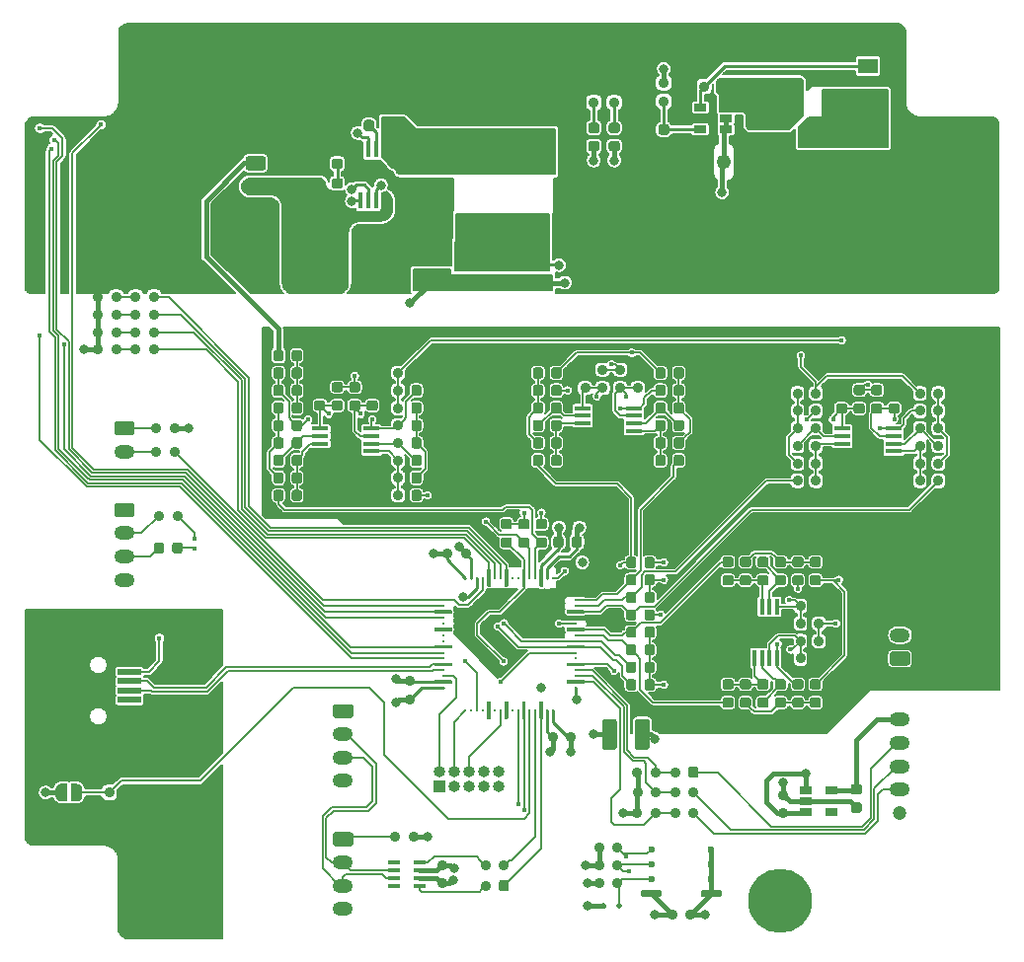
<source format=gtl>
G04 This is an RS-274x file exported by *
G04 gerbv version 2.6A *
G04 More information is available about gerbv at *
G04 http://gerbv.geda-project.org/ *
G04 --End of header info--*
%MOIN*%
%FSLAX34Y34*%
%IPPOS*%
G04 --Define apertures--*
%ADD10C,0.2165*%
%ADD11C,0.0315*%
%ADD12C,0.2520*%
%ADD13C,0.0039*%
%ADD14C,0.0531*%
%ADD15O,0.0689X0.0472*%
%ADD16C,0.0472*%
%ADD17R,0.0709X0.0984*%
%ADD18R,0.0417X0.0256*%
%ADD19C,0.0236*%
%ADD20R,0.0417X0.0157*%
%ADD21R,0.0571X0.0177*%
%ADD22R,0.0177X0.0571*%
%ADD23C,0.0118*%
%ADD24C,0.0344*%
%ADD25R,0.0236X0.1299*%
%ADD26R,0.0197X0.0197*%
%ADD27R,0.0394X0.0394*%
%ADD28R,0.0276X0.0453*%
%ADD29R,0.1654X0.1299*%
%ADD30R,0.1850X0.0610*%
%ADD31R,0.0551X0.0394*%
%ADD32O,0.0394X0.0394*%
%ADD33R,0.3031X0.1220*%
%ADD34C,0.0492*%
%ADD35C,0.0197*%
%ADD36R,0.0669X0.0787*%
%ADD37R,0.0787X0.0197*%
%ADD38R,0.3937X0.1969*%
%ADD39R,0.0394X0.1181*%
%ADD40R,0.0669X0.0512*%
%ADD41R,0.0984X0.0709*%
%ADD42C,0.0709*%
%ADD43C,0.0984*%
%ADD44C,0.0177*%
%ADD45C,0.0197*%
%ADD46C,0.0098*%
%ADD47C,0.0157*%
%ADD48C,0.0059*%
%ADD49C,0.0079*%
G04 --Start main section--*
G54D10*
G01X0096555Y-052953D03*
G01X0076083Y-052953D03*
G54D11*
G01X0088463Y-024037D03*
G01X0087795Y-023760D03*
G01X0087127Y-024037D03*
G01X0086850Y-024705D03*
G01X0087127Y-025373D03*
G01X0087795Y-025650D03*
G01X0088463Y-025373D03*
G01X0088740Y-024705D03*
G54D12*
G01X0087795Y-024705D03*
G54D15*
G01X0078839Y-029626D03*
G01X0078839Y-028839D03*
G54D13*
G36*
G01X0079094Y-027815D02*
G01X0079104Y-027817D01*
G01X0079113Y-027819D01*
G01X0079122Y-027822D01*
G01X0079131Y-027827D01*
G01X0079139Y-027832D01*
G01X0079147Y-027837D01*
G01X0079154Y-027844D01*
G01X0079161Y-027851D01*
G01X0079166Y-027859D01*
G01X0079171Y-027867D01*
G01X0079176Y-027876D01*
G01X0079179Y-027885D01*
G01X0079181Y-027894D01*
G01X0079183Y-027904D01*
G01X0079183Y-027913D01*
G01X0079183Y-028189D01*
G01X0079183Y-028199D01*
G01X0079181Y-028208D01*
G01X0079179Y-028218D01*
G01X0079176Y-028227D01*
G01X0079171Y-028235D01*
G01X0079166Y-028244D01*
G01X0079161Y-028251D01*
G01X0079154Y-028259D01*
G01X0079147Y-028265D01*
G01X0079139Y-028271D01*
G01X0079131Y-028276D01*
G01X0079122Y-028280D01*
G01X0079113Y-028283D01*
G01X0079104Y-028286D01*
G01X0079094Y-028287D01*
G01X0079085Y-028287D01*
G01X0078593Y-028287D01*
G01X0078583Y-028287D01*
G01X0078573Y-028286D01*
G01X0078564Y-028283D01*
G01X0078555Y-028280D01*
G01X0078546Y-028276D01*
G01X0078538Y-028271D01*
G01X0078530Y-028265D01*
G01X0078523Y-028259D01*
G01X0078516Y-028251D01*
G01X0078511Y-028244D01*
G01X0078506Y-028235D01*
G01X0078502Y-028227D01*
G01X0078498Y-028218D01*
G01X0078496Y-028208D01*
G01X0078495Y-028199D01*
G01X0078494Y-028189D01*
G01X0078494Y-027913D01*
G01X0078495Y-027904D01*
G01X0078496Y-027894D01*
G01X0078498Y-027885D01*
G01X0078502Y-027876D01*
G01X0078506Y-027867D01*
G01X0078511Y-027859D01*
G01X0078516Y-027851D01*
G01X0078523Y-027844D01*
G01X0078530Y-027837D01*
G01X0078538Y-027832D01*
G01X0078546Y-027827D01*
G01X0078555Y-027822D01*
G01X0078564Y-027819D01*
G01X0078573Y-027817D01*
G01X0078583Y-027815D01*
G01X0078593Y-027815D01*
G01X0079085Y-027815D01*
G01X0079094Y-027815D01*
G01X0079094Y-027815D01*
G37*
G54D16*
G01X0078839Y-028051D03*
G54D15*
G01X0081791Y-053248D03*
G01X0081791Y-052461D03*
G01X0081791Y-051673D03*
G54D13*
G36*
G01X0082047Y-050650D02*
G01X0082057Y-050651D01*
G01X0082066Y-050654D01*
G01X0082075Y-050657D01*
G01X0082084Y-050661D01*
G01X0082092Y-050666D01*
G01X0082100Y-050672D01*
G01X0082107Y-050678D01*
G01X0082113Y-050686D01*
G01X0082119Y-050693D01*
G01X0082124Y-050702D01*
G01X0082128Y-050710D01*
G01X0082132Y-050719D01*
G01X0082134Y-050729D01*
G01X0082135Y-050738D01*
G01X0082136Y-050748D01*
G01X0082136Y-051024D01*
G01X0082135Y-051033D01*
G01X0082134Y-051043D01*
G01X0082132Y-051052D01*
G01X0082128Y-051061D01*
G01X0082124Y-051070D01*
G01X0082119Y-051078D01*
G01X0082113Y-051086D01*
G01X0082107Y-051093D01*
G01X0082100Y-051100D01*
G01X0082092Y-051105D01*
G01X0082084Y-051110D01*
G01X0082075Y-051115D01*
G01X0082066Y-051118D01*
G01X0082057Y-051120D01*
G01X0082047Y-051122D01*
G01X0082037Y-051122D01*
G01X0081545Y-051122D01*
G01X0081536Y-051122D01*
G01X0081526Y-051120D01*
G01X0081517Y-051118D01*
G01X0081508Y-051115D01*
G01X0081499Y-051110D01*
G01X0081491Y-051105D01*
G01X0081483Y-051100D01*
G01X0081476Y-051093D01*
G01X0081469Y-051086D01*
G01X0081463Y-051078D01*
G01X0081458Y-051070D01*
G01X0081454Y-051061D01*
G01X0081451Y-051052D01*
G01X0081449Y-051043D01*
G01X0081447Y-051033D01*
G01X0081447Y-051024D01*
G01X0081447Y-050748D01*
G01X0081447Y-050738D01*
G01X0081449Y-050729D01*
G01X0081451Y-050719D01*
G01X0081454Y-050710D01*
G01X0081458Y-050702D01*
G01X0081463Y-050693D01*
G01X0081469Y-050686D01*
G01X0081476Y-050678D01*
G01X0081483Y-050672D01*
G01X0081491Y-050666D01*
G01X0081499Y-050661D01*
G01X0081508Y-050657D01*
G01X0081517Y-050654D01*
G01X0081526Y-050651D01*
G01X0081536Y-050650D01*
G01X0081545Y-050650D01*
G01X0082037Y-050650D01*
G01X0082047Y-050650D01*
G01X0082047Y-050650D01*
G37*
G54D16*
G01X0081791Y-050886D03*
G54D15*
G01X0081791Y-048917D03*
G01X0081791Y-048130D03*
G01X0081791Y-047343D03*
G54D13*
G36*
G01X0082047Y-046319D02*
G01X0082057Y-046321D01*
G01X0082066Y-046323D01*
G01X0082075Y-046326D01*
G01X0082084Y-046331D01*
G01X0082092Y-046335D01*
G01X0082100Y-046341D01*
G01X0082107Y-046348D01*
G01X0082113Y-046355D01*
G01X0082119Y-046363D01*
G01X0082124Y-046371D01*
G01X0082128Y-046380D01*
G01X0082132Y-046389D01*
G01X0082134Y-046398D01*
G01X0082135Y-046408D01*
G01X0082136Y-046417D01*
G01X0082136Y-046693D01*
G01X0082135Y-046703D01*
G01X0082134Y-046712D01*
G01X0082132Y-046721D01*
G01X0082128Y-046731D01*
G01X0082124Y-046739D01*
G01X0082119Y-046748D01*
G01X0082113Y-046755D01*
G01X0082107Y-046763D01*
G01X0082100Y-046769D01*
G01X0082092Y-046775D01*
G01X0082084Y-046780D01*
G01X0082075Y-046784D01*
G01X0082066Y-046787D01*
G01X0082057Y-046789D01*
G01X0082047Y-046791D01*
G01X0082037Y-046791D01*
G01X0081545Y-046791D01*
G01X0081536Y-046791D01*
G01X0081526Y-046789D01*
G01X0081517Y-046787D01*
G01X0081508Y-046784D01*
G01X0081499Y-046780D01*
G01X0081491Y-046775D01*
G01X0081483Y-046769D01*
G01X0081476Y-046763D01*
G01X0081469Y-046755D01*
G01X0081463Y-046748D01*
G01X0081458Y-046739D01*
G01X0081454Y-046731D01*
G01X0081451Y-046721D01*
G01X0081449Y-046712D01*
G01X0081447Y-046703D01*
G01X0081447Y-046693D01*
G01X0081447Y-046417D01*
G01X0081447Y-046408D01*
G01X0081449Y-046398D01*
G01X0081451Y-046389D01*
G01X0081454Y-046380D01*
G01X0081458Y-046371D01*
G01X0081463Y-046363D01*
G01X0081469Y-046355D01*
G01X0081476Y-046348D01*
G01X0081483Y-046341D01*
G01X0081491Y-046335D01*
G01X0081499Y-046331D01*
G01X0081508Y-046326D01*
G01X0081517Y-046323D01*
G01X0081526Y-046321D01*
G01X0081536Y-046319D01*
G01X0081545Y-046319D01*
G01X0082037Y-046319D01*
G01X0082047Y-046319D01*
G01X0082047Y-046319D01*
G37*
G54D16*
G01X0081791Y-046555D03*
G54D15*
G01X0074409Y-037795D03*
G54D13*
G36*
G01X0074665Y-036772D02*
G01X0074675Y-036774D01*
G01X0074684Y-036776D01*
G01X0074693Y-036779D01*
G01X0074702Y-036783D01*
G01X0074710Y-036788D01*
G01X0074718Y-036794D01*
G01X0074725Y-036800D01*
G01X0074732Y-036808D01*
G01X0074737Y-036815D01*
G01X0074742Y-036824D01*
G01X0074746Y-036832D01*
G01X0074750Y-036842D01*
G01X0074752Y-036851D01*
G01X0074753Y-036860D01*
G01X0074754Y-036870D01*
G01X0074754Y-037146D01*
G01X0074753Y-037155D01*
G01X0074752Y-037165D01*
G01X0074750Y-037174D01*
G01X0074746Y-037183D01*
G01X0074742Y-037192D01*
G01X0074737Y-037200D01*
G01X0074732Y-037208D01*
G01X0074725Y-037215D01*
G01X0074718Y-037222D01*
G01X0074710Y-037228D01*
G01X0074702Y-037232D01*
G01X0074693Y-037237D01*
G01X0074684Y-037240D01*
G01X0074675Y-037242D01*
G01X0074665Y-037244D01*
G01X0074656Y-037244D01*
G01X0074163Y-037244D01*
G01X0074154Y-037244D01*
G01X0074144Y-037242D01*
G01X0074135Y-037240D01*
G01X0074126Y-037237D01*
G01X0074117Y-037232D01*
G01X0074109Y-037228D01*
G01X0074101Y-037222D01*
G01X0074094Y-037215D01*
G01X0074087Y-037208D01*
G01X0074082Y-037200D01*
G01X0074077Y-037192D01*
G01X0074072Y-037183D01*
G01X0074069Y-037174D01*
G01X0074067Y-037165D01*
G01X0074065Y-037155D01*
G01X0074065Y-037146D01*
G01X0074065Y-036870D01*
G01X0074065Y-036860D01*
G01X0074067Y-036851D01*
G01X0074069Y-036842D01*
G01X0074072Y-036832D01*
G01X0074077Y-036824D01*
G01X0074082Y-036815D01*
G01X0074087Y-036808D01*
G01X0074094Y-036800D01*
G01X0074101Y-036794D01*
G01X0074109Y-036788D01*
G01X0074117Y-036783D01*
G01X0074126Y-036779D01*
G01X0074135Y-036776D01*
G01X0074144Y-036774D01*
G01X0074154Y-036772D01*
G01X0074163Y-036772D01*
G01X0074656Y-036772D01*
G01X0074665Y-036772D01*
G01X0074665Y-036772D01*
G37*
G54D16*
G01X0074409Y-037008D03*
G54D15*
G01X0100591Y-046850D03*
G01X0100591Y-047638D03*
G01X0100591Y-048425D03*
G01X0100591Y-049213D03*
G54D16*
G01X0100591Y-050000D03*
G54D15*
G01X0100591Y-043996D03*
G54D13*
G36*
G01X0100846Y-044548D02*
G01X0100856Y-044549D01*
G01X0100865Y-044551D01*
G01X0100874Y-044555D01*
G01X0100883Y-044559D01*
G01X0100891Y-044564D01*
G01X0100899Y-044570D01*
G01X0100906Y-044576D01*
G01X0100913Y-044583D01*
G01X0100918Y-044591D01*
G01X0100923Y-044599D01*
G01X0100928Y-044608D01*
G01X0100931Y-044617D01*
G01X0100933Y-044626D01*
G01X0100935Y-044636D01*
G01X0100935Y-044646D01*
G01X0100935Y-044921D01*
G01X0100935Y-044931D01*
G01X0100933Y-044940D01*
G01X0100931Y-044950D01*
G01X0100928Y-044959D01*
G01X0100923Y-044968D01*
G01X0100918Y-044976D01*
G01X0100913Y-044984D01*
G01X0100906Y-044991D01*
G01X0100899Y-044997D01*
G01X0100891Y-045003D01*
G01X0100883Y-045008D01*
G01X0100874Y-045012D01*
G01X0100865Y-045015D01*
G01X0100856Y-045018D01*
G01X0100846Y-045019D01*
G01X0100837Y-045020D01*
G01X0100344Y-045020D01*
G01X0100335Y-045019D01*
G01X0100325Y-045018D01*
G01X0100316Y-045015D01*
G01X0100307Y-045012D01*
G01X0100298Y-045008D01*
G01X0100290Y-045003D01*
G01X0100282Y-044997D01*
G01X0100275Y-044991D01*
G01X0100268Y-044984D01*
G01X0100263Y-044976D01*
G01X0100258Y-044968D01*
G01X0100254Y-044959D01*
G01X0100250Y-044950D01*
G01X0100248Y-044940D01*
G01X0100247Y-044931D01*
G01X0100246Y-044921D01*
G01X0100246Y-044646D01*
G01X0100247Y-044636D01*
G01X0100248Y-044626D01*
G01X0100250Y-044617D01*
G01X0100254Y-044608D01*
G01X0100258Y-044599D01*
G01X0100263Y-044591D01*
G01X0100268Y-044583D01*
G01X0100275Y-044576D01*
G01X0100282Y-044570D01*
G01X0100290Y-044564D01*
G01X0100298Y-044559D01*
G01X0100307Y-044555D01*
G01X0100316Y-044551D01*
G01X0100325Y-044549D01*
G01X0100335Y-044548D01*
G01X0100344Y-044547D01*
G01X0100837Y-044547D01*
G01X0100846Y-044548D01*
G01X0100846Y-044548D01*
G37*
G54D16*
G01X0100591Y-044783D03*
G54D15*
G01X0074409Y-042126D03*
G01X0074409Y-041339D03*
G01X0074409Y-040551D03*
G54D13*
G36*
G01X0074665Y-039528D02*
G01X0074675Y-039529D01*
G01X0074684Y-039532D01*
G01X0074693Y-039535D01*
G01X0074702Y-039539D01*
G01X0074710Y-039544D01*
G01X0074718Y-039550D01*
G01X0074725Y-039556D01*
G01X0074732Y-039564D01*
G01X0074737Y-039571D01*
G01X0074742Y-039580D01*
G01X0074746Y-039588D01*
G01X0074750Y-039597D01*
G01X0074752Y-039607D01*
G01X0074753Y-039616D01*
G01X0074754Y-039626D01*
G01X0074754Y-039902D01*
G01X0074753Y-039911D01*
G01X0074752Y-039921D01*
G01X0074750Y-039930D01*
G01X0074746Y-039939D01*
G01X0074742Y-039948D01*
G01X0074737Y-039956D01*
G01X0074732Y-039964D01*
G01X0074725Y-039971D01*
G01X0074718Y-039978D01*
G01X0074710Y-039983D01*
G01X0074702Y-039988D01*
G01X0074693Y-039993D01*
G01X0074684Y-039996D01*
G01X0074675Y-039998D01*
G01X0074665Y-040000D01*
G01X0074656Y-040000D01*
G01X0074163Y-040000D01*
G01X0074154Y-040000D01*
G01X0074144Y-039998D01*
G01X0074135Y-039996D01*
G01X0074126Y-039993D01*
G01X0074117Y-039988D01*
G01X0074109Y-039983D01*
G01X0074101Y-039978D01*
G01X0074094Y-039971D01*
G01X0074087Y-039964D01*
G01X0074082Y-039956D01*
G01X0074077Y-039948D01*
G01X0074072Y-039939D01*
G01X0074069Y-039930D01*
G01X0074067Y-039921D01*
G01X0074065Y-039911D01*
G01X0074065Y-039902D01*
G01X0074065Y-039626D01*
G01X0074065Y-039616D01*
G01X0074067Y-039607D01*
G01X0074069Y-039597D01*
G01X0074072Y-039588D01*
G01X0074077Y-039580D01*
G01X0074082Y-039571D01*
G01X0074087Y-039564D01*
G01X0074094Y-039556D01*
G01X0074101Y-039550D01*
G01X0074109Y-039544D01*
G01X0074117Y-039539D01*
G01X0074126Y-039535D01*
G01X0074135Y-039532D01*
G01X0074144Y-039529D01*
G01X0074154Y-039528D01*
G01X0074163Y-039528D01*
G01X0074656Y-039528D01*
G01X0074665Y-039528D01*
G01X0074665Y-039528D01*
G37*
G54D16*
G01X0074409Y-039764D03*
G54D17*
G01X0095866Y-028012D03*
G01X0095866Y-026437D03*
G54D18*
G01X0098268Y-049232D03*
G01X0098268Y-049980D03*
G01X0097402Y-049980D03*
G01X0097402Y-049606D03*
G01X0097402Y-049232D03*
G54D13*
G36*
G01X0092486Y-052601D02*
G01X0092492Y-052602D01*
G01X0092497Y-052603D01*
G01X0092503Y-052605D01*
G01X0092508Y-052607D01*
G01X0092513Y-052610D01*
G01X0092518Y-052614D01*
G01X0092522Y-052618D01*
G01X0092526Y-052622D01*
G01X0092529Y-052627D01*
G01X0092532Y-052632D01*
G01X0092535Y-052637D01*
G01X0092537Y-052642D01*
G01X0092538Y-052648D01*
G01X0092539Y-052654D01*
G01X0092539Y-052659D01*
G01X0092539Y-052778D01*
G01X0092539Y-052783D01*
G01X0092538Y-052789D01*
G01X0092537Y-052795D01*
G01X0092535Y-052800D01*
G01X0092532Y-052805D01*
G01X0092529Y-052810D01*
G01X0092526Y-052815D01*
G01X0092522Y-052819D01*
G01X0092518Y-052823D01*
G01X0092513Y-052827D01*
G01X0092508Y-052830D01*
G01X0092503Y-052832D01*
G01X0092497Y-052834D01*
G01X0092492Y-052835D01*
G01X0092486Y-052836D01*
G01X0092480Y-052837D01*
G01X0091909Y-052837D01*
G01X0091904Y-052836D01*
G01X0091898Y-052835D01*
G01X0091892Y-052834D01*
G01X0091887Y-052832D01*
G01X0091882Y-052830D01*
G01X0091877Y-052827D01*
G01X0091872Y-052823D01*
G01X0091868Y-052819D01*
G01X0091864Y-052815D01*
G01X0091860Y-052810D01*
G01X0091857Y-052805D01*
G01X0091855Y-052800D01*
G01X0091853Y-052795D01*
G01X0091852Y-052789D01*
G01X0091851Y-052783D01*
G01X0091850Y-052778D01*
G01X0091850Y-052659D01*
G01X0091851Y-052654D01*
G01X0091852Y-052648D01*
G01X0091853Y-052642D01*
G01X0091855Y-052637D01*
G01X0091857Y-052632D01*
G01X0091860Y-052627D01*
G01X0091864Y-052622D01*
G01X0091868Y-052618D01*
G01X0091872Y-052614D01*
G01X0091877Y-052610D01*
G01X0091882Y-052607D01*
G01X0091887Y-052605D01*
G01X0091892Y-052603D01*
G01X0091898Y-052602D01*
G01X0091904Y-052601D01*
G01X0091909Y-052600D01*
G01X0092480Y-052600D01*
G01X0092486Y-052601D01*
G01X0092486Y-052601D01*
G37*
G54D19*
G01X0092195Y-052719D03*
G01X0092195Y-052219D03*
G01X0092195Y-051719D03*
G01X0092195Y-051219D03*
G01X0094222Y-051219D03*
G01X0094222Y-051719D03*
G01X0094222Y-052219D03*
G54D13*
G36*
G01X0094514Y-052601D02*
G01X0094519Y-052602D01*
G01X0094525Y-052603D01*
G01X0094530Y-052605D01*
G01X0094536Y-052607D01*
G01X0094541Y-052610D01*
G01X0094545Y-052614D01*
G01X0094550Y-052618D01*
G01X0094554Y-052622D01*
G01X0094557Y-052627D01*
G01X0094560Y-052632D01*
G01X0094562Y-052637D01*
G01X0094564Y-052642D01*
G01X0094566Y-052648D01*
G01X0094567Y-052654D01*
G01X0094567Y-052659D01*
G01X0094567Y-052778D01*
G01X0094567Y-052783D01*
G01X0094566Y-052789D01*
G01X0094564Y-052795D01*
G01X0094562Y-052800D01*
G01X0094560Y-052805D01*
G01X0094557Y-052810D01*
G01X0094554Y-052815D01*
G01X0094550Y-052819D01*
G01X0094545Y-052823D01*
G01X0094541Y-052827D01*
G01X0094536Y-052830D01*
G01X0094530Y-052832D01*
G01X0094525Y-052834D01*
G01X0094519Y-052835D01*
G01X0094514Y-052836D01*
G01X0094508Y-052837D01*
G01X0093937Y-052837D01*
G01X0093931Y-052836D01*
G01X0093925Y-052835D01*
G01X0093920Y-052834D01*
G01X0093914Y-052832D01*
G01X0093909Y-052830D01*
G01X0093904Y-052827D01*
G01X0093900Y-052823D01*
G01X0093895Y-052819D01*
G01X0093891Y-052815D01*
G01X0093888Y-052810D01*
G01X0093885Y-052805D01*
G01X0093882Y-052800D01*
G01X0093880Y-052795D01*
G01X0093879Y-052789D01*
G01X0093878Y-052783D01*
G01X0093878Y-052778D01*
G01X0093878Y-052659D01*
G01X0093878Y-052654D01*
G01X0093879Y-052648D01*
G01X0093880Y-052642D01*
G01X0093882Y-052637D01*
G01X0093885Y-052632D01*
G01X0093888Y-052627D01*
G01X0093891Y-052622D01*
G01X0093895Y-052618D01*
G01X0093900Y-052614D01*
G01X0093904Y-052610D01*
G01X0093909Y-052607D01*
G01X0093914Y-052605D01*
G01X0093920Y-052603D01*
G01X0093925Y-052602D01*
G01X0093931Y-052601D01*
G01X0093937Y-052600D01*
G01X0094508Y-052600D01*
G01X0094514Y-052601D01*
G01X0094514Y-052601D01*
G37*
G54D19*
G01X0094222Y-052719D03*
G54D20*
G01X0083524Y-052453D03*
G01X0083524Y-052197D03*
G01X0083524Y-051937D03*
G01X0083524Y-051681D03*
G01X0084390Y-051681D03*
G01X0084390Y-051937D03*
G01X0084390Y-052197D03*
G01X0084390Y-052453D03*
G54D21*
G01X0089882Y-037096D03*
G01X0089882Y-036841D03*
G01X0089882Y-036585D03*
G01X0089882Y-036329D03*
G01X0091614Y-036329D03*
G01X0091614Y-036585D03*
G01X0091614Y-036841D03*
G01X0091614Y-037096D03*
G01X0098642Y-037785D03*
G01X0098642Y-037530D03*
G01X0098642Y-037274D03*
G01X0098642Y-037018D03*
G01X0100374Y-037018D03*
G01X0100374Y-037274D03*
G01X0100374Y-037530D03*
G01X0100374Y-037785D03*
G54D22*
G01X0095679Y-043031D03*
G01X0095935Y-043031D03*
G01X0096191Y-043031D03*
G01X0096447Y-043031D03*
G01X0096447Y-044764D03*
G01X0096191Y-044764D03*
G01X0095935Y-044764D03*
G01X0095679Y-044764D03*
G54D21*
G01X0081024Y-037785D03*
G01X0081024Y-037530D03*
G01X0081024Y-037274D03*
G01X0081024Y-037018D03*
G01X0082756Y-037018D03*
G01X0082756Y-037274D03*
G01X0082756Y-037530D03*
G01X0082756Y-037785D03*
G54D23*
G01X0088878Y-046526D03*
G01X0088681Y-046526D03*
G54D13*
G36*
G01X0088517Y-046221D02*
G01X0088520Y-046221D01*
G01X0088522Y-046222D01*
G01X0088525Y-046223D01*
G01X0088528Y-046224D01*
G01X0088530Y-046225D01*
G01X0088533Y-046227D01*
G01X0088535Y-046229D01*
G01X0088537Y-046231D01*
G01X0088538Y-046234D01*
G01X0088540Y-046236D01*
G01X0088541Y-046239D01*
G01X0088542Y-046241D01*
G01X0088543Y-046244D01*
G01X0088543Y-046247D01*
G01X0088543Y-046250D01*
G01X0088543Y-046801D01*
G01X0088543Y-046804D01*
G01X0088543Y-046807D01*
G01X0088542Y-046810D01*
G01X0088541Y-046812D01*
G01X0088540Y-046815D01*
G01X0088538Y-046818D01*
G01X0088537Y-046820D01*
G01X0088535Y-046822D01*
G01X0088533Y-046824D01*
G01X0088530Y-046826D01*
G01X0088528Y-046827D01*
G01X0088525Y-046828D01*
G01X0088522Y-046829D01*
G01X0088520Y-046830D01*
G01X0088517Y-046831D01*
G01X0088514Y-046831D01*
G01X0088455Y-046831D01*
G01X0088452Y-046831D01*
G01X0088449Y-046830D01*
G01X0088446Y-046829D01*
G01X0088443Y-046828D01*
G01X0088441Y-046827D01*
G01X0088438Y-046826D01*
G01X0088436Y-046824D01*
G01X0088434Y-046822D01*
G01X0088432Y-046820D01*
G01X0088430Y-046818D01*
G01X0088429Y-046815D01*
G01X0088427Y-046812D01*
G01X0088426Y-046810D01*
G01X0088426Y-046807D01*
G01X0088425Y-046804D01*
G01X0088425Y-046801D01*
G01X0088425Y-046250D01*
G01X0088425Y-046247D01*
G01X0088426Y-046244D01*
G01X0088426Y-046241D01*
G01X0088427Y-046239D01*
G01X0088429Y-046236D01*
G01X0088430Y-046234D01*
G01X0088432Y-046231D01*
G01X0088434Y-046229D01*
G01X0088436Y-046227D01*
G01X0088438Y-046225D01*
G01X0088441Y-046224D01*
G01X0088443Y-046223D01*
G01X0088446Y-046222D01*
G01X0088449Y-046221D01*
G01X0088452Y-046221D01*
G01X0088455Y-046220D01*
G01X0088514Y-046220D01*
G01X0088517Y-046221D01*
G01X0088517Y-046221D01*
G37*
G54D23*
G01X0088484Y-046526D03*
G01X0088287Y-046526D03*
G01X0088091Y-046526D03*
G54D13*
G36*
G01X0087926Y-046221D02*
G01X0087929Y-046221D01*
G01X0087932Y-046222D01*
G01X0087935Y-046223D01*
G01X0087937Y-046224D01*
G01X0087940Y-046225D01*
G01X0087942Y-046227D01*
G01X0087944Y-046229D01*
G01X0087946Y-046231D01*
G01X0087948Y-046234D01*
G01X0087949Y-046236D01*
G01X0087951Y-046239D01*
G01X0087951Y-046241D01*
G01X0087952Y-046244D01*
G01X0087953Y-046247D01*
G01X0087953Y-046250D01*
G01X0087953Y-046801D01*
G01X0087953Y-046804D01*
G01X0087952Y-046807D01*
G01X0087951Y-046810D01*
G01X0087951Y-046812D01*
G01X0087949Y-046815D01*
G01X0087948Y-046818D01*
G01X0087946Y-046820D01*
G01X0087944Y-046822D01*
G01X0087942Y-046824D01*
G01X0087940Y-046826D01*
G01X0087937Y-046827D01*
G01X0087935Y-046828D01*
G01X0087932Y-046829D01*
G01X0087929Y-046830D01*
G01X0087926Y-046831D01*
G01X0087923Y-046831D01*
G01X0087864Y-046831D01*
G01X0087861Y-046831D01*
G01X0087858Y-046830D01*
G01X0087856Y-046829D01*
G01X0087853Y-046828D01*
G01X0087850Y-046827D01*
G01X0087848Y-046826D01*
G01X0087845Y-046824D01*
G01X0087843Y-046822D01*
G01X0087841Y-046820D01*
G01X0087840Y-046818D01*
G01X0087838Y-046815D01*
G01X0087837Y-046812D01*
G01X0087836Y-046810D01*
G01X0087835Y-046807D01*
G01X0087835Y-046804D01*
G01X0087835Y-046801D01*
G01X0087835Y-046250D01*
G01X0087835Y-046247D01*
G01X0087835Y-046244D01*
G01X0087836Y-046241D01*
G01X0087837Y-046239D01*
G01X0087838Y-046236D01*
G01X0087840Y-046234D01*
G01X0087841Y-046231D01*
G01X0087843Y-046229D01*
G01X0087845Y-046227D01*
G01X0087848Y-046225D01*
G01X0087850Y-046224D01*
G01X0087853Y-046223D01*
G01X0087856Y-046222D01*
G01X0087858Y-046221D01*
G01X0087861Y-046221D01*
G01X0087864Y-046220D01*
G01X0087923Y-046220D01*
G01X0087926Y-046221D01*
G01X0087926Y-046221D01*
G37*
G54D23*
G01X0087894Y-046526D03*
G01X0087697Y-046526D03*
G01X0087500Y-046526D03*
G54D13*
G36*
G01X0087336Y-046221D02*
G01X0087338Y-046221D01*
G01X0087341Y-046222D01*
G01X0087344Y-046223D01*
G01X0087347Y-046224D01*
G01X0087349Y-046225D01*
G01X0087351Y-046227D01*
G01X0087354Y-046229D01*
G01X0087356Y-046231D01*
G01X0087357Y-046234D01*
G01X0087359Y-046236D01*
G01X0087360Y-046239D01*
G01X0087361Y-046241D01*
G01X0087362Y-046244D01*
G01X0087362Y-046247D01*
G01X0087362Y-046250D01*
G01X0087362Y-046801D01*
G01X0087362Y-046804D01*
G01X0087362Y-046807D01*
G01X0087361Y-046810D01*
G01X0087360Y-046812D01*
G01X0087359Y-046815D01*
G01X0087357Y-046818D01*
G01X0087356Y-046820D01*
G01X0087354Y-046822D01*
G01X0087351Y-046824D01*
G01X0087349Y-046826D01*
G01X0087347Y-046827D01*
G01X0087344Y-046828D01*
G01X0087341Y-046829D01*
G01X0087338Y-046830D01*
G01X0087336Y-046831D01*
G01X0087333Y-046831D01*
G01X0087274Y-046831D01*
G01X0087271Y-046831D01*
G01X0087268Y-046830D01*
G01X0087265Y-046829D01*
G01X0087262Y-046828D01*
G01X0087260Y-046827D01*
G01X0087257Y-046826D01*
G01X0087255Y-046824D01*
G01X0087253Y-046822D01*
G01X0087251Y-046820D01*
G01X0087249Y-046818D01*
G01X0087248Y-046815D01*
G01X0087246Y-046812D01*
G01X0087245Y-046810D01*
G01X0087245Y-046807D01*
G01X0087244Y-046804D01*
G01X0087244Y-046801D01*
G01X0087244Y-046250D01*
G01X0087244Y-046247D01*
G01X0087245Y-046244D01*
G01X0087245Y-046241D01*
G01X0087246Y-046239D01*
G01X0087248Y-046236D01*
G01X0087249Y-046234D01*
G01X0087251Y-046231D01*
G01X0087253Y-046229D01*
G01X0087255Y-046227D01*
G01X0087257Y-046225D01*
G01X0087260Y-046224D01*
G01X0087262Y-046223D01*
G01X0087265Y-046222D01*
G01X0087268Y-046221D01*
G01X0087271Y-046221D01*
G01X0087274Y-046220D01*
G01X0087333Y-046220D01*
G01X0087336Y-046221D01*
G01X0087336Y-046221D01*
G37*
G54D23*
G01X0087303Y-046526D03*
G01X0087106Y-046526D03*
G01X0086909Y-046526D03*
G54D13*
G36*
G01X0086745Y-046221D02*
G01X0086748Y-046221D01*
G01X0086751Y-046222D01*
G01X0086753Y-046223D01*
G01X0086756Y-046224D01*
G01X0086759Y-046225D01*
G01X0086761Y-046227D01*
G01X0086763Y-046229D01*
G01X0086765Y-046231D01*
G01X0086767Y-046234D01*
G01X0086768Y-046236D01*
G01X0086769Y-046239D01*
G01X0086770Y-046241D01*
G01X0086771Y-046244D01*
G01X0086772Y-046247D01*
G01X0086772Y-046250D01*
G01X0086772Y-046801D01*
G01X0086772Y-046804D01*
G01X0086771Y-046807D01*
G01X0086770Y-046810D01*
G01X0086769Y-046812D01*
G01X0086768Y-046815D01*
G01X0086767Y-046818D01*
G01X0086765Y-046820D01*
G01X0086763Y-046822D01*
G01X0086761Y-046824D01*
G01X0086759Y-046826D01*
G01X0086756Y-046827D01*
G01X0086753Y-046828D01*
G01X0086751Y-046829D01*
G01X0086748Y-046830D01*
G01X0086745Y-046831D01*
G01X0086742Y-046831D01*
G01X0086683Y-046831D01*
G01X0086680Y-046831D01*
G01X0086677Y-046830D01*
G01X0086674Y-046829D01*
G01X0086672Y-046828D01*
G01X0086669Y-046827D01*
G01X0086667Y-046826D01*
G01X0086664Y-046824D01*
G01X0086662Y-046822D01*
G01X0086660Y-046820D01*
G01X0086659Y-046818D01*
G01X0086657Y-046815D01*
G01X0086656Y-046812D01*
G01X0086655Y-046810D01*
G01X0086654Y-046807D01*
G01X0086654Y-046804D01*
G01X0086654Y-046801D01*
G01X0086654Y-046250D01*
G01X0086654Y-046247D01*
G01X0086654Y-046244D01*
G01X0086655Y-046241D01*
G01X0086656Y-046239D01*
G01X0086657Y-046236D01*
G01X0086659Y-046234D01*
G01X0086660Y-046231D01*
G01X0086662Y-046229D01*
G01X0086664Y-046227D01*
G01X0086667Y-046225D01*
G01X0086669Y-046224D01*
G01X0086672Y-046223D01*
G01X0086674Y-046222D01*
G01X0086677Y-046221D01*
G01X0086680Y-046221D01*
G01X0086683Y-046220D01*
G01X0086742Y-046220D01*
G01X0086745Y-046221D01*
G01X0086745Y-046221D01*
G37*
G54D23*
G01X0086713Y-046526D03*
G01X0086516Y-046526D03*
G01X0086319Y-046526D03*
G01X0086122Y-046526D03*
G01X0085925Y-046526D03*
G01X0085167Y-045768D03*
G54D13*
G36*
G01X0085446Y-045512D02*
G01X0085449Y-045512D01*
G01X0085451Y-045513D01*
G01X0085454Y-045514D01*
G01X0085457Y-045515D01*
G01X0085459Y-045517D01*
G01X0085462Y-045519D01*
G01X0085464Y-045520D01*
G01X0085466Y-045523D01*
G01X0085467Y-045525D01*
G01X0085469Y-045527D01*
G01X0085470Y-045530D01*
G01X0085471Y-045533D01*
G01X0085472Y-045536D01*
G01X0085472Y-045538D01*
G01X0085472Y-045541D01*
G01X0085472Y-045600D01*
G01X0085472Y-045603D01*
G01X0085472Y-045606D01*
G01X0085471Y-045609D01*
G01X0085470Y-045612D01*
G01X0085469Y-045614D01*
G01X0085467Y-045617D01*
G01X0085466Y-045619D01*
G01X0085464Y-045621D01*
G01X0085462Y-045623D01*
G01X0085459Y-045625D01*
G01X0085457Y-045626D01*
G01X0085454Y-045628D01*
G01X0085451Y-045629D01*
G01X0085449Y-045629D01*
G01X0085446Y-045630D01*
G01X0085443Y-045630D01*
G01X0084892Y-045630D01*
G01X0084889Y-045630D01*
G01X0084886Y-045629D01*
G01X0084883Y-045629D01*
G01X0084880Y-045628D01*
G01X0084878Y-045626D01*
G01X0084875Y-045625D01*
G01X0084873Y-045623D01*
G01X0084871Y-045621D01*
G01X0084869Y-045619D01*
G01X0084867Y-045617D01*
G01X0084866Y-045614D01*
G01X0084864Y-045612D01*
G01X0084863Y-045609D01*
G01X0084863Y-045606D01*
G01X0084862Y-045603D01*
G01X0084862Y-045600D01*
G01X0084862Y-045541D01*
G01X0084862Y-045538D01*
G01X0084863Y-045536D01*
G01X0084863Y-045533D01*
G01X0084864Y-045530D01*
G01X0084866Y-045527D01*
G01X0084867Y-045525D01*
G01X0084869Y-045523D01*
G01X0084871Y-045520D01*
G01X0084873Y-045519D01*
G01X0084875Y-045517D01*
G01X0084878Y-045515D01*
G01X0084880Y-045514D01*
G01X0084883Y-045513D01*
G01X0084886Y-045512D01*
G01X0084889Y-045512D01*
G01X0084892Y-045512D01*
G01X0085443Y-045512D01*
G01X0085446Y-045512D01*
G01X0085446Y-045512D01*
G37*
G54D23*
G01X0085167Y-045571D03*
G01X0085167Y-045374D03*
G01X0085167Y-045177D03*
G54D13*
G36*
G01X0085446Y-044921D02*
G01X0085449Y-044922D01*
G01X0085451Y-044923D01*
G01X0085454Y-044924D01*
G01X0085457Y-044925D01*
G01X0085459Y-044926D01*
G01X0085462Y-044928D01*
G01X0085464Y-044930D01*
G01X0085466Y-044932D01*
G01X0085467Y-044934D01*
G01X0085469Y-044937D01*
G01X0085470Y-044939D01*
G01X0085471Y-044942D01*
G01X0085472Y-044945D01*
G01X0085472Y-044948D01*
G01X0085472Y-044951D01*
G01X0085472Y-045010D01*
G01X0085472Y-045013D01*
G01X0085472Y-045016D01*
G01X0085471Y-045018D01*
G01X0085470Y-045021D01*
G01X0085469Y-045024D01*
G01X0085467Y-045026D01*
G01X0085466Y-045029D01*
G01X0085464Y-045031D01*
G01X0085462Y-045033D01*
G01X0085459Y-045034D01*
G01X0085457Y-045036D01*
G01X0085454Y-045037D01*
G01X0085451Y-045038D01*
G01X0085449Y-045039D01*
G01X0085446Y-045039D01*
G01X0085443Y-045039D01*
G01X0084892Y-045039D01*
G01X0084889Y-045039D01*
G01X0084886Y-045039D01*
G01X0084883Y-045038D01*
G01X0084880Y-045037D01*
G01X0084878Y-045036D01*
G01X0084875Y-045034D01*
G01X0084873Y-045033D01*
G01X0084871Y-045031D01*
G01X0084869Y-045029D01*
G01X0084867Y-045026D01*
G01X0084866Y-045024D01*
G01X0084864Y-045021D01*
G01X0084863Y-045018D01*
G01X0084863Y-045016D01*
G01X0084862Y-045013D01*
G01X0084862Y-045010D01*
G01X0084862Y-044951D01*
G01X0084862Y-044948D01*
G01X0084863Y-044945D01*
G01X0084863Y-044942D01*
G01X0084864Y-044939D01*
G01X0084866Y-044937D01*
G01X0084867Y-044934D01*
G01X0084869Y-044932D01*
G01X0084871Y-044930D01*
G01X0084873Y-044928D01*
G01X0084875Y-044926D01*
G01X0084878Y-044925D01*
G01X0084880Y-044924D01*
G01X0084883Y-044923D01*
G01X0084886Y-044922D01*
G01X0084889Y-044921D01*
G01X0084892Y-044921D01*
G01X0085443Y-044921D01*
G01X0085446Y-044921D01*
G01X0085446Y-044921D01*
G37*
G54D23*
G01X0085167Y-044980D03*
G01X0085167Y-044783D03*
G01X0085167Y-044587D03*
G54D13*
G36*
G01X0085446Y-044331D02*
G01X0085449Y-044331D01*
G01X0085451Y-044332D01*
G01X0085454Y-044333D01*
G01X0085457Y-044334D01*
G01X0085459Y-044336D01*
G01X0085462Y-044337D01*
G01X0085464Y-044339D01*
G01X0085466Y-044342D01*
G01X0085467Y-044344D01*
G01X0085469Y-044346D01*
G01X0085470Y-044349D01*
G01X0085471Y-044352D01*
G01X0085472Y-044354D01*
G01X0085472Y-044357D01*
G01X0085472Y-044360D01*
G01X0085472Y-044419D01*
G01X0085472Y-044422D01*
G01X0085472Y-044425D01*
G01X0085471Y-044428D01*
G01X0085470Y-044431D01*
G01X0085469Y-044433D01*
G01X0085467Y-044436D01*
G01X0085466Y-044438D01*
G01X0085464Y-044440D01*
G01X0085462Y-044442D01*
G01X0085459Y-044444D01*
G01X0085457Y-044445D01*
G01X0085454Y-044447D01*
G01X0085451Y-044448D01*
G01X0085449Y-044448D01*
G01X0085446Y-044449D01*
G01X0085443Y-044449D01*
G01X0084892Y-044449D01*
G01X0084889Y-044449D01*
G01X0084886Y-044448D01*
G01X0084883Y-044448D01*
G01X0084880Y-044447D01*
G01X0084878Y-044445D01*
G01X0084875Y-044444D01*
G01X0084873Y-044442D01*
G01X0084871Y-044440D01*
G01X0084869Y-044438D01*
G01X0084867Y-044436D01*
G01X0084866Y-044433D01*
G01X0084864Y-044431D01*
G01X0084863Y-044428D01*
G01X0084863Y-044425D01*
G01X0084862Y-044422D01*
G01X0084862Y-044419D01*
G01X0084862Y-044360D01*
G01X0084862Y-044357D01*
G01X0084863Y-044354D01*
G01X0084863Y-044352D01*
G01X0084864Y-044349D01*
G01X0084866Y-044346D01*
G01X0084867Y-044344D01*
G01X0084869Y-044342D01*
G01X0084871Y-044339D01*
G01X0084873Y-044337D01*
G01X0084875Y-044336D01*
G01X0084878Y-044334D01*
G01X0084880Y-044333D01*
G01X0084883Y-044332D01*
G01X0084886Y-044331D01*
G01X0084889Y-044331D01*
G01X0084892Y-044331D01*
G01X0085443Y-044331D01*
G01X0085446Y-044331D01*
G01X0085446Y-044331D01*
G37*
G54D23*
G01X0085167Y-044390D03*
G01X0085167Y-044193D03*
G01X0085167Y-043996D03*
G54D13*
G36*
G01X0085446Y-043740D02*
G01X0085449Y-043741D01*
G01X0085451Y-043741D01*
G01X0085454Y-043742D01*
G01X0085457Y-043744D01*
G01X0085459Y-043745D01*
G01X0085462Y-043747D01*
G01X0085464Y-043749D01*
G01X0085466Y-043751D01*
G01X0085467Y-043753D01*
G01X0085469Y-043756D01*
G01X0085470Y-043758D01*
G01X0085471Y-043761D01*
G01X0085472Y-043764D01*
G01X0085472Y-043767D01*
G01X0085472Y-043770D01*
G01X0085472Y-043829D01*
G01X0085472Y-043832D01*
G01X0085472Y-043835D01*
G01X0085471Y-043837D01*
G01X0085470Y-043840D01*
G01X0085469Y-043843D01*
G01X0085467Y-043845D01*
G01X0085466Y-043847D01*
G01X0085464Y-043850D01*
G01X0085462Y-043852D01*
G01X0085459Y-043853D01*
G01X0085457Y-043855D01*
G01X0085454Y-043856D01*
G01X0085451Y-043857D01*
G01X0085449Y-043858D01*
G01X0085446Y-043858D01*
G01X0085443Y-043858D01*
G01X0084892Y-043858D01*
G01X0084889Y-043858D01*
G01X0084886Y-043858D01*
G01X0084883Y-043857D01*
G01X0084880Y-043856D01*
G01X0084878Y-043855D01*
G01X0084875Y-043853D01*
G01X0084873Y-043852D01*
G01X0084871Y-043850D01*
G01X0084869Y-043847D01*
G01X0084867Y-043845D01*
G01X0084866Y-043843D01*
G01X0084864Y-043840D01*
G01X0084863Y-043837D01*
G01X0084863Y-043835D01*
G01X0084862Y-043832D01*
G01X0084862Y-043829D01*
G01X0084862Y-043770D01*
G01X0084862Y-043767D01*
G01X0084863Y-043764D01*
G01X0084863Y-043761D01*
G01X0084864Y-043758D01*
G01X0084866Y-043756D01*
G01X0084867Y-043753D01*
G01X0084869Y-043751D01*
G01X0084871Y-043749D01*
G01X0084873Y-043747D01*
G01X0084875Y-043745D01*
G01X0084878Y-043744D01*
G01X0084880Y-043742D01*
G01X0084883Y-043741D01*
G01X0084886Y-043741D01*
G01X0084889Y-043740D01*
G01X0084892Y-043740D01*
G01X0085443Y-043740D01*
G01X0085446Y-043740D01*
G01X0085446Y-043740D01*
G37*
G54D23*
G01X0085167Y-043799D03*
G01X0085167Y-043602D03*
G01X0085167Y-043406D03*
G54D13*
G36*
G01X0085446Y-043150D02*
G01X0085449Y-043150D01*
G01X0085451Y-043151D01*
G01X0085454Y-043152D01*
G01X0085457Y-043153D01*
G01X0085459Y-043155D01*
G01X0085462Y-043156D01*
G01X0085464Y-043158D01*
G01X0085466Y-043160D01*
G01X0085467Y-043163D01*
G01X0085469Y-043165D01*
G01X0085470Y-043168D01*
G01X0085471Y-043171D01*
G01X0085472Y-043173D01*
G01X0085472Y-043176D01*
G01X0085472Y-043179D01*
G01X0085472Y-043238D01*
G01X0085472Y-043241D01*
G01X0085472Y-043244D01*
G01X0085471Y-043247D01*
G01X0085470Y-043249D01*
G01X0085469Y-043252D01*
G01X0085467Y-043255D01*
G01X0085466Y-043257D01*
G01X0085464Y-043259D01*
G01X0085462Y-043261D01*
G01X0085459Y-043263D01*
G01X0085457Y-043264D01*
G01X0085454Y-043265D01*
G01X0085451Y-043266D01*
G01X0085449Y-043267D01*
G01X0085446Y-043268D01*
G01X0085443Y-043268D01*
G01X0084892Y-043268D01*
G01X0084889Y-043268D01*
G01X0084886Y-043267D01*
G01X0084883Y-043266D01*
G01X0084880Y-043265D01*
G01X0084878Y-043264D01*
G01X0084875Y-043263D01*
G01X0084873Y-043261D01*
G01X0084871Y-043259D01*
G01X0084869Y-043257D01*
G01X0084867Y-043255D01*
G01X0084866Y-043252D01*
G01X0084864Y-043249D01*
G01X0084863Y-043247D01*
G01X0084863Y-043244D01*
G01X0084862Y-043241D01*
G01X0084862Y-043238D01*
G01X0084862Y-043179D01*
G01X0084862Y-043176D01*
G01X0084863Y-043173D01*
G01X0084863Y-043171D01*
G01X0084864Y-043168D01*
G01X0084866Y-043165D01*
G01X0084867Y-043163D01*
G01X0084869Y-043160D01*
G01X0084871Y-043158D01*
G01X0084873Y-043156D01*
G01X0084875Y-043155D01*
G01X0084878Y-043153D01*
G01X0084880Y-043152D01*
G01X0084883Y-043151D01*
G01X0084886Y-043150D01*
G01X0084889Y-043150D01*
G01X0084892Y-043150D01*
G01X0085443Y-043150D01*
G01X0085446Y-043150D01*
G01X0085446Y-043150D01*
G37*
G54D23*
G01X0085167Y-043209D03*
G01X0085167Y-043012D03*
G01X0085167Y-042815D03*
G01X0085925Y-042057D03*
G01X0086122Y-042057D03*
G01X0086319Y-042057D03*
G01X0086516Y-042057D03*
G54D13*
G36*
G01X0086745Y-041752D02*
G01X0086748Y-041753D01*
G01X0086751Y-041753D01*
G01X0086753Y-041754D01*
G01X0086756Y-041755D01*
G01X0086759Y-041757D01*
G01X0086761Y-041759D01*
G01X0086763Y-041761D01*
G01X0086765Y-041763D01*
G01X0086767Y-041765D01*
G01X0086768Y-041768D01*
G01X0086769Y-041770D01*
G01X0086770Y-041773D01*
G01X0086771Y-041776D01*
G01X0086772Y-041779D01*
G01X0086772Y-041781D01*
G01X0086772Y-042333D01*
G01X0086772Y-042336D01*
G01X0086771Y-042338D01*
G01X0086770Y-042341D01*
G01X0086769Y-042344D01*
G01X0086768Y-042347D01*
G01X0086767Y-042349D01*
G01X0086765Y-042351D01*
G01X0086763Y-042354D01*
G01X0086761Y-042356D01*
G01X0086759Y-042357D01*
G01X0086756Y-042359D01*
G01X0086753Y-042360D01*
G01X0086751Y-042361D01*
G01X0086748Y-042362D01*
G01X0086745Y-042362D01*
G01X0086742Y-042362D01*
G01X0086683Y-042362D01*
G01X0086680Y-042362D01*
G01X0086677Y-042362D01*
G01X0086674Y-042361D01*
G01X0086672Y-042360D01*
G01X0086669Y-042359D01*
G01X0086667Y-042357D01*
G01X0086664Y-042356D01*
G01X0086662Y-042354D01*
G01X0086660Y-042351D01*
G01X0086659Y-042349D01*
G01X0086657Y-042347D01*
G01X0086656Y-042344D01*
G01X0086655Y-042341D01*
G01X0086654Y-042338D01*
G01X0086654Y-042336D01*
G01X0086654Y-042333D01*
G01X0086654Y-041781D01*
G01X0086654Y-041779D01*
G01X0086654Y-041776D01*
G01X0086655Y-041773D01*
G01X0086656Y-041770D01*
G01X0086657Y-041768D01*
G01X0086659Y-041765D01*
G01X0086660Y-041763D01*
G01X0086662Y-041761D01*
G01X0086664Y-041759D01*
G01X0086667Y-041757D01*
G01X0086669Y-041755D01*
G01X0086672Y-041754D01*
G01X0086674Y-041753D01*
G01X0086677Y-041753D01*
G01X0086680Y-041752D01*
G01X0086683Y-041752D01*
G01X0086742Y-041752D01*
G01X0086745Y-041752D01*
G01X0086745Y-041752D01*
G37*
G54D23*
G01X0086713Y-042057D03*
G01X0086909Y-042057D03*
G01X0087106Y-042057D03*
G54D13*
G36*
G01X0087336Y-041752D02*
G01X0087338Y-041753D01*
G01X0087341Y-041753D01*
G01X0087344Y-041754D01*
G01X0087347Y-041755D01*
G01X0087349Y-041757D01*
G01X0087351Y-041759D01*
G01X0087354Y-041761D01*
G01X0087356Y-041763D01*
G01X0087357Y-041765D01*
G01X0087359Y-041768D01*
G01X0087360Y-041770D01*
G01X0087361Y-041773D01*
G01X0087362Y-041776D01*
G01X0087362Y-041779D01*
G01X0087362Y-041781D01*
G01X0087362Y-042333D01*
G01X0087362Y-042336D01*
G01X0087362Y-042338D01*
G01X0087361Y-042341D01*
G01X0087360Y-042344D01*
G01X0087359Y-042347D01*
G01X0087357Y-042349D01*
G01X0087356Y-042351D01*
G01X0087354Y-042354D01*
G01X0087351Y-042356D01*
G01X0087349Y-042357D01*
G01X0087347Y-042359D01*
G01X0087344Y-042360D01*
G01X0087341Y-042361D01*
G01X0087338Y-042362D01*
G01X0087336Y-042362D01*
G01X0087333Y-042362D01*
G01X0087274Y-042362D01*
G01X0087271Y-042362D01*
G01X0087268Y-042362D01*
G01X0087265Y-042361D01*
G01X0087262Y-042360D01*
G01X0087260Y-042359D01*
G01X0087257Y-042357D01*
G01X0087255Y-042356D01*
G01X0087253Y-042354D01*
G01X0087251Y-042351D01*
G01X0087249Y-042349D01*
G01X0087248Y-042347D01*
G01X0087246Y-042344D01*
G01X0087245Y-042341D01*
G01X0087245Y-042338D01*
G01X0087244Y-042336D01*
G01X0087244Y-042333D01*
G01X0087244Y-041781D01*
G01X0087244Y-041779D01*
G01X0087245Y-041776D01*
G01X0087245Y-041773D01*
G01X0087246Y-041770D01*
G01X0087248Y-041768D01*
G01X0087249Y-041765D01*
G01X0087251Y-041763D01*
G01X0087253Y-041761D01*
G01X0087255Y-041759D01*
G01X0087257Y-041757D01*
G01X0087260Y-041755D01*
G01X0087262Y-041754D01*
G01X0087265Y-041753D01*
G01X0087268Y-041753D01*
G01X0087271Y-041752D01*
G01X0087274Y-041752D01*
G01X0087333Y-041752D01*
G01X0087336Y-041752D01*
G01X0087336Y-041752D01*
G37*
G54D23*
G01X0087303Y-042057D03*
G01X0087500Y-042057D03*
G01X0087697Y-042057D03*
G54D13*
G36*
G01X0087926Y-041752D02*
G01X0087929Y-041753D01*
G01X0087932Y-041753D01*
G01X0087935Y-041754D01*
G01X0087937Y-041755D01*
G01X0087940Y-041757D01*
G01X0087942Y-041759D01*
G01X0087944Y-041761D01*
G01X0087946Y-041763D01*
G01X0087948Y-041765D01*
G01X0087949Y-041768D01*
G01X0087951Y-041770D01*
G01X0087951Y-041773D01*
G01X0087952Y-041776D01*
G01X0087953Y-041779D01*
G01X0087953Y-041781D01*
G01X0087953Y-042333D01*
G01X0087953Y-042336D01*
G01X0087952Y-042338D01*
G01X0087951Y-042341D01*
G01X0087951Y-042344D01*
G01X0087949Y-042347D01*
G01X0087948Y-042349D01*
G01X0087946Y-042351D01*
G01X0087944Y-042354D01*
G01X0087942Y-042356D01*
G01X0087940Y-042357D01*
G01X0087937Y-042359D01*
G01X0087935Y-042360D01*
G01X0087932Y-042361D01*
G01X0087929Y-042362D01*
G01X0087926Y-042362D01*
G01X0087923Y-042362D01*
G01X0087864Y-042362D01*
G01X0087861Y-042362D01*
G01X0087858Y-042362D01*
G01X0087856Y-042361D01*
G01X0087853Y-042360D01*
G01X0087850Y-042359D01*
G01X0087848Y-042357D01*
G01X0087845Y-042356D01*
G01X0087843Y-042354D01*
G01X0087841Y-042351D01*
G01X0087840Y-042349D01*
G01X0087838Y-042347D01*
G01X0087837Y-042344D01*
G01X0087836Y-042341D01*
G01X0087835Y-042338D01*
G01X0087835Y-042336D01*
G01X0087835Y-042333D01*
G01X0087835Y-041781D01*
G01X0087835Y-041779D01*
G01X0087835Y-041776D01*
G01X0087836Y-041773D01*
G01X0087837Y-041770D01*
G01X0087838Y-041768D01*
G01X0087840Y-041765D01*
G01X0087841Y-041763D01*
G01X0087843Y-041761D01*
G01X0087845Y-041759D01*
G01X0087848Y-041757D01*
G01X0087850Y-041755D01*
G01X0087853Y-041754D01*
G01X0087856Y-041753D01*
G01X0087858Y-041753D01*
G01X0087861Y-041752D01*
G01X0087864Y-041752D01*
G01X0087923Y-041752D01*
G01X0087926Y-041752D01*
G01X0087926Y-041752D01*
G37*
G54D23*
G01X0087894Y-042057D03*
G01X0088091Y-042057D03*
G01X0088287Y-042057D03*
G54D13*
G36*
G01X0088517Y-041752D02*
G01X0088520Y-041753D01*
G01X0088522Y-041753D01*
G01X0088525Y-041754D01*
G01X0088528Y-041755D01*
G01X0088530Y-041757D01*
G01X0088533Y-041759D01*
G01X0088535Y-041761D01*
G01X0088537Y-041763D01*
G01X0088538Y-041765D01*
G01X0088540Y-041768D01*
G01X0088541Y-041770D01*
G01X0088542Y-041773D01*
G01X0088543Y-041776D01*
G01X0088543Y-041779D01*
G01X0088543Y-041781D01*
G01X0088543Y-042333D01*
G01X0088543Y-042336D01*
G01X0088543Y-042338D01*
G01X0088542Y-042341D01*
G01X0088541Y-042344D01*
G01X0088540Y-042347D01*
G01X0088538Y-042349D01*
G01X0088537Y-042351D01*
G01X0088535Y-042354D01*
G01X0088533Y-042356D01*
G01X0088530Y-042357D01*
G01X0088528Y-042359D01*
G01X0088525Y-042360D01*
G01X0088522Y-042361D01*
G01X0088520Y-042362D01*
G01X0088517Y-042362D01*
G01X0088514Y-042362D01*
G01X0088455Y-042362D01*
G01X0088452Y-042362D01*
G01X0088449Y-042362D01*
G01X0088446Y-042361D01*
G01X0088443Y-042360D01*
G01X0088441Y-042359D01*
G01X0088438Y-042357D01*
G01X0088436Y-042356D01*
G01X0088434Y-042354D01*
G01X0088432Y-042351D01*
G01X0088430Y-042349D01*
G01X0088429Y-042347D01*
G01X0088427Y-042344D01*
G01X0088426Y-042341D01*
G01X0088426Y-042338D01*
G01X0088425Y-042336D01*
G01X0088425Y-042333D01*
G01X0088425Y-041781D01*
G01X0088425Y-041779D01*
G01X0088426Y-041776D01*
G01X0088426Y-041773D01*
G01X0088427Y-041770D01*
G01X0088429Y-041768D01*
G01X0088430Y-041765D01*
G01X0088432Y-041763D01*
G01X0088434Y-041761D01*
G01X0088436Y-041759D01*
G01X0088438Y-041757D01*
G01X0088441Y-041755D01*
G01X0088443Y-041754D01*
G01X0088446Y-041753D01*
G01X0088449Y-041753D01*
G01X0088452Y-041752D01*
G01X0088455Y-041752D01*
G01X0088514Y-041752D01*
G01X0088517Y-041752D01*
G01X0088517Y-041752D01*
G37*
G54D23*
G01X0088484Y-042057D03*
G01X0088681Y-042057D03*
G01X0088878Y-042057D03*
G01X0089636Y-042815D03*
G01X0089636Y-043012D03*
G54D13*
G36*
G01X0089914Y-043150D02*
G01X0089917Y-043150D01*
G01X0089920Y-043151D01*
G01X0089923Y-043152D01*
G01X0089925Y-043153D01*
G01X0089928Y-043155D01*
G01X0089930Y-043156D01*
G01X0089932Y-043158D01*
G01X0089934Y-043160D01*
G01X0089936Y-043163D01*
G01X0089937Y-043165D01*
G01X0089939Y-043168D01*
G01X0089940Y-043171D01*
G01X0089940Y-043173D01*
G01X0089941Y-043176D01*
G01X0089941Y-043179D01*
G01X0089941Y-043238D01*
G01X0089941Y-043241D01*
G01X0089940Y-043244D01*
G01X0089940Y-043247D01*
G01X0089939Y-043249D01*
G01X0089937Y-043252D01*
G01X0089936Y-043255D01*
G01X0089934Y-043257D01*
G01X0089932Y-043259D01*
G01X0089930Y-043261D01*
G01X0089928Y-043263D01*
G01X0089925Y-043264D01*
G01X0089923Y-043265D01*
G01X0089920Y-043266D01*
G01X0089917Y-043267D01*
G01X0089914Y-043268D01*
G01X0089911Y-043268D01*
G01X0089360Y-043268D01*
G01X0089357Y-043268D01*
G01X0089354Y-043267D01*
G01X0089352Y-043266D01*
G01X0089349Y-043265D01*
G01X0089346Y-043264D01*
G01X0089344Y-043263D01*
G01X0089342Y-043261D01*
G01X0089339Y-043259D01*
G01X0089337Y-043257D01*
G01X0089336Y-043255D01*
G01X0089334Y-043252D01*
G01X0089333Y-043249D01*
G01X0089332Y-043247D01*
G01X0089331Y-043244D01*
G01X0089331Y-043241D01*
G01X0089331Y-043238D01*
G01X0089331Y-043179D01*
G01X0089331Y-043176D01*
G01X0089331Y-043173D01*
G01X0089332Y-043171D01*
G01X0089333Y-043168D01*
G01X0089334Y-043165D01*
G01X0089336Y-043163D01*
G01X0089337Y-043160D01*
G01X0089339Y-043158D01*
G01X0089342Y-043156D01*
G01X0089344Y-043155D01*
G01X0089346Y-043153D01*
G01X0089349Y-043152D01*
G01X0089352Y-043151D01*
G01X0089354Y-043150D01*
G01X0089357Y-043150D01*
G01X0089360Y-043150D01*
G01X0089911Y-043150D01*
G01X0089914Y-043150D01*
G01X0089914Y-043150D01*
G37*
G54D23*
G01X0089636Y-043209D03*
G01X0089636Y-043406D03*
G01X0089636Y-043602D03*
G54D13*
G36*
G01X0089914Y-043740D02*
G01X0089917Y-043741D01*
G01X0089920Y-043741D01*
G01X0089923Y-043742D01*
G01X0089925Y-043744D01*
G01X0089928Y-043745D01*
G01X0089930Y-043747D01*
G01X0089932Y-043749D01*
G01X0089934Y-043751D01*
G01X0089936Y-043753D01*
G01X0089937Y-043756D01*
G01X0089939Y-043758D01*
G01X0089940Y-043761D01*
G01X0089940Y-043764D01*
G01X0089941Y-043767D01*
G01X0089941Y-043770D01*
G01X0089941Y-043829D01*
G01X0089941Y-043832D01*
G01X0089940Y-043835D01*
G01X0089940Y-043837D01*
G01X0089939Y-043840D01*
G01X0089937Y-043843D01*
G01X0089936Y-043845D01*
G01X0089934Y-043847D01*
G01X0089932Y-043850D01*
G01X0089930Y-043852D01*
G01X0089928Y-043853D01*
G01X0089925Y-043855D01*
G01X0089923Y-043856D01*
G01X0089920Y-043857D01*
G01X0089917Y-043858D01*
G01X0089914Y-043858D01*
G01X0089911Y-043858D01*
G01X0089360Y-043858D01*
G01X0089357Y-043858D01*
G01X0089354Y-043858D01*
G01X0089352Y-043857D01*
G01X0089349Y-043856D01*
G01X0089346Y-043855D01*
G01X0089344Y-043853D01*
G01X0089342Y-043852D01*
G01X0089339Y-043850D01*
G01X0089337Y-043847D01*
G01X0089336Y-043845D01*
G01X0089334Y-043843D01*
G01X0089333Y-043840D01*
G01X0089332Y-043837D01*
G01X0089331Y-043835D01*
G01X0089331Y-043832D01*
G01X0089331Y-043829D01*
G01X0089331Y-043770D01*
G01X0089331Y-043767D01*
G01X0089331Y-043764D01*
G01X0089332Y-043761D01*
G01X0089333Y-043758D01*
G01X0089334Y-043756D01*
G01X0089336Y-043753D01*
G01X0089337Y-043751D01*
G01X0089339Y-043749D01*
G01X0089342Y-043747D01*
G01X0089344Y-043745D01*
G01X0089346Y-043744D01*
G01X0089349Y-043742D01*
G01X0089352Y-043741D01*
G01X0089354Y-043741D01*
G01X0089357Y-043740D01*
G01X0089360Y-043740D01*
G01X0089911Y-043740D01*
G01X0089914Y-043740D01*
G01X0089914Y-043740D01*
G37*
G54D23*
G01X0089636Y-043799D03*
G01X0089636Y-043996D03*
G01X0089636Y-044193D03*
G54D13*
G36*
G01X0089914Y-044331D02*
G01X0089917Y-044331D01*
G01X0089920Y-044332D01*
G01X0089923Y-044333D01*
G01X0089925Y-044334D01*
G01X0089928Y-044336D01*
G01X0089930Y-044337D01*
G01X0089932Y-044339D01*
G01X0089934Y-044342D01*
G01X0089936Y-044344D01*
G01X0089937Y-044346D01*
G01X0089939Y-044349D01*
G01X0089940Y-044352D01*
G01X0089940Y-044354D01*
G01X0089941Y-044357D01*
G01X0089941Y-044360D01*
G01X0089941Y-044419D01*
G01X0089941Y-044422D01*
G01X0089940Y-044425D01*
G01X0089940Y-044428D01*
G01X0089939Y-044431D01*
G01X0089937Y-044433D01*
G01X0089936Y-044436D01*
G01X0089934Y-044438D01*
G01X0089932Y-044440D01*
G01X0089930Y-044442D01*
G01X0089928Y-044444D01*
G01X0089925Y-044445D01*
G01X0089923Y-044447D01*
G01X0089920Y-044448D01*
G01X0089917Y-044448D01*
G01X0089914Y-044449D01*
G01X0089911Y-044449D01*
G01X0089360Y-044449D01*
G01X0089357Y-044449D01*
G01X0089354Y-044448D01*
G01X0089352Y-044448D01*
G01X0089349Y-044447D01*
G01X0089346Y-044445D01*
G01X0089344Y-044444D01*
G01X0089342Y-044442D01*
G01X0089339Y-044440D01*
G01X0089337Y-044438D01*
G01X0089336Y-044436D01*
G01X0089334Y-044433D01*
G01X0089333Y-044431D01*
G01X0089332Y-044428D01*
G01X0089331Y-044425D01*
G01X0089331Y-044422D01*
G01X0089331Y-044419D01*
G01X0089331Y-044360D01*
G01X0089331Y-044357D01*
G01X0089331Y-044354D01*
G01X0089332Y-044352D01*
G01X0089333Y-044349D01*
G01X0089334Y-044346D01*
G01X0089336Y-044344D01*
G01X0089337Y-044342D01*
G01X0089339Y-044339D01*
G01X0089342Y-044337D01*
G01X0089344Y-044336D01*
G01X0089346Y-044334D01*
G01X0089349Y-044333D01*
G01X0089352Y-044332D01*
G01X0089354Y-044331D01*
G01X0089357Y-044331D01*
G01X0089360Y-044331D01*
G01X0089911Y-044331D01*
G01X0089914Y-044331D01*
G01X0089914Y-044331D01*
G37*
G54D23*
G01X0089636Y-044390D03*
G01X0089636Y-044587D03*
G01X0089636Y-044783D03*
G54D13*
G36*
G01X0089914Y-044921D02*
G01X0089917Y-044922D01*
G01X0089920Y-044923D01*
G01X0089923Y-044924D01*
G01X0089925Y-044925D01*
G01X0089928Y-044926D01*
G01X0089930Y-044928D01*
G01X0089932Y-044930D01*
G01X0089934Y-044932D01*
G01X0089936Y-044934D01*
G01X0089937Y-044937D01*
G01X0089939Y-044939D01*
G01X0089940Y-044942D01*
G01X0089940Y-044945D01*
G01X0089941Y-044948D01*
G01X0089941Y-044951D01*
G01X0089941Y-045010D01*
G01X0089941Y-045013D01*
G01X0089940Y-045016D01*
G01X0089940Y-045018D01*
G01X0089939Y-045021D01*
G01X0089937Y-045024D01*
G01X0089936Y-045026D01*
G01X0089934Y-045029D01*
G01X0089932Y-045031D01*
G01X0089930Y-045033D01*
G01X0089928Y-045034D01*
G01X0089925Y-045036D01*
G01X0089923Y-045037D01*
G01X0089920Y-045038D01*
G01X0089917Y-045039D01*
G01X0089914Y-045039D01*
G01X0089911Y-045039D01*
G01X0089360Y-045039D01*
G01X0089357Y-045039D01*
G01X0089354Y-045039D01*
G01X0089352Y-045038D01*
G01X0089349Y-045037D01*
G01X0089346Y-045036D01*
G01X0089344Y-045034D01*
G01X0089342Y-045033D01*
G01X0089339Y-045031D01*
G01X0089337Y-045029D01*
G01X0089336Y-045026D01*
G01X0089334Y-045024D01*
G01X0089333Y-045021D01*
G01X0089332Y-045018D01*
G01X0089331Y-045016D01*
G01X0089331Y-045013D01*
G01X0089331Y-045010D01*
G01X0089331Y-044951D01*
G01X0089331Y-044948D01*
G01X0089331Y-044945D01*
G01X0089332Y-044942D01*
G01X0089333Y-044939D01*
G01X0089334Y-044937D01*
G01X0089336Y-044934D01*
G01X0089337Y-044932D01*
G01X0089339Y-044930D01*
G01X0089342Y-044928D01*
G01X0089344Y-044926D01*
G01X0089346Y-044925D01*
G01X0089349Y-044924D01*
G01X0089352Y-044923D01*
G01X0089354Y-044922D01*
G01X0089357Y-044921D01*
G01X0089360Y-044921D01*
G01X0089911Y-044921D01*
G01X0089914Y-044921D01*
G01X0089914Y-044921D01*
G37*
G54D23*
G01X0089636Y-044980D03*
G01X0089636Y-045177D03*
G01X0089636Y-045374D03*
G54D13*
G36*
G01X0089914Y-045512D02*
G01X0089917Y-045512D01*
G01X0089920Y-045513D01*
G01X0089923Y-045514D01*
G01X0089925Y-045515D01*
G01X0089928Y-045517D01*
G01X0089930Y-045519D01*
G01X0089932Y-045520D01*
G01X0089934Y-045523D01*
G01X0089936Y-045525D01*
G01X0089937Y-045527D01*
G01X0089939Y-045530D01*
G01X0089940Y-045533D01*
G01X0089940Y-045536D01*
G01X0089941Y-045538D01*
G01X0089941Y-045541D01*
G01X0089941Y-045600D01*
G01X0089941Y-045603D01*
G01X0089940Y-045606D01*
G01X0089940Y-045609D01*
G01X0089939Y-045612D01*
G01X0089937Y-045614D01*
G01X0089936Y-045617D01*
G01X0089934Y-045619D01*
G01X0089932Y-045621D01*
G01X0089930Y-045623D01*
G01X0089928Y-045625D01*
G01X0089925Y-045626D01*
G01X0089923Y-045628D01*
G01X0089920Y-045629D01*
G01X0089917Y-045629D01*
G01X0089914Y-045630D01*
G01X0089911Y-045630D01*
G01X0089360Y-045630D01*
G01X0089357Y-045630D01*
G01X0089354Y-045629D01*
G01X0089352Y-045629D01*
G01X0089349Y-045628D01*
G01X0089346Y-045626D01*
G01X0089344Y-045625D01*
G01X0089342Y-045623D01*
G01X0089339Y-045621D01*
G01X0089337Y-045619D01*
G01X0089336Y-045617D01*
G01X0089334Y-045614D01*
G01X0089333Y-045612D01*
G01X0089332Y-045609D01*
G01X0089331Y-045606D01*
G01X0089331Y-045603D01*
G01X0089331Y-045600D01*
G01X0089331Y-045541D01*
G01X0089331Y-045538D01*
G01X0089331Y-045536D01*
G01X0089332Y-045533D01*
G01X0089333Y-045530D01*
G01X0089334Y-045527D01*
G01X0089336Y-045525D01*
G01X0089337Y-045523D01*
G01X0089339Y-045520D01*
G01X0089342Y-045519D01*
G01X0089344Y-045517D01*
G01X0089346Y-045515D01*
G01X0089349Y-045514D01*
G01X0089352Y-045513D01*
G01X0089354Y-045512D01*
G01X0089357Y-045512D01*
G01X0089360Y-045512D01*
G01X0089911Y-045512D01*
G01X0089914Y-045512D01*
G01X0089914Y-045512D01*
G37*
G54D23*
G01X0089636Y-045571D03*
G01X0089636Y-045768D03*
G54D22*
G01X0083159Y-029311D03*
G01X0082904Y-029311D03*
G01X0082648Y-029311D03*
G01X0082392Y-029311D03*
G01X0082392Y-027579D03*
G01X0082648Y-027579D03*
G01X0082904Y-027579D03*
G01X0083159Y-027579D03*
G54D18*
G01X0094724Y-026535D03*
G01X0094724Y-026161D03*
G01X0094724Y-026909D03*
G01X0093858Y-026909D03*
G01X0093858Y-026535D03*
G01X0093858Y-026161D03*
G54D24*
G01X0090438Y-052362D03*
G01X0091058Y-052362D03*
G01X0084168Y-050787D03*
G01X0083548Y-050787D03*
G01X0091058Y-051772D03*
G01X0090438Y-051772D03*
G01X0091058Y-051181D03*
G01X0090438Y-051181D03*
G01X0075408Y-032579D03*
G01X0074788Y-032579D03*
G01X0075408Y-033169D03*
G01X0074788Y-033169D03*
G01X0087219Y-051772D03*
G01X0086599Y-051772D03*
G54D13*
G36*
G01X0087314Y-052274D02*
G01X0087322Y-052275D01*
G01X0087331Y-052277D01*
G01X0087339Y-052280D01*
G01X0087346Y-052284D01*
G01X0087353Y-052288D01*
G01X0087360Y-052293D01*
G01X0087367Y-052299D01*
G01X0087372Y-052305D01*
G01X0087377Y-052312D01*
G01X0087382Y-052319D01*
G01X0087385Y-052327D01*
G01X0087388Y-052335D01*
G01X0087390Y-052343D01*
G01X0087391Y-052351D01*
G01X0087392Y-052360D01*
G01X0087392Y-052562D01*
G01X0087391Y-052570D01*
G01X0087390Y-052578D01*
G01X0087388Y-052587D01*
G01X0087385Y-052594D01*
G01X0087382Y-052602D01*
G01X0087377Y-052609D01*
G01X0087372Y-052616D01*
G01X0087367Y-052622D01*
G01X0087360Y-052628D01*
G01X0087353Y-052633D01*
G01X0087346Y-052637D01*
G01X0087339Y-052641D01*
G01X0087331Y-052644D01*
G01X0087322Y-052646D01*
G01X0087314Y-052647D01*
G01X0087306Y-052648D01*
G01X0087133Y-052648D01*
G01X0087125Y-052647D01*
G01X0087117Y-052646D01*
G01X0087108Y-052644D01*
G01X0087100Y-052641D01*
G01X0087093Y-052637D01*
G01X0087086Y-052633D01*
G01X0087079Y-052628D01*
G01X0087072Y-052622D01*
G01X0087067Y-052616D01*
G01X0087062Y-052609D01*
G01X0087057Y-052602D01*
G01X0087054Y-052594D01*
G01X0087051Y-052587D01*
G01X0087049Y-052578D01*
G01X0087048Y-052570D01*
G01X0087047Y-052562D01*
G01X0087047Y-052360D01*
G01X0087048Y-052351D01*
G01X0087049Y-052343D01*
G01X0087051Y-052335D01*
G01X0087054Y-052327D01*
G01X0087057Y-052319D01*
G01X0087062Y-052312D01*
G01X0087067Y-052305D01*
G01X0087072Y-052299D01*
G01X0087079Y-052293D01*
G01X0087086Y-052288D01*
G01X0087093Y-052284D01*
G01X0087100Y-052280D01*
G01X0087108Y-052277D01*
G01X0087117Y-052275D01*
G01X0087125Y-052274D01*
G01X0087133Y-052274D01*
G01X0087306Y-052274D01*
G01X0087314Y-052274D01*
G01X0087314Y-052274D01*
G37*
G54D24*
G01X0087219Y-052461D03*
G01X0086599Y-052461D03*
G01X0075408Y-033760D03*
G01X0074788Y-033760D03*
G01X0075408Y-034350D03*
G01X0074788Y-034350D03*
G01X0076097Y-037008D03*
G01X0075477Y-037008D03*
G01X0093617Y-050000D03*
G01X0092997Y-050000D03*
G01X0093617Y-049311D03*
G01X0092997Y-049311D03*
G54D13*
G36*
G01X0093712Y-048435D02*
G01X0093720Y-048437D01*
G01X0093728Y-048439D01*
G01X0093736Y-048442D01*
G01X0093744Y-048445D01*
G01X0093751Y-048450D01*
G01X0093758Y-048455D01*
G01X0093764Y-048460D01*
G01X0093770Y-048467D01*
G01X0093775Y-048473D01*
G01X0093779Y-048481D01*
G01X0093783Y-048488D01*
G01X0093786Y-048496D01*
G01X0093788Y-048504D01*
G01X0093789Y-048513D01*
G01X0093789Y-048521D01*
G01X0093789Y-048723D01*
G01X0093789Y-048731D01*
G01X0093788Y-048740D01*
G01X0093786Y-048748D01*
G01X0093783Y-048756D01*
G01X0093779Y-048764D01*
G01X0093775Y-048771D01*
G01X0093770Y-048778D01*
G01X0093764Y-048784D01*
G01X0093758Y-048790D01*
G01X0093751Y-048795D01*
G01X0093744Y-048799D01*
G01X0093736Y-048802D01*
G01X0093728Y-048805D01*
G01X0093720Y-048807D01*
G01X0093712Y-048809D01*
G01X0093703Y-048809D01*
G01X0093531Y-048809D01*
G01X0093523Y-048809D01*
G01X0093514Y-048807D01*
G01X0093506Y-048805D01*
G01X0093498Y-048802D01*
G01X0093490Y-048799D01*
G01X0093483Y-048795D01*
G01X0093476Y-048790D01*
G01X0093470Y-048784D01*
G01X0093464Y-048778D01*
G01X0093459Y-048771D01*
G01X0093455Y-048764D01*
G01X0093451Y-048756D01*
G01X0093449Y-048748D01*
G01X0093447Y-048740D01*
G01X0093445Y-048731D01*
G01X0093445Y-048723D01*
G01X0093445Y-048521D01*
G01X0093445Y-048513D01*
G01X0093447Y-048504D01*
G01X0093449Y-048496D01*
G01X0093451Y-048488D01*
G01X0093455Y-048481D01*
G01X0093459Y-048473D01*
G01X0093464Y-048467D01*
G01X0093470Y-048460D01*
G01X0093476Y-048455D01*
G01X0093483Y-048450D01*
G01X0093490Y-048445D01*
G01X0093498Y-048442D01*
G01X0093506Y-048439D01*
G01X0093514Y-048437D01*
G01X0093523Y-048435D01*
G01X0093531Y-048435D01*
G01X0093703Y-048435D01*
G01X0093712Y-048435D01*
G01X0093712Y-048435D01*
G37*
G54D24*
G01X0093617Y-048622D03*
G01X0092997Y-048622D03*
G01X0076097Y-037795D03*
G01X0075477Y-037795D03*
G54D13*
G36*
G01X0089086Y-037904D02*
G01X0089094Y-037905D01*
G01X0089102Y-037907D01*
G01X0089110Y-037910D01*
G01X0089118Y-037914D01*
G01X0089125Y-037918D01*
G01X0089132Y-037923D01*
G01X0089138Y-037929D01*
G01X0089144Y-037935D01*
G01X0089149Y-037942D01*
G01X0089153Y-037949D01*
G01X0089157Y-037957D01*
G01X0089160Y-037965D01*
G01X0089162Y-037973D01*
G01X0089163Y-037981D01*
G01X0089163Y-037990D01*
G01X0089163Y-038191D01*
G01X0089163Y-038200D01*
G01X0089162Y-038208D01*
G01X0089160Y-038216D01*
G01X0089157Y-038224D01*
G01X0089153Y-038232D01*
G01X0089149Y-038239D01*
G01X0089144Y-038246D01*
G01X0089138Y-038252D01*
G01X0089132Y-038258D01*
G01X0089125Y-038263D01*
G01X0089118Y-038267D01*
G01X0089110Y-038271D01*
G01X0089102Y-038274D01*
G01X0089094Y-038276D01*
G01X0089086Y-038277D01*
G01X0089077Y-038278D01*
G01X0088905Y-038278D01*
G01X0088897Y-038277D01*
G01X0088888Y-038276D01*
G01X0088880Y-038274D01*
G01X0088872Y-038271D01*
G01X0088864Y-038267D01*
G01X0088857Y-038263D01*
G01X0088850Y-038258D01*
G01X0088844Y-038252D01*
G01X0088838Y-038246D01*
G01X0088833Y-038239D01*
G01X0088829Y-038232D01*
G01X0088825Y-038224D01*
G01X0088823Y-038216D01*
G01X0088821Y-038208D01*
G01X0088819Y-038200D01*
G01X0088819Y-038191D01*
G01X0088819Y-037990D01*
G01X0088819Y-037981D01*
G01X0088821Y-037973D01*
G01X0088823Y-037965D01*
G01X0088825Y-037957D01*
G01X0088829Y-037949D01*
G01X0088833Y-037942D01*
G01X0088838Y-037935D01*
G01X0088844Y-037929D01*
G01X0088850Y-037923D01*
G01X0088857Y-037918D01*
G01X0088864Y-037914D01*
G01X0088872Y-037910D01*
G01X0088880Y-037907D01*
G01X0088888Y-037905D01*
G01X0088897Y-037904D01*
G01X0088905Y-037904D01*
G01X0089077Y-037904D01*
G01X0089086Y-037904D01*
G01X0089086Y-037904D01*
G37*
G54D24*
G01X0088991Y-038091D03*
G54D13*
G36*
G01X0088466Y-037904D02*
G01X0088474Y-037905D01*
G01X0088482Y-037907D01*
G01X0088490Y-037910D01*
G01X0088498Y-037914D01*
G01X0088505Y-037918D01*
G01X0088512Y-037923D01*
G01X0088518Y-037929D01*
G01X0088524Y-037935D01*
G01X0088529Y-037942D01*
G01X0088533Y-037949D01*
G01X0088537Y-037957D01*
G01X0088540Y-037965D01*
G01X0088542Y-037973D01*
G01X0088543Y-037981D01*
G01X0088543Y-037990D01*
G01X0088543Y-038191D01*
G01X0088543Y-038200D01*
G01X0088542Y-038208D01*
G01X0088540Y-038216D01*
G01X0088537Y-038224D01*
G01X0088533Y-038232D01*
G01X0088529Y-038239D01*
G01X0088524Y-038246D01*
G01X0088518Y-038252D01*
G01X0088512Y-038258D01*
G01X0088505Y-038263D01*
G01X0088498Y-038267D01*
G01X0088490Y-038271D01*
G01X0088482Y-038274D01*
G01X0088474Y-038276D01*
G01X0088466Y-038277D01*
G01X0088457Y-038278D01*
G01X0088285Y-038278D01*
G01X0088276Y-038277D01*
G01X0088268Y-038276D01*
G01X0088260Y-038274D01*
G01X0088252Y-038271D01*
G01X0088244Y-038267D01*
G01X0088237Y-038263D01*
G01X0088230Y-038258D01*
G01X0088224Y-038252D01*
G01X0088218Y-038246D01*
G01X0088213Y-038239D01*
G01X0088209Y-038232D01*
G01X0088205Y-038224D01*
G01X0088203Y-038216D01*
G01X0088200Y-038208D01*
G01X0088199Y-038200D01*
G01X0088199Y-038191D01*
G01X0088199Y-037990D01*
G01X0088199Y-037981D01*
G01X0088200Y-037973D01*
G01X0088203Y-037965D01*
G01X0088205Y-037957D01*
G01X0088209Y-037949D01*
G01X0088213Y-037942D01*
G01X0088218Y-037935D01*
G01X0088224Y-037929D01*
G01X0088230Y-037923D01*
G01X0088237Y-037918D01*
G01X0088244Y-037914D01*
G01X0088252Y-037910D01*
G01X0088260Y-037907D01*
G01X0088268Y-037905D01*
G01X0088276Y-037904D01*
G01X0088285Y-037904D01*
G01X0088457Y-037904D01*
G01X0088466Y-037904D01*
G01X0088466Y-037904D01*
G37*
G54D24*
G01X0088371Y-038091D03*
G54D13*
G36*
G01X0092599Y-037904D02*
G01X0092608Y-037905D01*
G01X0092616Y-037907D01*
G01X0092624Y-037910D01*
G01X0092632Y-037914D01*
G01X0092639Y-037918D01*
G01X0092646Y-037923D01*
G01X0092652Y-037929D01*
G01X0092658Y-037935D01*
G01X0092663Y-037942D01*
G01X0092667Y-037949D01*
G01X0092671Y-037957D01*
G01X0092673Y-037965D01*
G01X0092676Y-037973D01*
G01X0092677Y-037981D01*
G01X0092677Y-037990D01*
G01X0092677Y-038191D01*
G01X0092677Y-038200D01*
G01X0092676Y-038208D01*
G01X0092673Y-038216D01*
G01X0092671Y-038224D01*
G01X0092667Y-038232D01*
G01X0092663Y-038239D01*
G01X0092658Y-038246D01*
G01X0092652Y-038252D01*
G01X0092646Y-038258D01*
G01X0092639Y-038263D01*
G01X0092632Y-038267D01*
G01X0092624Y-038271D01*
G01X0092616Y-038274D01*
G01X0092608Y-038276D01*
G01X0092599Y-038277D01*
G01X0092591Y-038278D01*
G01X0092419Y-038278D01*
G01X0092410Y-038277D01*
G01X0092402Y-038276D01*
G01X0092394Y-038274D01*
G01X0092386Y-038271D01*
G01X0092378Y-038267D01*
G01X0092371Y-038263D01*
G01X0092364Y-038258D01*
G01X0092358Y-038252D01*
G01X0092352Y-038246D01*
G01X0092347Y-038239D01*
G01X0092343Y-038232D01*
G01X0092339Y-038224D01*
G01X0092336Y-038216D01*
G01X0092334Y-038208D01*
G01X0092333Y-038200D01*
G01X0092333Y-038191D01*
G01X0092333Y-037990D01*
G01X0092333Y-037981D01*
G01X0092334Y-037973D01*
G01X0092336Y-037965D01*
G01X0092339Y-037957D01*
G01X0092343Y-037949D01*
G01X0092347Y-037942D01*
G01X0092352Y-037935D01*
G01X0092358Y-037929D01*
G01X0092364Y-037923D01*
G01X0092371Y-037918D01*
G01X0092378Y-037914D01*
G01X0092386Y-037910D01*
G01X0092394Y-037907D01*
G01X0092402Y-037905D01*
G01X0092410Y-037904D01*
G01X0092419Y-037904D01*
G01X0092591Y-037904D01*
G01X0092599Y-037904D01*
G01X0092599Y-037904D01*
G37*
G54D24*
G01X0092505Y-038091D03*
G54D13*
G36*
G01X0093220Y-037904D02*
G01X0093228Y-037905D01*
G01X0093236Y-037907D01*
G01X0093244Y-037910D01*
G01X0093252Y-037914D01*
G01X0093259Y-037918D01*
G01X0093266Y-037923D01*
G01X0093272Y-037929D01*
G01X0093278Y-037935D01*
G01X0093283Y-037942D01*
G01X0093287Y-037949D01*
G01X0093291Y-037957D01*
G01X0093294Y-037965D01*
G01X0093296Y-037973D01*
G01X0093297Y-037981D01*
G01X0093297Y-037990D01*
G01X0093297Y-038191D01*
G01X0093297Y-038200D01*
G01X0093296Y-038208D01*
G01X0093294Y-038216D01*
G01X0093291Y-038224D01*
G01X0093287Y-038232D01*
G01X0093283Y-038239D01*
G01X0093278Y-038246D01*
G01X0093272Y-038252D01*
G01X0093266Y-038258D01*
G01X0093259Y-038263D01*
G01X0093252Y-038267D01*
G01X0093244Y-038271D01*
G01X0093236Y-038274D01*
G01X0093228Y-038276D01*
G01X0093220Y-038277D01*
G01X0093211Y-038278D01*
G01X0093039Y-038278D01*
G01X0093030Y-038277D01*
G01X0093022Y-038276D01*
G01X0093014Y-038274D01*
G01X0093006Y-038271D01*
G01X0092998Y-038267D01*
G01X0092991Y-038263D01*
G01X0092984Y-038258D01*
G01X0092978Y-038252D01*
G01X0092972Y-038246D01*
G01X0092967Y-038239D01*
G01X0092963Y-038232D01*
G01X0092959Y-038224D01*
G01X0092956Y-038216D01*
G01X0092954Y-038208D01*
G01X0092953Y-038200D01*
G01X0092953Y-038191D01*
G01X0092953Y-037990D01*
G01X0092953Y-037981D01*
G01X0092954Y-037973D01*
G01X0092956Y-037965D01*
G01X0092959Y-037957D01*
G01X0092963Y-037949D01*
G01X0092967Y-037942D01*
G01X0092972Y-037935D01*
G01X0092978Y-037929D01*
G01X0092984Y-037923D01*
G01X0092991Y-037918D01*
G01X0092998Y-037914D01*
G01X0093006Y-037910D01*
G01X0093014Y-037907D01*
G01X0093022Y-037905D01*
G01X0093030Y-037904D01*
G01X0093039Y-037904D01*
G01X0093211Y-037904D01*
G01X0093220Y-037904D01*
G01X0093220Y-037904D01*
G37*
G54D24*
G01X0093125Y-038091D03*
G01X0090551Y-035025D03*
G01X0090551Y-035645D03*
G01X0089961Y-035645D03*
G01X0089961Y-035025D03*
G01X0091142Y-035025D03*
G01X0091142Y-035645D03*
G01X0091732Y-035645D03*
G01X0091732Y-035025D03*
G54D13*
G36*
G01X0088466Y-036723D02*
G01X0088474Y-036724D01*
G01X0088482Y-036726D01*
G01X0088490Y-036729D01*
G01X0088498Y-036733D01*
G01X0088505Y-036737D01*
G01X0088512Y-036742D01*
G01X0088518Y-036748D01*
G01X0088524Y-036754D01*
G01X0088529Y-036761D01*
G01X0088533Y-036768D01*
G01X0088537Y-036776D01*
G01X0088540Y-036784D01*
G01X0088542Y-036792D01*
G01X0088543Y-036800D01*
G01X0088543Y-036809D01*
G01X0088543Y-037010D01*
G01X0088543Y-037019D01*
G01X0088542Y-037027D01*
G01X0088540Y-037035D01*
G01X0088537Y-037043D01*
G01X0088533Y-037051D01*
G01X0088529Y-037058D01*
G01X0088524Y-037065D01*
G01X0088518Y-037071D01*
G01X0088512Y-037077D01*
G01X0088505Y-037082D01*
G01X0088498Y-037086D01*
G01X0088490Y-037090D01*
G01X0088482Y-037093D01*
G01X0088474Y-037095D01*
G01X0088466Y-037096D01*
G01X0088457Y-037096D01*
G01X0088285Y-037096D01*
G01X0088276Y-037096D01*
G01X0088268Y-037095D01*
G01X0088260Y-037093D01*
G01X0088252Y-037090D01*
G01X0088244Y-037086D01*
G01X0088237Y-037082D01*
G01X0088230Y-037077D01*
G01X0088224Y-037071D01*
G01X0088218Y-037065D01*
G01X0088213Y-037058D01*
G01X0088209Y-037051D01*
G01X0088205Y-037043D01*
G01X0088203Y-037035D01*
G01X0088200Y-037027D01*
G01X0088199Y-037019D01*
G01X0088199Y-037010D01*
G01X0088199Y-036809D01*
G01X0088199Y-036800D01*
G01X0088200Y-036792D01*
G01X0088203Y-036784D01*
G01X0088205Y-036776D01*
G01X0088209Y-036768D01*
G01X0088213Y-036761D01*
G01X0088218Y-036754D01*
G01X0088224Y-036748D01*
G01X0088230Y-036742D01*
G01X0088237Y-036737D01*
G01X0088244Y-036733D01*
G01X0088252Y-036729D01*
G01X0088260Y-036726D01*
G01X0088268Y-036724D01*
G01X0088276Y-036723D01*
G01X0088285Y-036722D01*
G01X0088457Y-036722D01*
G01X0088466Y-036723D01*
G01X0088466Y-036723D01*
G37*
G54D24*
G01X0088371Y-036909D03*
G54D13*
G36*
G01X0089086Y-036723D02*
G01X0089094Y-036724D01*
G01X0089102Y-036726D01*
G01X0089110Y-036729D01*
G01X0089118Y-036733D01*
G01X0089125Y-036737D01*
G01X0089132Y-036742D01*
G01X0089138Y-036748D01*
G01X0089144Y-036754D01*
G01X0089149Y-036761D01*
G01X0089153Y-036768D01*
G01X0089157Y-036776D01*
G01X0089160Y-036784D01*
G01X0089162Y-036792D01*
G01X0089163Y-036800D01*
G01X0089163Y-036809D01*
G01X0089163Y-037010D01*
G01X0089163Y-037019D01*
G01X0089162Y-037027D01*
G01X0089160Y-037035D01*
G01X0089157Y-037043D01*
G01X0089153Y-037051D01*
G01X0089149Y-037058D01*
G01X0089144Y-037065D01*
G01X0089138Y-037071D01*
G01X0089132Y-037077D01*
G01X0089125Y-037082D01*
G01X0089118Y-037086D01*
G01X0089110Y-037090D01*
G01X0089102Y-037093D01*
G01X0089094Y-037095D01*
G01X0089086Y-037096D01*
G01X0089077Y-037096D01*
G01X0088905Y-037096D01*
G01X0088897Y-037096D01*
G01X0088888Y-037095D01*
G01X0088880Y-037093D01*
G01X0088872Y-037090D01*
G01X0088864Y-037086D01*
G01X0088857Y-037082D01*
G01X0088850Y-037077D01*
G01X0088844Y-037071D01*
G01X0088838Y-037065D01*
G01X0088833Y-037058D01*
G01X0088829Y-037051D01*
G01X0088825Y-037043D01*
G01X0088823Y-037035D01*
G01X0088821Y-037027D01*
G01X0088819Y-037019D01*
G01X0088819Y-037010D01*
G01X0088819Y-036809D01*
G01X0088819Y-036800D01*
G01X0088821Y-036792D01*
G01X0088823Y-036784D01*
G01X0088825Y-036776D01*
G01X0088829Y-036768D01*
G01X0088833Y-036761D01*
G01X0088838Y-036754D01*
G01X0088844Y-036748D01*
G01X0088850Y-036742D01*
G01X0088857Y-036737D01*
G01X0088864Y-036733D01*
G01X0088872Y-036729D01*
G01X0088880Y-036726D01*
G01X0088888Y-036724D01*
G01X0088897Y-036723D01*
G01X0088905Y-036722D01*
G01X0089077Y-036722D01*
G01X0089086Y-036723D01*
G01X0089086Y-036723D01*
G37*
G54D24*
G01X0088991Y-036909D03*
G54D13*
G36*
G01X0093220Y-036132D02*
G01X0093228Y-036134D01*
G01X0093236Y-036136D01*
G01X0093244Y-036138D01*
G01X0093252Y-036142D01*
G01X0093259Y-036146D01*
G01X0093266Y-036151D01*
G01X0093272Y-036157D01*
G01X0093278Y-036163D01*
G01X0093283Y-036170D01*
G01X0093287Y-036177D01*
G01X0093291Y-036185D01*
G01X0093294Y-036193D01*
G01X0093296Y-036201D01*
G01X0093297Y-036210D01*
G01X0093297Y-036218D01*
G01X0093297Y-036420D01*
G01X0093297Y-036428D01*
G01X0093296Y-036437D01*
G01X0093294Y-036445D01*
G01X0093291Y-036453D01*
G01X0093287Y-036460D01*
G01X0093283Y-036468D01*
G01X0093278Y-036474D01*
G01X0093272Y-036481D01*
G01X0093266Y-036486D01*
G01X0093259Y-036491D01*
G01X0093252Y-036496D01*
G01X0093244Y-036499D01*
G01X0093236Y-036502D01*
G01X0093228Y-036504D01*
G01X0093220Y-036505D01*
G01X0093211Y-036506D01*
G01X0093039Y-036506D01*
G01X0093030Y-036505D01*
G01X0093022Y-036504D01*
G01X0093014Y-036502D01*
G01X0093006Y-036499D01*
G01X0092998Y-036496D01*
G01X0092991Y-036491D01*
G01X0092984Y-036486D01*
G01X0092978Y-036481D01*
G01X0092972Y-036474D01*
G01X0092967Y-036468D01*
G01X0092963Y-036460D01*
G01X0092959Y-036453D01*
G01X0092956Y-036445D01*
G01X0092954Y-036437D01*
G01X0092953Y-036428D01*
G01X0092953Y-036420D01*
G01X0092953Y-036218D01*
G01X0092953Y-036210D01*
G01X0092954Y-036201D01*
G01X0092956Y-036193D01*
G01X0092959Y-036185D01*
G01X0092963Y-036177D01*
G01X0092967Y-036170D01*
G01X0092972Y-036163D01*
G01X0092978Y-036157D01*
G01X0092984Y-036151D01*
G01X0092991Y-036146D01*
G01X0092998Y-036142D01*
G01X0093006Y-036138D01*
G01X0093014Y-036136D01*
G01X0093022Y-036134D01*
G01X0093030Y-036132D01*
G01X0093039Y-036132D01*
G01X0093211Y-036132D01*
G01X0093220Y-036132D01*
G01X0093220Y-036132D01*
G37*
G54D24*
G01X0093125Y-036319D03*
G54D13*
G36*
G01X0092599Y-036132D02*
G01X0092608Y-036134D01*
G01X0092616Y-036136D01*
G01X0092624Y-036138D01*
G01X0092632Y-036142D01*
G01X0092639Y-036146D01*
G01X0092646Y-036151D01*
G01X0092652Y-036157D01*
G01X0092658Y-036163D01*
G01X0092663Y-036170D01*
G01X0092667Y-036177D01*
G01X0092671Y-036185D01*
G01X0092673Y-036193D01*
G01X0092676Y-036201D01*
G01X0092677Y-036210D01*
G01X0092677Y-036218D01*
G01X0092677Y-036420D01*
G01X0092677Y-036428D01*
G01X0092676Y-036437D01*
G01X0092673Y-036445D01*
G01X0092671Y-036453D01*
G01X0092667Y-036460D01*
G01X0092663Y-036468D01*
G01X0092658Y-036474D01*
G01X0092652Y-036481D01*
G01X0092646Y-036486D01*
G01X0092639Y-036491D01*
G01X0092632Y-036496D01*
G01X0092624Y-036499D01*
G01X0092616Y-036502D01*
G01X0092608Y-036504D01*
G01X0092599Y-036505D01*
G01X0092591Y-036506D01*
G01X0092419Y-036506D01*
G01X0092410Y-036505D01*
G01X0092402Y-036504D01*
G01X0092394Y-036502D01*
G01X0092386Y-036499D01*
G01X0092378Y-036496D01*
G01X0092371Y-036491D01*
G01X0092364Y-036486D01*
G01X0092358Y-036481D01*
G01X0092352Y-036474D01*
G01X0092347Y-036468D01*
G01X0092343Y-036460D01*
G01X0092339Y-036453D01*
G01X0092336Y-036445D01*
G01X0092334Y-036437D01*
G01X0092333Y-036428D01*
G01X0092333Y-036420D01*
G01X0092333Y-036218D01*
G01X0092333Y-036210D01*
G01X0092334Y-036201D01*
G01X0092336Y-036193D01*
G01X0092339Y-036185D01*
G01X0092343Y-036177D01*
G01X0092347Y-036170D01*
G01X0092352Y-036163D01*
G01X0092358Y-036157D01*
G01X0092364Y-036151D01*
G01X0092371Y-036146D01*
G01X0092378Y-036142D01*
G01X0092386Y-036138D01*
G01X0092394Y-036136D01*
G01X0092402Y-036134D01*
G01X0092410Y-036132D01*
G01X0092419Y-036132D01*
G01X0092591Y-036132D01*
G01X0092599Y-036132D01*
G01X0092599Y-036132D01*
G37*
G54D24*
G01X0092505Y-036319D03*
G54D13*
G36*
G01X0093220Y-037313D02*
G01X0093228Y-037315D01*
G01X0093236Y-037317D01*
G01X0093244Y-037320D01*
G01X0093252Y-037323D01*
G01X0093259Y-037328D01*
G01X0093266Y-037333D01*
G01X0093272Y-037338D01*
G01X0093278Y-037344D01*
G01X0093283Y-037351D01*
G01X0093287Y-037359D01*
G01X0093291Y-037366D01*
G01X0093294Y-037374D01*
G01X0093296Y-037382D01*
G01X0093297Y-037391D01*
G01X0093297Y-037399D01*
G01X0093297Y-037601D01*
G01X0093297Y-037609D01*
G01X0093296Y-037618D01*
G01X0093294Y-037626D01*
G01X0093291Y-037634D01*
G01X0093287Y-037641D01*
G01X0093283Y-037649D01*
G01X0093278Y-037656D01*
G01X0093272Y-037662D01*
G01X0093266Y-037667D01*
G01X0093259Y-037672D01*
G01X0093252Y-037677D01*
G01X0093244Y-037680D01*
G01X0093236Y-037683D01*
G01X0093228Y-037685D01*
G01X0093220Y-037687D01*
G01X0093211Y-037687D01*
G01X0093039Y-037687D01*
G01X0093030Y-037687D01*
G01X0093022Y-037685D01*
G01X0093014Y-037683D01*
G01X0093006Y-037680D01*
G01X0092998Y-037677D01*
G01X0092991Y-037672D01*
G01X0092984Y-037667D01*
G01X0092978Y-037662D01*
G01X0092972Y-037656D01*
G01X0092967Y-037649D01*
G01X0092963Y-037641D01*
G01X0092959Y-037634D01*
G01X0092956Y-037626D01*
G01X0092954Y-037618D01*
G01X0092953Y-037609D01*
G01X0092953Y-037601D01*
G01X0092953Y-037399D01*
G01X0092953Y-037391D01*
G01X0092954Y-037382D01*
G01X0092956Y-037374D01*
G01X0092959Y-037366D01*
G01X0092963Y-037359D01*
G01X0092967Y-037351D01*
G01X0092972Y-037344D01*
G01X0092978Y-037338D01*
G01X0092984Y-037333D01*
G01X0092991Y-037328D01*
G01X0092998Y-037323D01*
G01X0093006Y-037320D01*
G01X0093014Y-037317D01*
G01X0093022Y-037315D01*
G01X0093030Y-037313D01*
G01X0093039Y-037313D01*
G01X0093211Y-037313D01*
G01X0093220Y-037313D01*
G01X0093220Y-037313D01*
G37*
G54D24*
G01X0093125Y-037500D03*
G54D13*
G36*
G01X0092599Y-037313D02*
G01X0092608Y-037315D01*
G01X0092616Y-037317D01*
G01X0092624Y-037320D01*
G01X0092632Y-037323D01*
G01X0092639Y-037328D01*
G01X0092646Y-037333D01*
G01X0092652Y-037338D01*
G01X0092658Y-037344D01*
G01X0092663Y-037351D01*
G01X0092667Y-037359D01*
G01X0092671Y-037366D01*
G01X0092673Y-037374D01*
G01X0092676Y-037382D01*
G01X0092677Y-037391D01*
G01X0092677Y-037399D01*
G01X0092677Y-037601D01*
G01X0092677Y-037609D01*
G01X0092676Y-037618D01*
G01X0092673Y-037626D01*
G01X0092671Y-037634D01*
G01X0092667Y-037641D01*
G01X0092663Y-037649D01*
G01X0092658Y-037656D01*
G01X0092652Y-037662D01*
G01X0092646Y-037667D01*
G01X0092639Y-037672D01*
G01X0092632Y-037677D01*
G01X0092624Y-037680D01*
G01X0092616Y-037683D01*
G01X0092608Y-037685D01*
G01X0092599Y-037687D01*
G01X0092591Y-037687D01*
G01X0092419Y-037687D01*
G01X0092410Y-037687D01*
G01X0092402Y-037685D01*
G01X0092394Y-037683D01*
G01X0092386Y-037680D01*
G01X0092378Y-037677D01*
G01X0092371Y-037672D01*
G01X0092364Y-037667D01*
G01X0092358Y-037662D01*
G01X0092352Y-037656D01*
G01X0092347Y-037649D01*
G01X0092343Y-037641D01*
G01X0092339Y-037634D01*
G01X0092336Y-037626D01*
G01X0092334Y-037618D01*
G01X0092333Y-037609D01*
G01X0092333Y-037601D01*
G01X0092333Y-037399D01*
G01X0092333Y-037391D01*
G01X0092334Y-037382D01*
G01X0092336Y-037374D01*
G01X0092339Y-037366D01*
G01X0092343Y-037359D01*
G01X0092347Y-037351D01*
G01X0092352Y-037344D01*
G01X0092358Y-037338D01*
G01X0092364Y-037333D01*
G01X0092371Y-037328D01*
G01X0092378Y-037323D01*
G01X0092386Y-037320D01*
G01X0092394Y-037317D01*
G01X0092402Y-037315D01*
G01X0092410Y-037313D01*
G01X0092419Y-037313D01*
G01X0092591Y-037313D01*
G01X0092599Y-037313D01*
G01X0092599Y-037313D01*
G37*
G54D24*
G01X0092505Y-037500D03*
G54D13*
G36*
G01X0089086Y-035542D02*
G01X0089094Y-035543D01*
G01X0089102Y-035545D01*
G01X0089110Y-035548D01*
G01X0089118Y-035552D01*
G01X0089125Y-035556D01*
G01X0089132Y-035561D01*
G01X0089138Y-035567D01*
G01X0089144Y-035573D01*
G01X0089149Y-035580D01*
G01X0089153Y-035587D01*
G01X0089157Y-035595D01*
G01X0089160Y-035602D01*
G01X0089162Y-035611D01*
G01X0089163Y-035619D01*
G01X0089163Y-035627D01*
G01X0089163Y-035829D01*
G01X0089163Y-035838D01*
G01X0089162Y-035846D01*
G01X0089160Y-035854D01*
G01X0089157Y-035862D01*
G01X0089153Y-035870D01*
G01X0089149Y-035877D01*
G01X0089144Y-035884D01*
G01X0089138Y-035890D01*
G01X0089132Y-035896D01*
G01X0089125Y-035901D01*
G01X0089118Y-035905D01*
G01X0089110Y-035909D01*
G01X0089102Y-035912D01*
G01X0089094Y-035914D01*
G01X0089086Y-035915D01*
G01X0089077Y-035915D01*
G01X0088905Y-035915D01*
G01X0088897Y-035915D01*
G01X0088888Y-035914D01*
G01X0088880Y-035912D01*
G01X0088872Y-035909D01*
G01X0088864Y-035905D01*
G01X0088857Y-035901D01*
G01X0088850Y-035896D01*
G01X0088844Y-035890D01*
G01X0088838Y-035884D01*
G01X0088833Y-035877D01*
G01X0088829Y-035870D01*
G01X0088825Y-035862D01*
G01X0088823Y-035854D01*
G01X0088821Y-035846D01*
G01X0088819Y-035838D01*
G01X0088819Y-035829D01*
G01X0088819Y-035627D01*
G01X0088819Y-035619D01*
G01X0088821Y-035611D01*
G01X0088823Y-035602D01*
G01X0088825Y-035595D01*
G01X0088829Y-035587D01*
G01X0088833Y-035580D01*
G01X0088838Y-035573D01*
G01X0088844Y-035567D01*
G01X0088850Y-035561D01*
G01X0088857Y-035556D01*
G01X0088864Y-035552D01*
G01X0088872Y-035548D01*
G01X0088880Y-035545D01*
G01X0088888Y-035543D01*
G01X0088897Y-035542D01*
G01X0088905Y-035541D01*
G01X0089077Y-035541D01*
G01X0089086Y-035542D01*
G01X0089086Y-035542D01*
G37*
G54D24*
G01X0088991Y-035728D03*
G54D13*
G36*
G01X0088466Y-035542D02*
G01X0088474Y-035543D01*
G01X0088482Y-035545D01*
G01X0088490Y-035548D01*
G01X0088498Y-035552D01*
G01X0088505Y-035556D01*
G01X0088512Y-035561D01*
G01X0088518Y-035567D01*
G01X0088524Y-035573D01*
G01X0088529Y-035580D01*
G01X0088533Y-035587D01*
G01X0088537Y-035595D01*
G01X0088540Y-035602D01*
G01X0088542Y-035611D01*
G01X0088543Y-035619D01*
G01X0088543Y-035627D01*
G01X0088543Y-035829D01*
G01X0088543Y-035838D01*
G01X0088542Y-035846D01*
G01X0088540Y-035854D01*
G01X0088537Y-035862D01*
G01X0088533Y-035870D01*
G01X0088529Y-035877D01*
G01X0088524Y-035884D01*
G01X0088518Y-035890D01*
G01X0088512Y-035896D01*
G01X0088505Y-035901D01*
G01X0088498Y-035905D01*
G01X0088490Y-035909D01*
G01X0088482Y-035912D01*
G01X0088474Y-035914D01*
G01X0088466Y-035915D01*
G01X0088457Y-035915D01*
G01X0088285Y-035915D01*
G01X0088276Y-035915D01*
G01X0088268Y-035914D01*
G01X0088260Y-035912D01*
G01X0088252Y-035909D01*
G01X0088244Y-035905D01*
G01X0088237Y-035901D01*
G01X0088230Y-035896D01*
G01X0088224Y-035890D01*
G01X0088218Y-035884D01*
G01X0088213Y-035877D01*
G01X0088209Y-035870D01*
G01X0088205Y-035862D01*
G01X0088203Y-035854D01*
G01X0088200Y-035846D01*
G01X0088199Y-035838D01*
G01X0088199Y-035829D01*
G01X0088199Y-035627D01*
G01X0088199Y-035619D01*
G01X0088200Y-035611D01*
G01X0088203Y-035602D01*
G01X0088205Y-035595D01*
G01X0088209Y-035587D01*
G01X0088213Y-035580D01*
G01X0088218Y-035573D01*
G01X0088224Y-035567D01*
G01X0088230Y-035561D01*
G01X0088237Y-035556D01*
G01X0088244Y-035552D01*
G01X0088252Y-035548D01*
G01X0088260Y-035545D01*
G01X0088268Y-035543D01*
G01X0088276Y-035542D01*
G01X0088285Y-035541D01*
G01X0088457Y-035541D01*
G01X0088466Y-035542D01*
G01X0088466Y-035542D01*
G37*
G54D24*
G01X0088371Y-035728D03*
G54D13*
G36*
G01X0092599Y-034951D02*
G01X0092608Y-034952D01*
G01X0092616Y-034954D01*
G01X0092624Y-034957D01*
G01X0092632Y-034961D01*
G01X0092639Y-034965D01*
G01X0092646Y-034970D01*
G01X0092652Y-034976D01*
G01X0092658Y-034982D01*
G01X0092663Y-034989D01*
G01X0092667Y-034996D01*
G01X0092671Y-035004D01*
G01X0092673Y-035012D01*
G01X0092676Y-035020D01*
G01X0092677Y-035028D01*
G01X0092677Y-035037D01*
G01X0092677Y-035239D01*
G01X0092677Y-035247D01*
G01X0092676Y-035255D01*
G01X0092673Y-035264D01*
G01X0092671Y-035272D01*
G01X0092667Y-035279D01*
G01X0092663Y-035287D01*
G01X0092658Y-035293D01*
G01X0092652Y-035300D01*
G01X0092646Y-035305D01*
G01X0092639Y-035310D01*
G01X0092632Y-035315D01*
G01X0092624Y-035318D01*
G01X0092616Y-035321D01*
G01X0092608Y-035323D01*
G01X0092599Y-035324D01*
G01X0092591Y-035325D01*
G01X0092419Y-035325D01*
G01X0092410Y-035324D01*
G01X0092402Y-035323D01*
G01X0092394Y-035321D01*
G01X0092386Y-035318D01*
G01X0092378Y-035315D01*
G01X0092371Y-035310D01*
G01X0092364Y-035305D01*
G01X0092358Y-035300D01*
G01X0092352Y-035293D01*
G01X0092347Y-035287D01*
G01X0092343Y-035279D01*
G01X0092339Y-035272D01*
G01X0092336Y-035264D01*
G01X0092334Y-035255D01*
G01X0092333Y-035247D01*
G01X0092333Y-035239D01*
G01X0092333Y-035037D01*
G01X0092333Y-035028D01*
G01X0092334Y-035020D01*
G01X0092336Y-035012D01*
G01X0092339Y-035004D01*
G01X0092343Y-034996D01*
G01X0092347Y-034989D01*
G01X0092352Y-034982D01*
G01X0092358Y-034976D01*
G01X0092364Y-034970D01*
G01X0092371Y-034965D01*
G01X0092378Y-034961D01*
G01X0092386Y-034957D01*
G01X0092394Y-034954D01*
G01X0092402Y-034952D01*
G01X0092410Y-034951D01*
G01X0092419Y-034951D01*
G01X0092591Y-034951D01*
G01X0092599Y-034951D01*
G01X0092599Y-034951D01*
G37*
G54D24*
G01X0092505Y-035138D03*
G54D13*
G36*
G01X0093220Y-034951D02*
G01X0093228Y-034952D01*
G01X0093236Y-034954D01*
G01X0093244Y-034957D01*
G01X0093252Y-034961D01*
G01X0093259Y-034965D01*
G01X0093266Y-034970D01*
G01X0093272Y-034976D01*
G01X0093278Y-034982D01*
G01X0093283Y-034989D01*
G01X0093287Y-034996D01*
G01X0093291Y-035004D01*
G01X0093294Y-035012D01*
G01X0093296Y-035020D01*
G01X0093297Y-035028D01*
G01X0093297Y-035037D01*
G01X0093297Y-035239D01*
G01X0093297Y-035247D01*
G01X0093296Y-035255D01*
G01X0093294Y-035264D01*
G01X0093291Y-035272D01*
G01X0093287Y-035279D01*
G01X0093283Y-035287D01*
G01X0093278Y-035293D01*
G01X0093272Y-035300D01*
G01X0093266Y-035305D01*
G01X0093259Y-035310D01*
G01X0093252Y-035315D01*
G01X0093244Y-035318D01*
G01X0093236Y-035321D01*
G01X0093228Y-035323D01*
G01X0093220Y-035324D01*
G01X0093211Y-035325D01*
G01X0093039Y-035325D01*
G01X0093030Y-035324D01*
G01X0093022Y-035323D01*
G01X0093014Y-035321D01*
G01X0093006Y-035318D01*
G01X0092998Y-035315D01*
G01X0092991Y-035310D01*
G01X0092984Y-035305D01*
G01X0092978Y-035300D01*
G01X0092972Y-035293D01*
G01X0092967Y-035287D01*
G01X0092963Y-035279D01*
G01X0092959Y-035272D01*
G01X0092956Y-035264D01*
G01X0092954Y-035255D01*
G01X0092953Y-035247D01*
G01X0092953Y-035239D01*
G01X0092953Y-035037D01*
G01X0092953Y-035028D01*
G01X0092954Y-035020D01*
G01X0092956Y-035012D01*
G01X0092959Y-035004D01*
G01X0092963Y-034996D01*
G01X0092967Y-034989D01*
G01X0092972Y-034982D01*
G01X0092978Y-034976D01*
G01X0092984Y-034970D01*
G01X0092991Y-034965D01*
G01X0092998Y-034961D01*
G01X0093006Y-034957D01*
G01X0093014Y-034954D01*
G01X0093022Y-034952D01*
G01X0093030Y-034951D01*
G01X0093039Y-034951D01*
G01X0093211Y-034951D01*
G01X0093220Y-034951D01*
G01X0093220Y-034951D01*
G37*
G54D24*
G01X0093125Y-035138D03*
G01X0097751Y-038780D03*
G01X0097131Y-038780D03*
G01X0101265Y-038780D03*
G01X0101885Y-038780D03*
G54D13*
G36*
G01X0099322Y-035542D02*
G01X0099330Y-035543D01*
G01X0099338Y-035545D01*
G01X0099346Y-035548D01*
G01X0099354Y-035552D01*
G01X0099361Y-035556D01*
G01X0099368Y-035561D01*
G01X0099374Y-035567D01*
G01X0099380Y-035573D01*
G01X0099385Y-035580D01*
G01X0099389Y-035587D01*
G01X0099393Y-035595D01*
G01X0099396Y-035602D01*
G01X0099398Y-035611D01*
G01X0099399Y-035619D01*
G01X0099400Y-035627D01*
G01X0099400Y-035800D01*
G01X0099399Y-035808D01*
G01X0099398Y-035817D01*
G01X0099396Y-035825D01*
G01X0099393Y-035833D01*
G01X0099389Y-035840D01*
G01X0099385Y-035848D01*
G01X0099380Y-035854D01*
G01X0099374Y-035861D01*
G01X0099368Y-035866D01*
G01X0099361Y-035871D01*
G01X0099354Y-035876D01*
G01X0099346Y-035879D01*
G01X0099338Y-035882D01*
G01X0099330Y-035884D01*
G01X0099322Y-035885D01*
G01X0099313Y-035886D01*
G01X0099112Y-035886D01*
G01X0099103Y-035885D01*
G01X0099095Y-035884D01*
G01X0099087Y-035882D01*
G01X0099079Y-035879D01*
G01X0099071Y-035876D01*
G01X0099064Y-035871D01*
G01X0099057Y-035866D01*
G01X0099051Y-035861D01*
G01X0099045Y-035854D01*
G01X0099040Y-035848D01*
G01X0099036Y-035840D01*
G01X0099032Y-035833D01*
G01X0099029Y-035825D01*
G01X0099027Y-035817D01*
G01X0099026Y-035808D01*
G01X0099026Y-035800D01*
G01X0099026Y-035627D01*
G01X0099026Y-035619D01*
G01X0099027Y-035611D01*
G01X0099029Y-035602D01*
G01X0099032Y-035595D01*
G01X0099036Y-035587D01*
G01X0099040Y-035580D01*
G01X0099045Y-035573D01*
G01X0099051Y-035567D01*
G01X0099057Y-035561D01*
G01X0099064Y-035556D01*
G01X0099071Y-035552D01*
G01X0099079Y-035548D01*
G01X0099087Y-035545D01*
G01X0099095Y-035543D01*
G01X0099103Y-035542D01*
G01X0099112Y-035541D01*
G01X0099313Y-035541D01*
G01X0099322Y-035542D01*
G01X0099322Y-035542D01*
G37*
G54D24*
G01X0099213Y-035714D03*
G54D13*
G36*
G01X0099322Y-036162D02*
G01X0099330Y-036163D01*
G01X0099338Y-036165D01*
G01X0099346Y-036168D01*
G01X0099354Y-036172D01*
G01X0099361Y-036176D01*
G01X0099368Y-036181D01*
G01X0099374Y-036187D01*
G01X0099380Y-036193D01*
G01X0099385Y-036200D01*
G01X0099389Y-036207D01*
G01X0099393Y-036215D01*
G01X0099396Y-036223D01*
G01X0099398Y-036231D01*
G01X0099399Y-036239D01*
G01X0099400Y-036248D01*
G01X0099400Y-036420D01*
G01X0099399Y-036428D01*
G01X0099398Y-036437D01*
G01X0099396Y-036445D01*
G01X0099393Y-036453D01*
G01X0099389Y-036460D01*
G01X0099385Y-036468D01*
G01X0099380Y-036474D01*
G01X0099374Y-036481D01*
G01X0099368Y-036486D01*
G01X0099361Y-036491D01*
G01X0099354Y-036496D01*
G01X0099346Y-036499D01*
G01X0099338Y-036502D01*
G01X0099330Y-036504D01*
G01X0099322Y-036505D01*
G01X0099313Y-036506D01*
G01X0099112Y-036506D01*
G01X0099103Y-036505D01*
G01X0099095Y-036504D01*
G01X0099087Y-036502D01*
G01X0099079Y-036499D01*
G01X0099071Y-036496D01*
G01X0099064Y-036491D01*
G01X0099057Y-036486D01*
G01X0099051Y-036481D01*
G01X0099045Y-036474D01*
G01X0099040Y-036468D01*
G01X0099036Y-036460D01*
G01X0099032Y-036453D01*
G01X0099029Y-036445D01*
G01X0099027Y-036437D01*
G01X0099026Y-036428D01*
G01X0099026Y-036420D01*
G01X0099026Y-036248D01*
G01X0099026Y-036239D01*
G01X0099027Y-036231D01*
G01X0099029Y-036223D01*
G01X0099032Y-036215D01*
G01X0099036Y-036207D01*
G01X0099040Y-036200D01*
G01X0099045Y-036193D01*
G01X0099051Y-036187D01*
G01X0099057Y-036181D01*
G01X0099064Y-036176D01*
G01X0099071Y-036172D01*
G01X0099079Y-036168D01*
G01X0099087Y-036165D01*
G01X0099095Y-036163D01*
G01X0099103Y-036162D01*
G01X0099112Y-036161D01*
G01X0099313Y-036161D01*
G01X0099322Y-036162D01*
G01X0099322Y-036162D01*
G37*
G54D24*
G01X0099213Y-036334D03*
G54D13*
G36*
G01X0098731Y-036162D02*
G01X0098740Y-036163D01*
G01X0098748Y-036165D01*
G01X0098756Y-036168D01*
G01X0098764Y-036172D01*
G01X0098771Y-036176D01*
G01X0098778Y-036181D01*
G01X0098784Y-036187D01*
G01X0098790Y-036193D01*
G01X0098795Y-036200D01*
G01X0098799Y-036207D01*
G01X0098802Y-036215D01*
G01X0098805Y-036223D01*
G01X0098807Y-036231D01*
G01X0098809Y-036239D01*
G01X0098809Y-036248D01*
G01X0098809Y-036420D01*
G01X0098809Y-036428D01*
G01X0098807Y-036437D01*
G01X0098805Y-036445D01*
G01X0098802Y-036453D01*
G01X0098799Y-036460D01*
G01X0098795Y-036468D01*
G01X0098790Y-036474D01*
G01X0098784Y-036481D01*
G01X0098778Y-036486D01*
G01X0098771Y-036491D01*
G01X0098764Y-036496D01*
G01X0098756Y-036499D01*
G01X0098748Y-036502D01*
G01X0098740Y-036504D01*
G01X0098731Y-036505D01*
G01X0098723Y-036506D01*
G01X0098521Y-036506D01*
G01X0098513Y-036505D01*
G01X0098504Y-036504D01*
G01X0098496Y-036502D01*
G01X0098488Y-036499D01*
G01X0098481Y-036496D01*
G01X0098473Y-036491D01*
G01X0098467Y-036486D01*
G01X0098460Y-036481D01*
G01X0098455Y-036474D01*
G01X0098450Y-036468D01*
G01X0098445Y-036460D01*
G01X0098442Y-036453D01*
G01X0098439Y-036445D01*
G01X0098437Y-036437D01*
G01X0098435Y-036428D01*
G01X0098435Y-036420D01*
G01X0098435Y-036248D01*
G01X0098435Y-036239D01*
G01X0098437Y-036231D01*
G01X0098439Y-036223D01*
G01X0098442Y-036215D01*
G01X0098445Y-036207D01*
G01X0098450Y-036200D01*
G01X0098455Y-036193D01*
G01X0098460Y-036187D01*
G01X0098467Y-036181D01*
G01X0098473Y-036176D01*
G01X0098481Y-036172D01*
G01X0098488Y-036168D01*
G01X0098496Y-036165D01*
G01X0098504Y-036163D01*
G01X0098513Y-036162D01*
G01X0098521Y-036161D01*
G01X0098723Y-036161D01*
G01X0098731Y-036162D01*
G01X0098731Y-036162D01*
G37*
G54D24*
G01X0098622Y-036334D03*
G54D13*
G36*
G01X0098731Y-035542D02*
G01X0098740Y-035543D01*
G01X0098748Y-035545D01*
G01X0098756Y-035548D01*
G01X0098764Y-035552D01*
G01X0098771Y-035556D01*
G01X0098778Y-035561D01*
G01X0098784Y-035567D01*
G01X0098790Y-035573D01*
G01X0098795Y-035580D01*
G01X0098799Y-035587D01*
G01X0098802Y-035595D01*
G01X0098805Y-035602D01*
G01X0098807Y-035611D01*
G01X0098809Y-035619D01*
G01X0098809Y-035627D01*
G01X0098809Y-035800D01*
G01X0098809Y-035808D01*
G01X0098807Y-035817D01*
G01X0098805Y-035825D01*
G01X0098802Y-035833D01*
G01X0098799Y-035840D01*
G01X0098795Y-035848D01*
G01X0098790Y-035854D01*
G01X0098784Y-035861D01*
G01X0098778Y-035866D01*
G01X0098771Y-035871D01*
G01X0098764Y-035876D01*
G01X0098756Y-035879D01*
G01X0098748Y-035882D01*
G01X0098740Y-035884D01*
G01X0098731Y-035885D01*
G01X0098723Y-035886D01*
G01X0098521Y-035886D01*
G01X0098513Y-035885D01*
G01X0098504Y-035884D01*
G01X0098496Y-035882D01*
G01X0098488Y-035879D01*
G01X0098481Y-035876D01*
G01X0098473Y-035871D01*
G01X0098467Y-035866D01*
G01X0098460Y-035861D01*
G01X0098455Y-035854D01*
G01X0098450Y-035848D01*
G01X0098445Y-035840D01*
G01X0098442Y-035833D01*
G01X0098439Y-035825D01*
G01X0098437Y-035817D01*
G01X0098435Y-035808D01*
G01X0098435Y-035800D01*
G01X0098435Y-035627D01*
G01X0098435Y-035619D01*
G01X0098437Y-035611D01*
G01X0098439Y-035602D01*
G01X0098442Y-035595D01*
G01X0098445Y-035587D01*
G01X0098450Y-035580D01*
G01X0098455Y-035573D01*
G01X0098460Y-035567D01*
G01X0098467Y-035561D01*
G01X0098473Y-035556D01*
G01X0098481Y-035552D01*
G01X0098488Y-035548D01*
G01X0098496Y-035545D01*
G01X0098504Y-035543D01*
G01X0098513Y-035542D01*
G01X0098521Y-035541D01*
G01X0098723Y-035541D01*
G01X0098731Y-035542D01*
G01X0098731Y-035542D01*
G37*
G54D24*
G01X0098622Y-035714D03*
G54D13*
G36*
G01X0099912Y-035542D02*
G01X0099921Y-035543D01*
G01X0099929Y-035545D01*
G01X0099937Y-035548D01*
G01X0099945Y-035552D01*
G01X0099952Y-035556D01*
G01X0099959Y-035561D01*
G01X0099965Y-035567D01*
G01X0099971Y-035573D01*
G01X0099976Y-035580D01*
G01X0099980Y-035587D01*
G01X0099984Y-035595D01*
G01X0099986Y-035602D01*
G01X0099989Y-035611D01*
G01X0099990Y-035619D01*
G01X0099990Y-035627D01*
G01X0099990Y-035800D01*
G01X0099990Y-035808D01*
G01X0099989Y-035817D01*
G01X0099986Y-035825D01*
G01X0099984Y-035833D01*
G01X0099980Y-035840D01*
G01X0099976Y-035848D01*
G01X0099971Y-035854D01*
G01X0099965Y-035861D01*
G01X0099959Y-035866D01*
G01X0099952Y-035871D01*
G01X0099945Y-035876D01*
G01X0099937Y-035879D01*
G01X0099929Y-035882D01*
G01X0099921Y-035884D01*
G01X0099912Y-035885D01*
G01X0099904Y-035886D01*
G01X0099702Y-035886D01*
G01X0099694Y-035885D01*
G01X0099685Y-035884D01*
G01X0099677Y-035882D01*
G01X0099669Y-035879D01*
G01X0099662Y-035876D01*
G01X0099654Y-035871D01*
G01X0099648Y-035866D01*
G01X0099641Y-035861D01*
G01X0099636Y-035854D01*
G01X0099631Y-035848D01*
G01X0099626Y-035840D01*
G01X0099623Y-035833D01*
G01X0099620Y-035825D01*
G01X0099618Y-035817D01*
G01X0099617Y-035808D01*
G01X0099616Y-035800D01*
G01X0099616Y-035627D01*
G01X0099617Y-035619D01*
G01X0099618Y-035611D01*
G01X0099620Y-035602D01*
G01X0099623Y-035595D01*
G01X0099626Y-035587D01*
G01X0099631Y-035580D01*
G01X0099636Y-035573D01*
G01X0099641Y-035567D01*
G01X0099648Y-035561D01*
G01X0099654Y-035556D01*
G01X0099662Y-035552D01*
G01X0099669Y-035548D01*
G01X0099677Y-035545D01*
G01X0099685Y-035543D01*
G01X0099694Y-035542D01*
G01X0099702Y-035541D01*
G01X0099904Y-035541D01*
G01X0099912Y-035542D01*
G01X0099912Y-035542D01*
G37*
G54D24*
G01X0099803Y-035714D03*
G54D13*
G36*
G01X0099912Y-036162D02*
G01X0099921Y-036163D01*
G01X0099929Y-036165D01*
G01X0099937Y-036168D01*
G01X0099945Y-036172D01*
G01X0099952Y-036176D01*
G01X0099959Y-036181D01*
G01X0099965Y-036187D01*
G01X0099971Y-036193D01*
G01X0099976Y-036200D01*
G01X0099980Y-036207D01*
G01X0099984Y-036215D01*
G01X0099986Y-036223D01*
G01X0099989Y-036231D01*
G01X0099990Y-036239D01*
G01X0099990Y-036248D01*
G01X0099990Y-036420D01*
G01X0099990Y-036428D01*
G01X0099989Y-036437D01*
G01X0099986Y-036445D01*
G01X0099984Y-036453D01*
G01X0099980Y-036460D01*
G01X0099976Y-036468D01*
G01X0099971Y-036474D01*
G01X0099965Y-036481D01*
G01X0099959Y-036486D01*
G01X0099952Y-036491D01*
G01X0099945Y-036496D01*
G01X0099937Y-036499D01*
G01X0099929Y-036502D01*
G01X0099921Y-036504D01*
G01X0099912Y-036505D01*
G01X0099904Y-036506D01*
G01X0099702Y-036506D01*
G01X0099694Y-036505D01*
G01X0099685Y-036504D01*
G01X0099677Y-036502D01*
G01X0099669Y-036499D01*
G01X0099662Y-036496D01*
G01X0099654Y-036491D01*
G01X0099648Y-036486D01*
G01X0099641Y-036481D01*
G01X0099636Y-036474D01*
G01X0099631Y-036468D01*
G01X0099626Y-036460D01*
G01X0099623Y-036453D01*
G01X0099620Y-036445D01*
G01X0099618Y-036437D01*
G01X0099617Y-036428D01*
G01X0099616Y-036420D01*
G01X0099616Y-036248D01*
G01X0099617Y-036239D01*
G01X0099618Y-036231D01*
G01X0099620Y-036223D01*
G01X0099623Y-036215D01*
G01X0099626Y-036207D01*
G01X0099631Y-036200D01*
G01X0099636Y-036193D01*
G01X0099641Y-036187D01*
G01X0099648Y-036181D01*
G01X0099654Y-036176D01*
G01X0099662Y-036172D01*
G01X0099669Y-036168D01*
G01X0099677Y-036165D01*
G01X0099685Y-036163D01*
G01X0099694Y-036162D01*
G01X0099702Y-036161D01*
G01X0099904Y-036161D01*
G01X0099912Y-036162D01*
G01X0099912Y-036162D01*
G37*
G54D24*
G01X0099803Y-036334D03*
G54D13*
G36*
G01X0100503Y-036162D02*
G01X0100511Y-036163D01*
G01X0100520Y-036165D01*
G01X0100528Y-036168D01*
G01X0100535Y-036172D01*
G01X0100542Y-036176D01*
G01X0100549Y-036181D01*
G01X0100555Y-036187D01*
G01X0100561Y-036193D01*
G01X0100566Y-036200D01*
G01X0100571Y-036207D01*
G01X0100574Y-036215D01*
G01X0100577Y-036223D01*
G01X0100579Y-036231D01*
G01X0100580Y-036239D01*
G01X0100581Y-036248D01*
G01X0100581Y-036420D01*
G01X0100580Y-036428D01*
G01X0100579Y-036437D01*
G01X0100577Y-036445D01*
G01X0100574Y-036453D01*
G01X0100571Y-036460D01*
G01X0100566Y-036468D01*
G01X0100561Y-036474D01*
G01X0100555Y-036481D01*
G01X0100549Y-036486D01*
G01X0100542Y-036491D01*
G01X0100535Y-036496D01*
G01X0100528Y-036499D01*
G01X0100520Y-036502D01*
G01X0100511Y-036504D01*
G01X0100503Y-036505D01*
G01X0100495Y-036506D01*
G01X0100293Y-036506D01*
G01X0100284Y-036505D01*
G01X0100276Y-036504D01*
G01X0100268Y-036502D01*
G01X0100260Y-036499D01*
G01X0100252Y-036496D01*
G01X0100245Y-036491D01*
G01X0100238Y-036486D01*
G01X0100232Y-036481D01*
G01X0100226Y-036474D01*
G01X0100221Y-036468D01*
G01X0100217Y-036460D01*
G01X0100213Y-036453D01*
G01X0100210Y-036445D01*
G01X0100208Y-036437D01*
G01X0100207Y-036428D01*
G01X0100207Y-036420D01*
G01X0100207Y-036248D01*
G01X0100207Y-036239D01*
G01X0100208Y-036231D01*
G01X0100210Y-036223D01*
G01X0100213Y-036215D01*
G01X0100217Y-036207D01*
G01X0100221Y-036200D01*
G01X0100226Y-036193D01*
G01X0100232Y-036187D01*
G01X0100238Y-036181D01*
G01X0100245Y-036176D01*
G01X0100252Y-036172D01*
G01X0100260Y-036168D01*
G01X0100268Y-036165D01*
G01X0100276Y-036163D01*
G01X0100284Y-036162D01*
G01X0100293Y-036161D01*
G01X0100495Y-036161D01*
G01X0100503Y-036162D01*
G01X0100503Y-036162D01*
G37*
G54D24*
G01X0100394Y-036334D03*
G54D13*
G36*
G01X0100503Y-035542D02*
G01X0100511Y-035543D01*
G01X0100520Y-035545D01*
G01X0100528Y-035548D01*
G01X0100535Y-035552D01*
G01X0100542Y-035556D01*
G01X0100549Y-035561D01*
G01X0100555Y-035567D01*
G01X0100561Y-035573D01*
G01X0100566Y-035580D01*
G01X0100571Y-035587D01*
G01X0100574Y-035595D01*
G01X0100577Y-035602D01*
G01X0100579Y-035611D01*
G01X0100580Y-035619D01*
G01X0100581Y-035627D01*
G01X0100581Y-035800D01*
G01X0100580Y-035808D01*
G01X0100579Y-035817D01*
G01X0100577Y-035825D01*
G01X0100574Y-035833D01*
G01X0100571Y-035840D01*
G01X0100566Y-035848D01*
G01X0100561Y-035854D01*
G01X0100555Y-035861D01*
G01X0100549Y-035866D01*
G01X0100542Y-035871D01*
G01X0100535Y-035876D01*
G01X0100528Y-035879D01*
G01X0100520Y-035882D01*
G01X0100511Y-035884D01*
G01X0100503Y-035885D01*
G01X0100495Y-035886D01*
G01X0100293Y-035886D01*
G01X0100284Y-035885D01*
G01X0100276Y-035884D01*
G01X0100268Y-035882D01*
G01X0100260Y-035879D01*
G01X0100252Y-035876D01*
G01X0100245Y-035871D01*
G01X0100238Y-035866D01*
G01X0100232Y-035861D01*
G01X0100226Y-035854D01*
G01X0100221Y-035848D01*
G01X0100217Y-035840D01*
G01X0100213Y-035833D01*
G01X0100210Y-035825D01*
G01X0100208Y-035817D01*
G01X0100207Y-035808D01*
G01X0100207Y-035800D01*
G01X0100207Y-035627D01*
G01X0100207Y-035619D01*
G01X0100208Y-035611D01*
G01X0100210Y-035602D01*
G01X0100213Y-035595D01*
G01X0100217Y-035587D01*
G01X0100221Y-035580D01*
G01X0100226Y-035573D01*
G01X0100232Y-035567D01*
G01X0100238Y-035561D01*
G01X0100245Y-035556D01*
G01X0100252Y-035552D01*
G01X0100260Y-035548D01*
G01X0100268Y-035545D01*
G01X0100276Y-035543D01*
G01X0100284Y-035542D01*
G01X0100293Y-035541D01*
G01X0100495Y-035541D01*
G01X0100503Y-035542D01*
G01X0100503Y-035542D01*
G37*
G54D24*
G01X0100394Y-035714D03*
G01X0097131Y-037598D03*
G01X0097751Y-037598D03*
G01X0101885Y-037008D03*
G01X0101265Y-037008D03*
G01X0101885Y-038189D03*
G01X0101265Y-038189D03*
G01X0097751Y-036417D03*
G01X0097131Y-036417D03*
G01X0101265Y-035827D03*
G01X0101885Y-035827D03*
G54D13*
G36*
G01X0094893Y-041969D02*
G01X0094901Y-041970D01*
G01X0094909Y-041972D01*
G01X0094917Y-041975D01*
G01X0094925Y-041979D01*
G01X0094932Y-041983D01*
G01X0094939Y-041988D01*
G01X0094945Y-041994D01*
G01X0094951Y-042000D01*
G01X0094956Y-042007D01*
G01X0094960Y-042014D01*
G01X0094964Y-042022D01*
G01X0094967Y-042030D01*
G01X0094969Y-042038D01*
G01X0094970Y-042046D01*
G01X0094970Y-042055D01*
G01X0094970Y-042227D01*
G01X0094970Y-042235D01*
G01X0094969Y-042244D01*
G01X0094967Y-042252D01*
G01X0094964Y-042260D01*
G01X0094960Y-042267D01*
G01X0094956Y-042275D01*
G01X0094951Y-042282D01*
G01X0094945Y-042288D01*
G01X0094939Y-042293D01*
G01X0094932Y-042298D01*
G01X0094925Y-042303D01*
G01X0094917Y-042306D01*
G01X0094909Y-042309D01*
G01X0094901Y-042311D01*
G01X0094893Y-042313D01*
G01X0094884Y-042313D01*
G01X0094683Y-042313D01*
G01X0094674Y-042313D01*
G01X0094666Y-042311D01*
G01X0094658Y-042309D01*
G01X0094650Y-042306D01*
G01X0094642Y-042303D01*
G01X0094635Y-042298D01*
G01X0094628Y-042293D01*
G01X0094622Y-042288D01*
G01X0094616Y-042282D01*
G01X0094611Y-042275D01*
G01X0094607Y-042267D01*
G01X0094603Y-042260D01*
G01X0094600Y-042252D01*
G01X0094598Y-042244D01*
G01X0094597Y-042235D01*
G01X0094596Y-042227D01*
G01X0094596Y-042055D01*
G01X0094597Y-042046D01*
G01X0094598Y-042038D01*
G01X0094600Y-042030D01*
G01X0094603Y-042022D01*
G01X0094607Y-042014D01*
G01X0094611Y-042007D01*
G01X0094616Y-042000D01*
G01X0094622Y-041994D01*
G01X0094628Y-041988D01*
G01X0094635Y-041983D01*
G01X0094642Y-041979D01*
G01X0094650Y-041975D01*
G01X0094658Y-041972D01*
G01X0094666Y-041970D01*
G01X0094674Y-041969D01*
G01X0094683Y-041969D01*
G01X0094884Y-041969D01*
G01X0094893Y-041969D01*
G01X0094893Y-041969D01*
G37*
G54D24*
G01X0094783Y-042141D03*
G54D13*
G36*
G01X0094893Y-041349D02*
G01X0094901Y-041350D01*
G01X0094909Y-041352D01*
G01X0094917Y-041355D01*
G01X0094925Y-041359D01*
G01X0094932Y-041363D01*
G01X0094939Y-041368D01*
G01X0094945Y-041374D01*
G01X0094951Y-041380D01*
G01X0094956Y-041387D01*
G01X0094960Y-041394D01*
G01X0094964Y-041402D01*
G01X0094967Y-041410D01*
G01X0094969Y-041418D01*
G01X0094970Y-041426D01*
G01X0094970Y-041435D01*
G01X0094970Y-041607D01*
G01X0094970Y-041615D01*
G01X0094969Y-041624D01*
G01X0094967Y-041632D01*
G01X0094964Y-041640D01*
G01X0094960Y-041647D01*
G01X0094956Y-041655D01*
G01X0094951Y-041661D01*
G01X0094945Y-041668D01*
G01X0094939Y-041673D01*
G01X0094932Y-041678D01*
G01X0094925Y-041683D01*
G01X0094917Y-041686D01*
G01X0094909Y-041689D01*
G01X0094901Y-041691D01*
G01X0094893Y-041692D01*
G01X0094884Y-041693D01*
G01X0094683Y-041693D01*
G01X0094674Y-041692D01*
G01X0094666Y-041691D01*
G01X0094658Y-041689D01*
G01X0094650Y-041686D01*
G01X0094642Y-041683D01*
G01X0094635Y-041678D01*
G01X0094628Y-041673D01*
G01X0094622Y-041668D01*
G01X0094616Y-041661D01*
G01X0094611Y-041655D01*
G01X0094607Y-041647D01*
G01X0094603Y-041640D01*
G01X0094600Y-041632D01*
G01X0094598Y-041624D01*
G01X0094597Y-041615D01*
G01X0094596Y-041607D01*
G01X0094596Y-041435D01*
G01X0094597Y-041426D01*
G01X0094598Y-041418D01*
G01X0094600Y-041410D01*
G01X0094603Y-041402D01*
G01X0094607Y-041394D01*
G01X0094611Y-041387D01*
G01X0094616Y-041380D01*
G01X0094622Y-041374D01*
G01X0094628Y-041368D01*
G01X0094635Y-041363D01*
G01X0094642Y-041359D01*
G01X0094650Y-041355D01*
G01X0094658Y-041352D01*
G01X0094666Y-041350D01*
G01X0094674Y-041349D01*
G01X0094683Y-041348D01*
G01X0094884Y-041348D01*
G01X0094893Y-041349D01*
G01X0094893Y-041349D01*
G37*
G54D24*
G01X0094783Y-041521D03*
G54D13*
G36*
G01X0094893Y-045483D02*
G01X0094901Y-045484D01*
G01X0094909Y-045486D01*
G01X0094917Y-045489D01*
G01X0094925Y-045492D01*
G01X0094932Y-045497D01*
G01X0094939Y-045502D01*
G01X0094945Y-045508D01*
G01X0094951Y-045514D01*
G01X0094956Y-045521D01*
G01X0094960Y-045528D01*
G01X0094964Y-045535D01*
G01X0094967Y-045543D01*
G01X0094969Y-045552D01*
G01X0094970Y-045560D01*
G01X0094970Y-045568D01*
G01X0094970Y-045741D01*
G01X0094970Y-045749D01*
G01X0094969Y-045757D01*
G01X0094967Y-045766D01*
G01X0094964Y-045774D01*
G01X0094960Y-045781D01*
G01X0094956Y-045788D01*
G01X0094951Y-045795D01*
G01X0094945Y-045802D01*
G01X0094939Y-045807D01*
G01X0094932Y-045812D01*
G01X0094925Y-045817D01*
G01X0094917Y-045820D01*
G01X0094909Y-045823D01*
G01X0094901Y-045825D01*
G01X0094893Y-045826D01*
G01X0094884Y-045827D01*
G01X0094683Y-045827D01*
G01X0094674Y-045826D01*
G01X0094666Y-045825D01*
G01X0094658Y-045823D01*
G01X0094650Y-045820D01*
G01X0094642Y-045817D01*
G01X0094635Y-045812D01*
G01X0094628Y-045807D01*
G01X0094622Y-045802D01*
G01X0094616Y-045795D01*
G01X0094611Y-045788D01*
G01X0094607Y-045781D01*
G01X0094603Y-045774D01*
G01X0094600Y-045766D01*
G01X0094598Y-045757D01*
G01X0094597Y-045749D01*
G01X0094596Y-045741D01*
G01X0094596Y-045568D01*
G01X0094597Y-045560D01*
G01X0094598Y-045552D01*
G01X0094600Y-045543D01*
G01X0094603Y-045535D01*
G01X0094607Y-045528D01*
G01X0094611Y-045521D01*
G01X0094616Y-045514D01*
G01X0094622Y-045508D01*
G01X0094628Y-045502D01*
G01X0094635Y-045497D01*
G01X0094642Y-045492D01*
G01X0094650Y-045489D01*
G01X0094658Y-045486D01*
G01X0094666Y-045484D01*
G01X0094674Y-045483D01*
G01X0094683Y-045482D01*
G01X0094884Y-045482D01*
G01X0094893Y-045483D01*
G01X0094893Y-045483D01*
G37*
G54D24*
G01X0094783Y-045655D03*
G54D13*
G36*
G01X0094893Y-046103D02*
G01X0094901Y-046104D01*
G01X0094909Y-046106D01*
G01X0094917Y-046109D01*
G01X0094925Y-046113D01*
G01X0094932Y-046117D01*
G01X0094939Y-046122D01*
G01X0094945Y-046128D01*
G01X0094951Y-046134D01*
G01X0094956Y-046141D01*
G01X0094960Y-046148D01*
G01X0094964Y-046156D01*
G01X0094967Y-046163D01*
G01X0094969Y-046172D01*
G01X0094970Y-046180D01*
G01X0094970Y-046188D01*
G01X0094970Y-046361D01*
G01X0094970Y-046369D01*
G01X0094969Y-046378D01*
G01X0094967Y-046386D01*
G01X0094964Y-046394D01*
G01X0094960Y-046401D01*
G01X0094956Y-046409D01*
G01X0094951Y-046415D01*
G01X0094945Y-046422D01*
G01X0094939Y-046427D01*
G01X0094932Y-046432D01*
G01X0094925Y-046437D01*
G01X0094917Y-046440D01*
G01X0094909Y-046443D01*
G01X0094901Y-046445D01*
G01X0094893Y-046446D01*
G01X0094884Y-046447D01*
G01X0094683Y-046447D01*
G01X0094674Y-046446D01*
G01X0094666Y-046445D01*
G01X0094658Y-046443D01*
G01X0094650Y-046440D01*
G01X0094642Y-046437D01*
G01X0094635Y-046432D01*
G01X0094628Y-046427D01*
G01X0094622Y-046422D01*
G01X0094616Y-046415D01*
G01X0094611Y-046409D01*
G01X0094607Y-046401D01*
G01X0094603Y-046394D01*
G01X0094600Y-046386D01*
G01X0094598Y-046378D01*
G01X0094597Y-046369D01*
G01X0094596Y-046361D01*
G01X0094596Y-046188D01*
G01X0094597Y-046180D01*
G01X0094598Y-046172D01*
G01X0094600Y-046163D01*
G01X0094603Y-046156D01*
G01X0094607Y-046148D01*
G01X0094611Y-046141D01*
G01X0094616Y-046134D01*
G01X0094622Y-046128D01*
G01X0094628Y-046122D01*
G01X0094635Y-046117D01*
G01X0094642Y-046113D01*
G01X0094650Y-046109D01*
G01X0094658Y-046106D01*
G01X0094666Y-046104D01*
G01X0094674Y-046103D01*
G01X0094683Y-046102D01*
G01X0094884Y-046102D01*
G01X0094893Y-046103D01*
G01X0094893Y-046103D01*
G37*
G54D24*
G01X0094783Y-046275D03*
G01X0097849Y-043602D03*
G01X0097229Y-043602D03*
G01X0097229Y-043012D03*
G01X0097849Y-043012D03*
G01X0097849Y-044193D03*
G01X0097229Y-044193D03*
G01X0097229Y-044783D03*
G01X0097849Y-044783D03*
G54D13*
G36*
G01X0096074Y-041349D02*
G01X0096082Y-041350D01*
G01X0096090Y-041352D01*
G01X0096098Y-041355D01*
G01X0096106Y-041359D01*
G01X0096113Y-041363D01*
G01X0096120Y-041368D01*
G01X0096126Y-041374D01*
G01X0096132Y-041380D01*
G01X0096137Y-041387D01*
G01X0096141Y-041394D01*
G01X0096145Y-041402D01*
G01X0096148Y-041410D01*
G01X0096150Y-041418D01*
G01X0096151Y-041426D01*
G01X0096152Y-041435D01*
G01X0096152Y-041607D01*
G01X0096151Y-041615D01*
G01X0096150Y-041624D01*
G01X0096148Y-041632D01*
G01X0096145Y-041640D01*
G01X0096141Y-041647D01*
G01X0096137Y-041655D01*
G01X0096132Y-041661D01*
G01X0096126Y-041668D01*
G01X0096120Y-041673D01*
G01X0096113Y-041678D01*
G01X0096106Y-041683D01*
G01X0096098Y-041686D01*
G01X0096090Y-041689D01*
G01X0096082Y-041691D01*
G01X0096074Y-041692D01*
G01X0096065Y-041693D01*
G01X0095864Y-041693D01*
G01X0095855Y-041692D01*
G01X0095847Y-041691D01*
G01X0095839Y-041689D01*
G01X0095831Y-041686D01*
G01X0095823Y-041683D01*
G01X0095816Y-041678D01*
G01X0095809Y-041673D01*
G01X0095803Y-041668D01*
G01X0095797Y-041661D01*
G01X0095792Y-041655D01*
G01X0095788Y-041647D01*
G01X0095784Y-041640D01*
G01X0095781Y-041632D01*
G01X0095779Y-041624D01*
G01X0095778Y-041615D01*
G01X0095778Y-041607D01*
G01X0095778Y-041435D01*
G01X0095778Y-041426D01*
G01X0095779Y-041418D01*
G01X0095781Y-041410D01*
G01X0095784Y-041402D01*
G01X0095788Y-041394D01*
G01X0095792Y-041387D01*
G01X0095797Y-041380D01*
G01X0095803Y-041374D01*
G01X0095809Y-041368D01*
G01X0095816Y-041363D01*
G01X0095823Y-041359D01*
G01X0095831Y-041355D01*
G01X0095839Y-041352D01*
G01X0095847Y-041350D01*
G01X0095855Y-041349D01*
G01X0095864Y-041348D01*
G01X0096065Y-041348D01*
G01X0096074Y-041349D01*
G01X0096074Y-041349D01*
G37*
G54D24*
G01X0095965Y-041521D03*
G54D13*
G36*
G01X0096074Y-041969D02*
G01X0096082Y-041970D01*
G01X0096090Y-041972D01*
G01X0096098Y-041975D01*
G01X0096106Y-041979D01*
G01X0096113Y-041983D01*
G01X0096120Y-041988D01*
G01X0096126Y-041994D01*
G01X0096132Y-042000D01*
G01X0096137Y-042007D01*
G01X0096141Y-042014D01*
G01X0096145Y-042022D01*
G01X0096148Y-042030D01*
G01X0096150Y-042038D01*
G01X0096151Y-042046D01*
G01X0096152Y-042055D01*
G01X0096152Y-042227D01*
G01X0096151Y-042235D01*
G01X0096150Y-042244D01*
G01X0096148Y-042252D01*
G01X0096145Y-042260D01*
G01X0096141Y-042267D01*
G01X0096137Y-042275D01*
G01X0096132Y-042282D01*
G01X0096126Y-042288D01*
G01X0096120Y-042293D01*
G01X0096113Y-042298D01*
G01X0096106Y-042303D01*
G01X0096098Y-042306D01*
G01X0096090Y-042309D01*
G01X0096082Y-042311D01*
G01X0096074Y-042313D01*
G01X0096065Y-042313D01*
G01X0095864Y-042313D01*
G01X0095855Y-042313D01*
G01X0095847Y-042311D01*
G01X0095839Y-042309D01*
G01X0095831Y-042306D01*
G01X0095823Y-042303D01*
G01X0095816Y-042298D01*
G01X0095809Y-042293D01*
G01X0095803Y-042288D01*
G01X0095797Y-042282D01*
G01X0095792Y-042275D01*
G01X0095788Y-042267D01*
G01X0095784Y-042260D01*
G01X0095781Y-042252D01*
G01X0095779Y-042244D01*
G01X0095778Y-042235D01*
G01X0095778Y-042227D01*
G01X0095778Y-042055D01*
G01X0095778Y-042046D01*
G01X0095779Y-042038D01*
G01X0095781Y-042030D01*
G01X0095784Y-042022D01*
G01X0095788Y-042014D01*
G01X0095792Y-042007D01*
G01X0095797Y-042000D01*
G01X0095803Y-041994D01*
G01X0095809Y-041988D01*
G01X0095816Y-041983D01*
G01X0095823Y-041979D01*
G01X0095831Y-041975D01*
G01X0095839Y-041972D01*
G01X0095847Y-041970D01*
G01X0095855Y-041969D01*
G01X0095864Y-041969D01*
G01X0096065Y-041969D01*
G01X0096074Y-041969D01*
G01X0096074Y-041969D01*
G37*
G54D24*
G01X0095965Y-042141D03*
G54D13*
G36*
G01X0096664Y-046103D02*
G01X0096673Y-046104D01*
G01X0096681Y-046106D01*
G01X0096689Y-046109D01*
G01X0096697Y-046113D01*
G01X0096704Y-046117D01*
G01X0096711Y-046122D01*
G01X0096717Y-046128D01*
G01X0096723Y-046134D01*
G01X0096728Y-046141D01*
G01X0096732Y-046148D01*
G01X0096736Y-046156D01*
G01X0096738Y-046163D01*
G01X0096740Y-046172D01*
G01X0096742Y-046180D01*
G01X0096742Y-046188D01*
G01X0096742Y-046361D01*
G01X0096742Y-046369D01*
G01X0096740Y-046378D01*
G01X0096738Y-046386D01*
G01X0096736Y-046394D01*
G01X0096732Y-046401D01*
G01X0096728Y-046409D01*
G01X0096723Y-046415D01*
G01X0096717Y-046422D01*
G01X0096711Y-046427D01*
G01X0096704Y-046432D01*
G01X0096697Y-046437D01*
G01X0096689Y-046440D01*
G01X0096681Y-046443D01*
G01X0096673Y-046445D01*
G01X0096664Y-046446D01*
G01X0096656Y-046447D01*
G01X0096454Y-046447D01*
G01X0096446Y-046446D01*
G01X0096437Y-046445D01*
G01X0096429Y-046443D01*
G01X0096421Y-046440D01*
G01X0096414Y-046437D01*
G01X0096406Y-046432D01*
G01X0096400Y-046427D01*
G01X0096393Y-046422D01*
G01X0096388Y-046415D01*
G01X0096383Y-046409D01*
G01X0096378Y-046401D01*
G01X0096375Y-046394D01*
G01X0096372Y-046386D01*
G01X0096370Y-046378D01*
G01X0096369Y-046369D01*
G01X0096368Y-046361D01*
G01X0096368Y-046188D01*
G01X0096369Y-046180D01*
G01X0096370Y-046172D01*
G01X0096372Y-046163D01*
G01X0096375Y-046156D01*
G01X0096378Y-046148D01*
G01X0096383Y-046141D01*
G01X0096388Y-046134D01*
G01X0096393Y-046128D01*
G01X0096400Y-046122D01*
G01X0096406Y-046117D01*
G01X0096414Y-046113D01*
G01X0096421Y-046109D01*
G01X0096429Y-046106D01*
G01X0096437Y-046104D01*
G01X0096446Y-046103D01*
G01X0096454Y-046102D01*
G01X0096656Y-046102D01*
G01X0096664Y-046103D01*
G01X0096664Y-046103D01*
G37*
G54D24*
G01X0096555Y-046275D03*
G54D13*
G36*
G01X0096664Y-045483D02*
G01X0096673Y-045484D01*
G01X0096681Y-045486D01*
G01X0096689Y-045489D01*
G01X0096697Y-045492D01*
G01X0096704Y-045497D01*
G01X0096711Y-045502D01*
G01X0096717Y-045508D01*
G01X0096723Y-045514D01*
G01X0096728Y-045521D01*
G01X0096732Y-045528D01*
G01X0096736Y-045535D01*
G01X0096738Y-045543D01*
G01X0096740Y-045552D01*
G01X0096742Y-045560D01*
G01X0096742Y-045568D01*
G01X0096742Y-045741D01*
G01X0096742Y-045749D01*
G01X0096740Y-045757D01*
G01X0096738Y-045766D01*
G01X0096736Y-045774D01*
G01X0096732Y-045781D01*
G01X0096728Y-045788D01*
G01X0096723Y-045795D01*
G01X0096717Y-045802D01*
G01X0096711Y-045807D01*
G01X0096704Y-045812D01*
G01X0096697Y-045817D01*
G01X0096689Y-045820D01*
G01X0096681Y-045823D01*
G01X0096673Y-045825D01*
G01X0096664Y-045826D01*
G01X0096656Y-045827D01*
G01X0096454Y-045827D01*
G01X0096446Y-045826D01*
G01X0096437Y-045825D01*
G01X0096429Y-045823D01*
G01X0096421Y-045820D01*
G01X0096414Y-045817D01*
G01X0096406Y-045812D01*
G01X0096400Y-045807D01*
G01X0096393Y-045802D01*
G01X0096388Y-045795D01*
G01X0096383Y-045788D01*
G01X0096378Y-045781D01*
G01X0096375Y-045774D01*
G01X0096372Y-045766D01*
G01X0096370Y-045757D01*
G01X0096369Y-045749D01*
G01X0096368Y-045741D01*
G01X0096368Y-045568D01*
G01X0096369Y-045560D01*
G01X0096370Y-045552D01*
G01X0096372Y-045543D01*
G01X0096375Y-045535D01*
G01X0096378Y-045528D01*
G01X0096383Y-045521D01*
G01X0096388Y-045514D01*
G01X0096393Y-045508D01*
G01X0096400Y-045502D01*
G01X0096406Y-045497D01*
G01X0096414Y-045492D01*
G01X0096421Y-045489D01*
G01X0096429Y-045486D01*
G01X0096437Y-045484D01*
G01X0096446Y-045483D01*
G01X0096454Y-045482D01*
G01X0096656Y-045482D01*
G01X0096664Y-045483D01*
G01X0096664Y-045483D01*
G37*
G54D24*
G01X0096555Y-045655D03*
G54D13*
G36*
G01X0095483Y-046103D02*
G01X0095492Y-046104D01*
G01X0095500Y-046106D01*
G01X0095508Y-046109D01*
G01X0095515Y-046113D01*
G01X0095523Y-046117D01*
G01X0095530Y-046122D01*
G01X0095536Y-046128D01*
G01X0095541Y-046134D01*
G01X0095547Y-046141D01*
G01X0095551Y-046148D01*
G01X0095554Y-046156D01*
G01X0095557Y-046163D01*
G01X0095559Y-046172D01*
G01X0095561Y-046180D01*
G01X0095561Y-046188D01*
G01X0095561Y-046361D01*
G01X0095561Y-046369D01*
G01X0095559Y-046378D01*
G01X0095557Y-046386D01*
G01X0095554Y-046394D01*
G01X0095551Y-046401D01*
G01X0095547Y-046409D01*
G01X0095541Y-046415D01*
G01X0095536Y-046422D01*
G01X0095530Y-046427D01*
G01X0095523Y-046432D01*
G01X0095515Y-046437D01*
G01X0095508Y-046440D01*
G01X0095500Y-046443D01*
G01X0095492Y-046445D01*
G01X0095483Y-046446D01*
G01X0095475Y-046447D01*
G01X0095273Y-046447D01*
G01X0095265Y-046446D01*
G01X0095256Y-046445D01*
G01X0095248Y-046443D01*
G01X0095240Y-046440D01*
G01X0095233Y-046437D01*
G01X0095225Y-046432D01*
G01X0095218Y-046427D01*
G01X0095212Y-046422D01*
G01X0095207Y-046415D01*
G01X0095202Y-046409D01*
G01X0095197Y-046401D01*
G01X0095194Y-046394D01*
G01X0095191Y-046386D01*
G01X0095189Y-046378D01*
G01X0095187Y-046369D01*
G01X0095187Y-046361D01*
G01X0095187Y-046188D01*
G01X0095187Y-046180D01*
G01X0095189Y-046172D01*
G01X0095191Y-046163D01*
G01X0095194Y-046156D01*
G01X0095197Y-046148D01*
G01X0095202Y-046141D01*
G01X0095207Y-046134D01*
G01X0095212Y-046128D01*
G01X0095218Y-046122D01*
G01X0095225Y-046117D01*
G01X0095233Y-046113D01*
G01X0095240Y-046109D01*
G01X0095248Y-046106D01*
G01X0095256Y-046104D01*
G01X0095265Y-046103D01*
G01X0095273Y-046102D01*
G01X0095475Y-046102D01*
G01X0095483Y-046103D01*
G01X0095483Y-046103D01*
G37*
G54D24*
G01X0095374Y-046275D03*
G54D13*
G36*
G01X0095483Y-045483D02*
G01X0095492Y-045484D01*
G01X0095500Y-045486D01*
G01X0095508Y-045489D01*
G01X0095515Y-045492D01*
G01X0095523Y-045497D01*
G01X0095530Y-045502D01*
G01X0095536Y-045508D01*
G01X0095541Y-045514D01*
G01X0095547Y-045521D01*
G01X0095551Y-045528D01*
G01X0095554Y-045535D01*
G01X0095557Y-045543D01*
G01X0095559Y-045552D01*
G01X0095561Y-045560D01*
G01X0095561Y-045568D01*
G01X0095561Y-045741D01*
G01X0095561Y-045749D01*
G01X0095559Y-045757D01*
G01X0095557Y-045766D01*
G01X0095554Y-045774D01*
G01X0095551Y-045781D01*
G01X0095547Y-045788D01*
G01X0095541Y-045795D01*
G01X0095536Y-045802D01*
G01X0095530Y-045807D01*
G01X0095523Y-045812D01*
G01X0095515Y-045817D01*
G01X0095508Y-045820D01*
G01X0095500Y-045823D01*
G01X0095492Y-045825D01*
G01X0095483Y-045826D01*
G01X0095475Y-045827D01*
G01X0095273Y-045827D01*
G01X0095265Y-045826D01*
G01X0095256Y-045825D01*
G01X0095248Y-045823D01*
G01X0095240Y-045820D01*
G01X0095233Y-045817D01*
G01X0095225Y-045812D01*
G01X0095218Y-045807D01*
G01X0095212Y-045802D01*
G01X0095207Y-045795D01*
G01X0095202Y-045788D01*
G01X0095197Y-045781D01*
G01X0095194Y-045774D01*
G01X0095191Y-045766D01*
G01X0095189Y-045757D01*
G01X0095187Y-045749D01*
G01X0095187Y-045741D01*
G01X0095187Y-045568D01*
G01X0095187Y-045560D01*
G01X0095189Y-045552D01*
G01X0095191Y-045543D01*
G01X0095194Y-045535D01*
G01X0095197Y-045528D01*
G01X0095202Y-045521D01*
G01X0095207Y-045514D01*
G01X0095212Y-045508D01*
G01X0095218Y-045502D01*
G01X0095225Y-045497D01*
G01X0095233Y-045492D01*
G01X0095240Y-045489D01*
G01X0095248Y-045486D01*
G01X0095256Y-045484D01*
G01X0095265Y-045483D01*
G01X0095273Y-045482D01*
G01X0095475Y-045482D01*
G01X0095483Y-045483D01*
G01X0095483Y-045483D01*
G37*
G54D24*
G01X0095374Y-045655D03*
G54D13*
G36*
G01X0097255Y-041969D02*
G01X0097263Y-041970D01*
G01X0097272Y-041972D01*
G01X0097280Y-041975D01*
G01X0097287Y-041979D01*
G01X0097294Y-041983D01*
G01X0097301Y-041988D01*
G01X0097307Y-041994D01*
G01X0097313Y-042000D01*
G01X0097318Y-042007D01*
G01X0097323Y-042014D01*
G01X0097326Y-042022D01*
G01X0097329Y-042030D01*
G01X0097331Y-042038D01*
G01X0097332Y-042046D01*
G01X0097333Y-042055D01*
G01X0097333Y-042227D01*
G01X0097332Y-042235D01*
G01X0097331Y-042244D01*
G01X0097329Y-042252D01*
G01X0097326Y-042260D01*
G01X0097323Y-042267D01*
G01X0097318Y-042275D01*
G01X0097313Y-042282D01*
G01X0097307Y-042288D01*
G01X0097301Y-042293D01*
G01X0097294Y-042298D01*
G01X0097287Y-042303D01*
G01X0097280Y-042306D01*
G01X0097272Y-042309D01*
G01X0097263Y-042311D01*
G01X0097255Y-042313D01*
G01X0097247Y-042313D01*
G01X0097045Y-042313D01*
G01X0097036Y-042313D01*
G01X0097028Y-042311D01*
G01X0097020Y-042309D01*
G01X0097012Y-042306D01*
G01X0097004Y-042303D01*
G01X0096997Y-042298D01*
G01X0096990Y-042293D01*
G01X0096984Y-042288D01*
G01X0096978Y-042282D01*
G01X0096973Y-042275D01*
G01X0096969Y-042267D01*
G01X0096965Y-042260D01*
G01X0096962Y-042252D01*
G01X0096960Y-042244D01*
G01X0096959Y-042235D01*
G01X0096959Y-042227D01*
G01X0096959Y-042055D01*
G01X0096959Y-042046D01*
G01X0096960Y-042038D01*
G01X0096962Y-042030D01*
G01X0096965Y-042022D01*
G01X0096969Y-042014D01*
G01X0096973Y-042007D01*
G01X0096978Y-042000D01*
G01X0096984Y-041994D01*
G01X0096990Y-041988D01*
G01X0096997Y-041983D01*
G01X0097004Y-041979D01*
G01X0097012Y-041975D01*
G01X0097020Y-041972D01*
G01X0097028Y-041970D01*
G01X0097036Y-041969D01*
G01X0097045Y-041969D01*
G01X0097247Y-041969D01*
G01X0097255Y-041969D01*
G01X0097255Y-041969D01*
G37*
G54D24*
G01X0097146Y-042141D03*
G54D13*
G36*
G01X0097255Y-041349D02*
G01X0097263Y-041350D01*
G01X0097272Y-041352D01*
G01X0097280Y-041355D01*
G01X0097287Y-041359D01*
G01X0097294Y-041363D01*
G01X0097301Y-041368D01*
G01X0097307Y-041374D01*
G01X0097313Y-041380D01*
G01X0097318Y-041387D01*
G01X0097323Y-041394D01*
G01X0097326Y-041402D01*
G01X0097329Y-041410D01*
G01X0097331Y-041418D01*
G01X0097332Y-041426D01*
G01X0097333Y-041435D01*
G01X0097333Y-041607D01*
G01X0097332Y-041615D01*
G01X0097331Y-041624D01*
G01X0097329Y-041632D01*
G01X0097326Y-041640D01*
G01X0097323Y-041647D01*
G01X0097318Y-041655D01*
G01X0097313Y-041661D01*
G01X0097307Y-041668D01*
G01X0097301Y-041673D01*
G01X0097294Y-041678D01*
G01X0097287Y-041683D01*
G01X0097280Y-041686D01*
G01X0097272Y-041689D01*
G01X0097263Y-041691D01*
G01X0097255Y-041692D01*
G01X0097247Y-041693D01*
G01X0097045Y-041693D01*
G01X0097036Y-041692D01*
G01X0097028Y-041691D01*
G01X0097020Y-041689D01*
G01X0097012Y-041686D01*
G01X0097004Y-041683D01*
G01X0096997Y-041678D01*
G01X0096990Y-041673D01*
G01X0096984Y-041668D01*
G01X0096978Y-041661D01*
G01X0096973Y-041655D01*
G01X0096969Y-041647D01*
G01X0096965Y-041640D01*
G01X0096962Y-041632D01*
G01X0096960Y-041624D01*
G01X0096959Y-041615D01*
G01X0096959Y-041607D01*
G01X0096959Y-041435D01*
G01X0096959Y-041426D01*
G01X0096960Y-041418D01*
G01X0096962Y-041410D01*
G01X0096965Y-041402D01*
G01X0096969Y-041394D01*
G01X0096973Y-041387D01*
G01X0096978Y-041380D01*
G01X0096984Y-041374D01*
G01X0096990Y-041368D01*
G01X0096997Y-041363D01*
G01X0097004Y-041359D01*
G01X0097012Y-041355D01*
G01X0097020Y-041352D01*
G01X0097028Y-041350D01*
G01X0097036Y-041349D01*
G01X0097045Y-041348D01*
G01X0097247Y-041348D01*
G01X0097255Y-041349D01*
G01X0097255Y-041349D01*
G37*
G54D24*
G01X0097146Y-041521D03*
G54D13*
G36*
G01X0097846Y-045483D02*
G01X0097854Y-045484D01*
G01X0097862Y-045486D01*
G01X0097870Y-045489D01*
G01X0097878Y-045492D01*
G01X0097885Y-045497D01*
G01X0097892Y-045502D01*
G01X0097898Y-045508D01*
G01X0097904Y-045514D01*
G01X0097909Y-045521D01*
G01X0097913Y-045528D01*
G01X0097917Y-045535D01*
G01X0097920Y-045543D01*
G01X0097922Y-045552D01*
G01X0097923Y-045560D01*
G01X0097923Y-045568D01*
G01X0097923Y-045741D01*
G01X0097923Y-045749D01*
G01X0097922Y-045757D01*
G01X0097920Y-045766D01*
G01X0097917Y-045774D01*
G01X0097913Y-045781D01*
G01X0097909Y-045788D01*
G01X0097904Y-045795D01*
G01X0097898Y-045802D01*
G01X0097892Y-045807D01*
G01X0097885Y-045812D01*
G01X0097878Y-045817D01*
G01X0097870Y-045820D01*
G01X0097862Y-045823D01*
G01X0097854Y-045825D01*
G01X0097846Y-045826D01*
G01X0097837Y-045827D01*
G01X0097635Y-045827D01*
G01X0097627Y-045826D01*
G01X0097619Y-045825D01*
G01X0097610Y-045823D01*
G01X0097602Y-045820D01*
G01X0097595Y-045817D01*
G01X0097587Y-045812D01*
G01X0097581Y-045807D01*
G01X0097574Y-045802D01*
G01X0097569Y-045795D01*
G01X0097564Y-045788D01*
G01X0097559Y-045781D01*
G01X0097556Y-045774D01*
G01X0097553Y-045766D01*
G01X0097551Y-045757D01*
G01X0097550Y-045749D01*
G01X0097549Y-045741D01*
G01X0097549Y-045568D01*
G01X0097550Y-045560D01*
G01X0097551Y-045552D01*
G01X0097553Y-045543D01*
G01X0097556Y-045535D01*
G01X0097559Y-045528D01*
G01X0097564Y-045521D01*
G01X0097569Y-045514D01*
G01X0097574Y-045508D01*
G01X0097581Y-045502D01*
G01X0097587Y-045497D01*
G01X0097595Y-045492D01*
G01X0097602Y-045489D01*
G01X0097610Y-045486D01*
G01X0097619Y-045484D01*
G01X0097627Y-045483D01*
G01X0097635Y-045482D01*
G01X0097837Y-045482D01*
G01X0097846Y-045483D01*
G01X0097846Y-045483D01*
G37*
G54D24*
G01X0097736Y-045655D03*
G54D13*
G36*
G01X0097846Y-046103D02*
G01X0097854Y-046104D01*
G01X0097862Y-046106D01*
G01X0097870Y-046109D01*
G01X0097878Y-046113D01*
G01X0097885Y-046117D01*
G01X0097892Y-046122D01*
G01X0097898Y-046128D01*
G01X0097904Y-046134D01*
G01X0097909Y-046141D01*
G01X0097913Y-046148D01*
G01X0097917Y-046156D01*
G01X0097920Y-046163D01*
G01X0097922Y-046172D01*
G01X0097923Y-046180D01*
G01X0097923Y-046188D01*
G01X0097923Y-046361D01*
G01X0097923Y-046369D01*
G01X0097922Y-046378D01*
G01X0097920Y-046386D01*
G01X0097917Y-046394D01*
G01X0097913Y-046401D01*
G01X0097909Y-046409D01*
G01X0097904Y-046415D01*
G01X0097898Y-046422D01*
G01X0097892Y-046427D01*
G01X0097885Y-046432D01*
G01X0097878Y-046437D01*
G01X0097870Y-046440D01*
G01X0097862Y-046443D01*
G01X0097854Y-046445D01*
G01X0097846Y-046446D01*
G01X0097837Y-046447D01*
G01X0097635Y-046447D01*
G01X0097627Y-046446D01*
G01X0097619Y-046445D01*
G01X0097610Y-046443D01*
G01X0097602Y-046440D01*
G01X0097595Y-046437D01*
G01X0097587Y-046432D01*
G01X0097581Y-046427D01*
G01X0097574Y-046422D01*
G01X0097569Y-046415D01*
G01X0097564Y-046409D01*
G01X0097559Y-046401D01*
G01X0097556Y-046394D01*
G01X0097553Y-046386D01*
G01X0097551Y-046378D01*
G01X0097550Y-046369D01*
G01X0097549Y-046361D01*
G01X0097549Y-046188D01*
G01X0097550Y-046180D01*
G01X0097551Y-046172D01*
G01X0097553Y-046163D01*
G01X0097556Y-046156D01*
G01X0097559Y-046148D01*
G01X0097564Y-046141D01*
G01X0097569Y-046134D01*
G01X0097574Y-046128D01*
G01X0097581Y-046122D01*
G01X0097587Y-046117D01*
G01X0097595Y-046113D01*
G01X0097602Y-046109D01*
G01X0097610Y-046106D01*
G01X0097619Y-046104D01*
G01X0097627Y-046103D01*
G01X0097635Y-046102D01*
G01X0097837Y-046102D01*
G01X0097846Y-046103D01*
G01X0097846Y-046103D01*
G37*
G54D24*
G01X0097736Y-046275D03*
G54D13*
G36*
G01X0079706Y-039085D02*
G01X0079714Y-039086D01*
G01X0079722Y-039088D01*
G01X0079730Y-039091D01*
G01X0079738Y-039095D01*
G01X0079745Y-039099D01*
G01X0079752Y-039104D01*
G01X0079758Y-039110D01*
G01X0079764Y-039116D01*
G01X0079769Y-039123D01*
G01X0079773Y-039130D01*
G01X0079777Y-039138D01*
G01X0079780Y-039146D01*
G01X0079782Y-039154D01*
G01X0079783Y-039162D01*
G01X0079783Y-039171D01*
G01X0079783Y-039373D01*
G01X0079783Y-039381D01*
G01X0079782Y-039389D01*
G01X0079780Y-039398D01*
G01X0079777Y-039405D01*
G01X0079773Y-039413D01*
G01X0079769Y-039420D01*
G01X0079764Y-039427D01*
G01X0079758Y-039433D01*
G01X0079752Y-039439D01*
G01X0079745Y-039444D01*
G01X0079738Y-039448D01*
G01X0079730Y-039452D01*
G01X0079722Y-039455D01*
G01X0079714Y-039457D01*
G01X0079706Y-039458D01*
G01X0079697Y-039459D01*
G01X0079525Y-039459D01*
G01X0079517Y-039458D01*
G01X0079508Y-039457D01*
G01X0079500Y-039455D01*
G01X0079492Y-039452D01*
G01X0079485Y-039448D01*
G01X0079477Y-039444D01*
G01X0079470Y-039439D01*
G01X0079464Y-039433D01*
G01X0079459Y-039427D01*
G01X0079453Y-039420D01*
G01X0079449Y-039413D01*
G01X0079446Y-039405D01*
G01X0079443Y-039398D01*
G01X0079441Y-039389D01*
G01X0079439Y-039381D01*
G01X0079439Y-039373D01*
G01X0079439Y-039171D01*
G01X0079439Y-039162D01*
G01X0079441Y-039154D01*
G01X0079443Y-039146D01*
G01X0079446Y-039138D01*
G01X0079449Y-039130D01*
G01X0079453Y-039123D01*
G01X0079459Y-039116D01*
G01X0079464Y-039110D01*
G01X0079470Y-039104D01*
G01X0079477Y-039099D01*
G01X0079485Y-039095D01*
G01X0079492Y-039091D01*
G01X0079500Y-039088D01*
G01X0079508Y-039086D01*
G01X0079517Y-039085D01*
G01X0079525Y-039085D01*
G01X0079697Y-039085D01*
G01X0079706Y-039085D01*
G01X0079706Y-039085D01*
G37*
G54D24*
G01X0079611Y-039272D03*
G54D13*
G36*
G01X0080326Y-039085D02*
G01X0080334Y-039086D01*
G01X0080342Y-039088D01*
G01X0080350Y-039091D01*
G01X0080358Y-039095D01*
G01X0080365Y-039099D01*
G01X0080372Y-039104D01*
G01X0080378Y-039110D01*
G01X0080384Y-039116D01*
G01X0080389Y-039123D01*
G01X0080393Y-039130D01*
G01X0080397Y-039138D01*
G01X0080400Y-039146D01*
G01X0080402Y-039154D01*
G01X0080403Y-039162D01*
G01X0080404Y-039171D01*
G01X0080404Y-039373D01*
G01X0080403Y-039381D01*
G01X0080402Y-039389D01*
G01X0080400Y-039398D01*
G01X0080397Y-039405D01*
G01X0080393Y-039413D01*
G01X0080389Y-039420D01*
G01X0080384Y-039427D01*
G01X0080378Y-039433D01*
G01X0080372Y-039439D01*
G01X0080365Y-039444D01*
G01X0080358Y-039448D01*
G01X0080350Y-039452D01*
G01X0080342Y-039455D01*
G01X0080334Y-039457D01*
G01X0080326Y-039458D01*
G01X0080317Y-039459D01*
G01X0080145Y-039459D01*
G01X0080137Y-039458D01*
G01X0080128Y-039457D01*
G01X0080120Y-039455D01*
G01X0080112Y-039452D01*
G01X0080105Y-039448D01*
G01X0080097Y-039444D01*
G01X0080091Y-039439D01*
G01X0080084Y-039433D01*
G01X0080079Y-039427D01*
G01X0080074Y-039420D01*
G01X0080069Y-039413D01*
G01X0080066Y-039405D01*
G01X0080063Y-039398D01*
G01X0080061Y-039389D01*
G01X0080059Y-039381D01*
G01X0080059Y-039373D01*
G01X0080059Y-039171D01*
G01X0080059Y-039162D01*
G01X0080061Y-039154D01*
G01X0080063Y-039146D01*
G01X0080066Y-039138D01*
G01X0080069Y-039130D01*
G01X0080074Y-039123D01*
G01X0080079Y-039116D01*
G01X0080084Y-039110D01*
G01X0080091Y-039104D01*
G01X0080097Y-039099D01*
G01X0080105Y-039095D01*
G01X0080112Y-039091D01*
G01X0080120Y-039088D01*
G01X0080128Y-039086D01*
G01X0080137Y-039085D01*
G01X0080145Y-039085D01*
G01X0080317Y-039085D01*
G01X0080326Y-039085D01*
G01X0080326Y-039085D01*
G37*
G54D24*
G01X0080231Y-039272D03*
G54D13*
G36*
G01X0084361Y-039085D02*
G01X0084370Y-039086D01*
G01X0084378Y-039088D01*
G01X0084386Y-039091D01*
G01X0084393Y-039095D01*
G01X0084401Y-039099D01*
G01X0084407Y-039104D01*
G01X0084414Y-039110D01*
G01X0084419Y-039116D01*
G01X0084424Y-039123D01*
G01X0084429Y-039130D01*
G01X0084432Y-039138D01*
G01X0084435Y-039146D01*
G01X0084437Y-039154D01*
G01X0084439Y-039162D01*
G01X0084439Y-039171D01*
G01X0084439Y-039373D01*
G01X0084439Y-039381D01*
G01X0084437Y-039389D01*
G01X0084435Y-039398D01*
G01X0084432Y-039405D01*
G01X0084429Y-039413D01*
G01X0084424Y-039420D01*
G01X0084419Y-039427D01*
G01X0084414Y-039433D01*
G01X0084407Y-039439D01*
G01X0084401Y-039444D01*
G01X0084393Y-039448D01*
G01X0084386Y-039452D01*
G01X0084378Y-039455D01*
G01X0084370Y-039457D01*
G01X0084361Y-039458D01*
G01X0084353Y-039459D01*
G01X0084181Y-039459D01*
G01X0084172Y-039458D01*
G01X0084164Y-039457D01*
G01X0084156Y-039455D01*
G01X0084148Y-039452D01*
G01X0084140Y-039448D01*
G01X0084133Y-039444D01*
G01X0084126Y-039439D01*
G01X0084120Y-039433D01*
G01X0084114Y-039427D01*
G01X0084109Y-039420D01*
G01X0084105Y-039413D01*
G01X0084101Y-039405D01*
G01X0084098Y-039398D01*
G01X0084096Y-039389D01*
G01X0084095Y-039381D01*
G01X0084094Y-039373D01*
G01X0084094Y-039171D01*
G01X0084095Y-039162D01*
G01X0084096Y-039154D01*
G01X0084098Y-039146D01*
G01X0084101Y-039138D01*
G01X0084105Y-039130D01*
G01X0084109Y-039123D01*
G01X0084114Y-039116D01*
G01X0084120Y-039110D01*
G01X0084126Y-039104D01*
G01X0084133Y-039099D01*
G01X0084140Y-039095D01*
G01X0084148Y-039091D01*
G01X0084156Y-039088D01*
G01X0084164Y-039086D01*
G01X0084172Y-039085D01*
G01X0084181Y-039085D01*
G01X0084353Y-039085D01*
G01X0084361Y-039085D01*
G01X0084361Y-039085D01*
G37*
G54D24*
G01X0084267Y-039272D03*
G01X0083647Y-039272D03*
G54D13*
G36*
G01X0081704Y-036063D02*
G01X0081712Y-036065D01*
G01X0081720Y-036067D01*
G01X0081728Y-036070D01*
G01X0081736Y-036073D01*
G01X0081743Y-036078D01*
G01X0081750Y-036083D01*
G01X0081756Y-036088D01*
G01X0081762Y-036094D01*
G01X0081767Y-036101D01*
G01X0081771Y-036109D01*
G01X0081775Y-036116D01*
G01X0081778Y-036124D01*
G01X0081780Y-036132D01*
G01X0081781Y-036141D01*
G01X0081781Y-036149D01*
G01X0081781Y-036321D01*
G01X0081781Y-036330D01*
G01X0081780Y-036338D01*
G01X0081778Y-036346D01*
G01X0081775Y-036354D01*
G01X0081771Y-036362D01*
G01X0081767Y-036369D01*
G01X0081762Y-036376D01*
G01X0081756Y-036382D01*
G01X0081750Y-036388D01*
G01X0081743Y-036393D01*
G01X0081736Y-036397D01*
G01X0081728Y-036401D01*
G01X0081720Y-036404D01*
G01X0081712Y-036406D01*
G01X0081704Y-036407D01*
G01X0081695Y-036407D01*
G01X0081494Y-036407D01*
G01X0081485Y-036407D01*
G01X0081477Y-036406D01*
G01X0081469Y-036404D01*
G01X0081461Y-036401D01*
G01X0081453Y-036397D01*
G01X0081446Y-036393D01*
G01X0081439Y-036388D01*
G01X0081433Y-036382D01*
G01X0081427Y-036376D01*
G01X0081422Y-036369D01*
G01X0081418Y-036362D01*
G01X0081414Y-036354D01*
G01X0081411Y-036346D01*
G01X0081409Y-036338D01*
G01X0081408Y-036330D01*
G01X0081407Y-036321D01*
G01X0081407Y-036149D01*
G01X0081408Y-036141D01*
G01X0081409Y-036132D01*
G01X0081411Y-036124D01*
G01X0081414Y-036116D01*
G01X0081418Y-036109D01*
G01X0081422Y-036101D01*
G01X0081427Y-036094D01*
G01X0081433Y-036088D01*
G01X0081439Y-036083D01*
G01X0081446Y-036078D01*
G01X0081453Y-036073D01*
G01X0081461Y-036070D01*
G01X0081469Y-036067D01*
G01X0081477Y-036065D01*
G01X0081485Y-036063D01*
G01X0081494Y-036063D01*
G01X0081695Y-036063D01*
G01X0081704Y-036063D01*
G01X0081704Y-036063D01*
G37*
G54D24*
G01X0081594Y-036235D03*
G54D13*
G36*
G01X0081704Y-035443D02*
G01X0081712Y-035445D01*
G01X0081720Y-035447D01*
G01X0081728Y-035449D01*
G01X0081736Y-035453D01*
G01X0081743Y-035457D01*
G01X0081750Y-035462D01*
G01X0081756Y-035468D01*
G01X0081762Y-035474D01*
G01X0081767Y-035481D01*
G01X0081771Y-035488D01*
G01X0081775Y-035496D01*
G01X0081778Y-035504D01*
G01X0081780Y-035512D01*
G01X0081781Y-035521D01*
G01X0081781Y-035529D01*
G01X0081781Y-035701D01*
G01X0081781Y-035710D01*
G01X0081780Y-035718D01*
G01X0081778Y-035726D01*
G01X0081775Y-035734D01*
G01X0081771Y-035742D01*
G01X0081767Y-035749D01*
G01X0081762Y-035756D01*
G01X0081756Y-035762D01*
G01X0081750Y-035768D01*
G01X0081743Y-035773D01*
G01X0081736Y-035777D01*
G01X0081728Y-035781D01*
G01X0081720Y-035784D01*
G01X0081712Y-035786D01*
G01X0081704Y-035787D01*
G01X0081695Y-035787D01*
G01X0081494Y-035787D01*
G01X0081485Y-035787D01*
G01X0081477Y-035786D01*
G01X0081469Y-035784D01*
G01X0081461Y-035781D01*
G01X0081453Y-035777D01*
G01X0081446Y-035773D01*
G01X0081439Y-035768D01*
G01X0081433Y-035762D01*
G01X0081427Y-035756D01*
G01X0081422Y-035749D01*
G01X0081418Y-035742D01*
G01X0081414Y-035734D01*
G01X0081411Y-035726D01*
G01X0081409Y-035718D01*
G01X0081408Y-035710D01*
G01X0081407Y-035701D01*
G01X0081407Y-035529D01*
G01X0081408Y-035521D01*
G01X0081409Y-035512D01*
G01X0081411Y-035504D01*
G01X0081414Y-035496D01*
G01X0081418Y-035488D01*
G01X0081422Y-035481D01*
G01X0081427Y-035474D01*
G01X0081433Y-035468D01*
G01X0081439Y-035462D01*
G01X0081446Y-035457D01*
G01X0081453Y-035453D01*
G01X0081461Y-035449D01*
G01X0081469Y-035447D01*
G01X0081477Y-035445D01*
G01X0081485Y-035443D01*
G01X0081494Y-035443D01*
G01X0081695Y-035443D01*
G01X0081704Y-035443D01*
G01X0081704Y-035443D01*
G37*
G54D24*
G01X0081594Y-035615D03*
G54D13*
G36*
G01X0081113Y-035443D02*
G01X0081122Y-035445D01*
G01X0081130Y-035447D01*
G01X0081138Y-035449D01*
G01X0081145Y-035453D01*
G01X0081153Y-035457D01*
G01X0081159Y-035462D01*
G01X0081166Y-035468D01*
G01X0081171Y-035474D01*
G01X0081176Y-035481D01*
G01X0081181Y-035488D01*
G01X0081184Y-035496D01*
G01X0081187Y-035504D01*
G01X0081189Y-035512D01*
G01X0081191Y-035521D01*
G01X0081191Y-035529D01*
G01X0081191Y-035701D01*
G01X0081191Y-035710D01*
G01X0081189Y-035718D01*
G01X0081187Y-035726D01*
G01X0081184Y-035734D01*
G01X0081181Y-035742D01*
G01X0081176Y-035749D01*
G01X0081171Y-035756D01*
G01X0081166Y-035762D01*
G01X0081159Y-035768D01*
G01X0081153Y-035773D01*
G01X0081145Y-035777D01*
G01X0081138Y-035781D01*
G01X0081130Y-035784D01*
G01X0081122Y-035786D01*
G01X0081113Y-035787D01*
G01X0081105Y-035787D01*
G01X0080903Y-035787D01*
G01X0080895Y-035787D01*
G01X0080886Y-035786D01*
G01X0080878Y-035784D01*
G01X0080870Y-035781D01*
G01X0080862Y-035777D01*
G01X0080855Y-035773D01*
G01X0080848Y-035768D01*
G01X0080842Y-035762D01*
G01X0080836Y-035756D01*
G01X0080831Y-035749D01*
G01X0080827Y-035742D01*
G01X0080823Y-035734D01*
G01X0080821Y-035726D01*
G01X0080819Y-035718D01*
G01X0080817Y-035710D01*
G01X0080817Y-035701D01*
G01X0080817Y-035529D01*
G01X0080817Y-035521D01*
G01X0080819Y-035512D01*
G01X0080821Y-035504D01*
G01X0080823Y-035496D01*
G01X0080827Y-035488D01*
G01X0080831Y-035481D01*
G01X0080836Y-035474D01*
G01X0080842Y-035468D01*
G01X0080848Y-035462D01*
G01X0080855Y-035457D01*
G01X0080862Y-035453D01*
G01X0080870Y-035449D01*
G01X0080878Y-035447D01*
G01X0080886Y-035445D01*
G01X0080895Y-035443D01*
G01X0080903Y-035443D01*
G01X0081105Y-035443D01*
G01X0081113Y-035443D01*
G01X0081113Y-035443D01*
G37*
G54D24*
G01X0081004Y-035615D03*
G54D13*
G36*
G01X0081113Y-036063D02*
G01X0081122Y-036065D01*
G01X0081130Y-036067D01*
G01X0081138Y-036070D01*
G01X0081145Y-036073D01*
G01X0081153Y-036078D01*
G01X0081159Y-036083D01*
G01X0081166Y-036088D01*
G01X0081171Y-036094D01*
G01X0081176Y-036101D01*
G01X0081181Y-036109D01*
G01X0081184Y-036116D01*
G01X0081187Y-036124D01*
G01X0081189Y-036132D01*
G01X0081191Y-036141D01*
G01X0081191Y-036149D01*
G01X0081191Y-036321D01*
G01X0081191Y-036330D01*
G01X0081189Y-036338D01*
G01X0081187Y-036346D01*
G01X0081184Y-036354D01*
G01X0081181Y-036362D01*
G01X0081176Y-036369D01*
G01X0081171Y-036376D01*
G01X0081166Y-036382D01*
G01X0081159Y-036388D01*
G01X0081153Y-036393D01*
G01X0081145Y-036397D01*
G01X0081138Y-036401D01*
G01X0081130Y-036404D01*
G01X0081122Y-036406D01*
G01X0081113Y-036407D01*
G01X0081105Y-036407D01*
G01X0080903Y-036407D01*
G01X0080895Y-036407D01*
G01X0080886Y-036406D01*
G01X0080878Y-036404D01*
G01X0080870Y-036401D01*
G01X0080862Y-036397D01*
G01X0080855Y-036393D01*
G01X0080848Y-036388D01*
G01X0080842Y-036382D01*
G01X0080836Y-036376D01*
G01X0080831Y-036369D01*
G01X0080827Y-036362D01*
G01X0080823Y-036354D01*
G01X0080821Y-036346D01*
G01X0080819Y-036338D01*
G01X0080817Y-036330D01*
G01X0080817Y-036321D01*
G01X0080817Y-036149D01*
G01X0080817Y-036141D01*
G01X0080819Y-036132D01*
G01X0080821Y-036124D01*
G01X0080823Y-036116D01*
G01X0080827Y-036109D01*
G01X0080831Y-036101D01*
G01X0080836Y-036094D01*
G01X0080842Y-036088D01*
G01X0080848Y-036083D01*
G01X0080855Y-036078D01*
G01X0080862Y-036073D01*
G01X0080870Y-036070D01*
G01X0080878Y-036067D01*
G01X0080886Y-036065D01*
G01X0080895Y-036063D01*
G01X0080903Y-036063D01*
G01X0081105Y-036063D01*
G01X0081113Y-036063D01*
G01X0081113Y-036063D01*
G37*
G54D24*
G01X0081004Y-036235D03*
G54D13*
G36*
G01X0082294Y-036063D02*
G01X0082303Y-036065D01*
G01X0082311Y-036067D01*
G01X0082319Y-036070D01*
G01X0082327Y-036073D01*
G01X0082334Y-036078D01*
G01X0082341Y-036083D01*
G01X0082347Y-036088D01*
G01X0082352Y-036094D01*
G01X0082358Y-036101D01*
G01X0082362Y-036109D01*
G01X0082365Y-036116D01*
G01X0082368Y-036124D01*
G01X0082370Y-036132D01*
G01X0082372Y-036141D01*
G01X0082372Y-036149D01*
G01X0082372Y-036321D01*
G01X0082372Y-036330D01*
G01X0082370Y-036338D01*
G01X0082368Y-036346D01*
G01X0082365Y-036354D01*
G01X0082362Y-036362D01*
G01X0082358Y-036369D01*
G01X0082352Y-036376D01*
G01X0082347Y-036382D01*
G01X0082341Y-036388D01*
G01X0082334Y-036393D01*
G01X0082327Y-036397D01*
G01X0082319Y-036401D01*
G01X0082311Y-036404D01*
G01X0082303Y-036406D01*
G01X0082294Y-036407D01*
G01X0082286Y-036407D01*
G01X0082084Y-036407D01*
G01X0082076Y-036407D01*
G01X0082067Y-036406D01*
G01X0082059Y-036404D01*
G01X0082051Y-036401D01*
G01X0082044Y-036397D01*
G01X0082036Y-036393D01*
G01X0082030Y-036388D01*
G01X0082023Y-036382D01*
G01X0082018Y-036376D01*
G01X0082013Y-036369D01*
G01X0082008Y-036362D01*
G01X0082005Y-036354D01*
G01X0082002Y-036346D01*
G01X0082000Y-036338D01*
G01X0081998Y-036330D01*
G01X0081998Y-036321D01*
G01X0081998Y-036149D01*
G01X0081998Y-036141D01*
G01X0082000Y-036132D01*
G01X0082002Y-036124D01*
G01X0082005Y-036116D01*
G01X0082008Y-036109D01*
G01X0082013Y-036101D01*
G01X0082018Y-036094D01*
G01X0082023Y-036088D01*
G01X0082030Y-036083D01*
G01X0082036Y-036078D01*
G01X0082044Y-036073D01*
G01X0082051Y-036070D01*
G01X0082059Y-036067D01*
G01X0082067Y-036065D01*
G01X0082076Y-036063D01*
G01X0082084Y-036063D01*
G01X0082286Y-036063D01*
G01X0082294Y-036063D01*
G01X0082294Y-036063D01*
G37*
G54D24*
G01X0082185Y-036235D03*
G54D13*
G36*
G01X0082294Y-035443D02*
G01X0082303Y-035445D01*
G01X0082311Y-035447D01*
G01X0082319Y-035449D01*
G01X0082327Y-035453D01*
G01X0082334Y-035457D01*
G01X0082341Y-035462D01*
G01X0082347Y-035468D01*
G01X0082352Y-035474D01*
G01X0082358Y-035481D01*
G01X0082362Y-035488D01*
G01X0082365Y-035496D01*
G01X0082368Y-035504D01*
G01X0082370Y-035512D01*
G01X0082372Y-035521D01*
G01X0082372Y-035529D01*
G01X0082372Y-035701D01*
G01X0082372Y-035710D01*
G01X0082370Y-035718D01*
G01X0082368Y-035726D01*
G01X0082365Y-035734D01*
G01X0082362Y-035742D01*
G01X0082358Y-035749D01*
G01X0082352Y-035756D01*
G01X0082347Y-035762D01*
G01X0082341Y-035768D01*
G01X0082334Y-035773D01*
G01X0082327Y-035777D01*
G01X0082319Y-035781D01*
G01X0082311Y-035784D01*
G01X0082303Y-035786D01*
G01X0082294Y-035787D01*
G01X0082286Y-035787D01*
G01X0082084Y-035787D01*
G01X0082076Y-035787D01*
G01X0082067Y-035786D01*
G01X0082059Y-035784D01*
G01X0082051Y-035781D01*
G01X0082044Y-035777D01*
G01X0082036Y-035773D01*
G01X0082030Y-035768D01*
G01X0082023Y-035762D01*
G01X0082018Y-035756D01*
G01X0082013Y-035749D01*
G01X0082008Y-035742D01*
G01X0082005Y-035734D01*
G01X0082002Y-035726D01*
G01X0082000Y-035718D01*
G01X0081998Y-035710D01*
G01X0081998Y-035701D01*
G01X0081998Y-035529D01*
G01X0081998Y-035521D01*
G01X0082000Y-035512D01*
G01X0082002Y-035504D01*
G01X0082005Y-035496D01*
G01X0082008Y-035488D01*
G01X0082013Y-035481D01*
G01X0082018Y-035474D01*
G01X0082023Y-035468D01*
G01X0082030Y-035462D01*
G01X0082036Y-035457D01*
G01X0082044Y-035453D01*
G01X0082051Y-035449D01*
G01X0082059Y-035447D01*
G01X0082067Y-035445D01*
G01X0082076Y-035443D01*
G01X0082084Y-035443D01*
G01X0082286Y-035443D01*
G01X0082294Y-035443D01*
G01X0082294Y-035443D01*
G37*
G54D24*
G01X0082185Y-035615D03*
G54D13*
G36*
G01X0082885Y-035443D02*
G01X0082893Y-035445D01*
G01X0082901Y-035447D01*
G01X0082909Y-035449D01*
G01X0082917Y-035453D01*
G01X0082924Y-035457D01*
G01X0082931Y-035462D01*
G01X0082937Y-035468D01*
G01X0082943Y-035474D01*
G01X0082948Y-035481D01*
G01X0082952Y-035488D01*
G01X0082956Y-035496D01*
G01X0082959Y-035504D01*
G01X0082961Y-035512D01*
G01X0082962Y-035521D01*
G01X0082963Y-035529D01*
G01X0082963Y-035701D01*
G01X0082962Y-035710D01*
G01X0082961Y-035718D01*
G01X0082959Y-035726D01*
G01X0082956Y-035734D01*
G01X0082952Y-035742D01*
G01X0082948Y-035749D01*
G01X0082943Y-035756D01*
G01X0082937Y-035762D01*
G01X0082931Y-035768D01*
G01X0082924Y-035773D01*
G01X0082917Y-035777D01*
G01X0082909Y-035781D01*
G01X0082901Y-035784D01*
G01X0082893Y-035786D01*
G01X0082885Y-035787D01*
G01X0082876Y-035787D01*
G01X0082675Y-035787D01*
G01X0082666Y-035787D01*
G01X0082658Y-035786D01*
G01X0082650Y-035784D01*
G01X0082642Y-035781D01*
G01X0082634Y-035777D01*
G01X0082627Y-035773D01*
G01X0082620Y-035768D01*
G01X0082614Y-035762D01*
G01X0082608Y-035756D01*
G01X0082603Y-035749D01*
G01X0082599Y-035742D01*
G01X0082595Y-035734D01*
G01X0082592Y-035726D01*
G01X0082590Y-035718D01*
G01X0082589Y-035710D01*
G01X0082589Y-035701D01*
G01X0082589Y-035529D01*
G01X0082589Y-035521D01*
G01X0082590Y-035512D01*
G01X0082592Y-035504D01*
G01X0082595Y-035496D01*
G01X0082599Y-035488D01*
G01X0082603Y-035481D01*
G01X0082608Y-035474D01*
G01X0082614Y-035468D01*
G01X0082620Y-035462D01*
G01X0082627Y-035457D01*
G01X0082634Y-035453D01*
G01X0082642Y-035449D01*
G01X0082650Y-035447D01*
G01X0082658Y-035445D01*
G01X0082666Y-035443D01*
G01X0082675Y-035443D01*
G01X0082876Y-035443D01*
G01X0082885Y-035443D01*
G01X0082885Y-035443D01*
G37*
G54D24*
G01X0082776Y-035615D03*
G54D13*
G36*
G01X0082885Y-036063D02*
G01X0082893Y-036065D01*
G01X0082901Y-036067D01*
G01X0082909Y-036070D01*
G01X0082917Y-036073D01*
G01X0082924Y-036078D01*
G01X0082931Y-036083D01*
G01X0082937Y-036088D01*
G01X0082943Y-036094D01*
G01X0082948Y-036101D01*
G01X0082952Y-036109D01*
G01X0082956Y-036116D01*
G01X0082959Y-036124D01*
G01X0082961Y-036132D01*
G01X0082962Y-036141D01*
G01X0082963Y-036149D01*
G01X0082963Y-036321D01*
G01X0082962Y-036330D01*
G01X0082961Y-036338D01*
G01X0082959Y-036346D01*
G01X0082956Y-036354D01*
G01X0082952Y-036362D01*
G01X0082948Y-036369D01*
G01X0082943Y-036376D01*
G01X0082937Y-036382D01*
G01X0082931Y-036388D01*
G01X0082924Y-036393D01*
G01X0082917Y-036397D01*
G01X0082909Y-036401D01*
G01X0082901Y-036404D01*
G01X0082893Y-036406D01*
G01X0082885Y-036407D01*
G01X0082876Y-036407D01*
G01X0082675Y-036407D01*
G01X0082666Y-036407D01*
G01X0082658Y-036406D01*
G01X0082650Y-036404D01*
G01X0082642Y-036401D01*
G01X0082634Y-036397D01*
G01X0082627Y-036393D01*
G01X0082620Y-036388D01*
G01X0082614Y-036382D01*
G01X0082608Y-036376D01*
G01X0082603Y-036369D01*
G01X0082599Y-036362D01*
G01X0082595Y-036354D01*
G01X0082592Y-036346D01*
G01X0082590Y-036338D01*
G01X0082589Y-036330D01*
G01X0082589Y-036321D01*
G01X0082589Y-036149D01*
G01X0082589Y-036141D01*
G01X0082590Y-036132D01*
G01X0082592Y-036124D01*
G01X0082595Y-036116D01*
G01X0082599Y-036109D01*
G01X0082603Y-036101D01*
G01X0082608Y-036094D01*
G01X0082614Y-036088D01*
G01X0082620Y-036083D01*
G01X0082627Y-036078D01*
G01X0082634Y-036073D01*
G01X0082642Y-036070D01*
G01X0082650Y-036067D01*
G01X0082658Y-036065D01*
G01X0082666Y-036063D01*
G01X0082675Y-036063D01*
G01X0082876Y-036063D01*
G01X0082885Y-036063D01*
G01X0082885Y-036063D01*
G37*
G54D24*
G01X0082776Y-036235D03*
G54D13*
G36*
G01X0079706Y-038495D02*
G01X0079714Y-038496D01*
G01X0079722Y-038498D01*
G01X0079730Y-038501D01*
G01X0079738Y-038504D01*
G01X0079745Y-038509D01*
G01X0079752Y-038514D01*
G01X0079758Y-038519D01*
G01X0079764Y-038526D01*
G01X0079769Y-038532D01*
G01X0079773Y-038540D01*
G01X0079777Y-038547D01*
G01X0079780Y-038555D01*
G01X0079782Y-038563D01*
G01X0079783Y-038572D01*
G01X0079783Y-038580D01*
G01X0079783Y-038782D01*
G01X0079783Y-038790D01*
G01X0079782Y-038799D01*
G01X0079780Y-038807D01*
G01X0079777Y-038815D01*
G01X0079773Y-038823D01*
G01X0079769Y-038830D01*
G01X0079764Y-038837D01*
G01X0079758Y-038843D01*
G01X0079752Y-038849D01*
G01X0079745Y-038854D01*
G01X0079738Y-038858D01*
G01X0079730Y-038862D01*
G01X0079722Y-038864D01*
G01X0079714Y-038866D01*
G01X0079706Y-038868D01*
G01X0079697Y-038868D01*
G01X0079525Y-038868D01*
G01X0079517Y-038868D01*
G01X0079508Y-038866D01*
G01X0079500Y-038864D01*
G01X0079492Y-038862D01*
G01X0079485Y-038858D01*
G01X0079477Y-038854D01*
G01X0079470Y-038849D01*
G01X0079464Y-038843D01*
G01X0079459Y-038837D01*
G01X0079453Y-038830D01*
G01X0079449Y-038823D01*
G01X0079446Y-038815D01*
G01X0079443Y-038807D01*
G01X0079441Y-038799D01*
G01X0079439Y-038790D01*
G01X0079439Y-038782D01*
G01X0079439Y-038580D01*
G01X0079439Y-038572D01*
G01X0079441Y-038563D01*
G01X0079443Y-038555D01*
G01X0079446Y-038547D01*
G01X0079449Y-038540D01*
G01X0079453Y-038532D01*
G01X0079459Y-038526D01*
G01X0079464Y-038519D01*
G01X0079470Y-038514D01*
G01X0079477Y-038509D01*
G01X0079485Y-038504D01*
G01X0079492Y-038501D01*
G01X0079500Y-038498D01*
G01X0079508Y-038496D01*
G01X0079517Y-038495D01*
G01X0079525Y-038494D01*
G01X0079697Y-038494D01*
G01X0079706Y-038495D01*
G01X0079706Y-038495D01*
G37*
G54D24*
G01X0079611Y-038681D03*
G54D13*
G36*
G01X0080326Y-038495D02*
G01X0080334Y-038496D01*
G01X0080342Y-038498D01*
G01X0080350Y-038501D01*
G01X0080358Y-038504D01*
G01X0080365Y-038509D01*
G01X0080372Y-038514D01*
G01X0080378Y-038519D01*
G01X0080384Y-038526D01*
G01X0080389Y-038532D01*
G01X0080393Y-038540D01*
G01X0080397Y-038547D01*
G01X0080400Y-038555D01*
G01X0080402Y-038563D01*
G01X0080403Y-038572D01*
G01X0080404Y-038580D01*
G01X0080404Y-038782D01*
G01X0080403Y-038790D01*
G01X0080402Y-038799D01*
G01X0080400Y-038807D01*
G01X0080397Y-038815D01*
G01X0080393Y-038823D01*
G01X0080389Y-038830D01*
G01X0080384Y-038837D01*
G01X0080378Y-038843D01*
G01X0080372Y-038849D01*
G01X0080365Y-038854D01*
G01X0080358Y-038858D01*
G01X0080350Y-038862D01*
G01X0080342Y-038864D01*
G01X0080334Y-038866D01*
G01X0080326Y-038868D01*
G01X0080317Y-038868D01*
G01X0080145Y-038868D01*
G01X0080137Y-038868D01*
G01X0080128Y-038866D01*
G01X0080120Y-038864D01*
G01X0080112Y-038862D01*
G01X0080105Y-038858D01*
G01X0080097Y-038854D01*
G01X0080091Y-038849D01*
G01X0080084Y-038843D01*
G01X0080079Y-038837D01*
G01X0080074Y-038830D01*
G01X0080069Y-038823D01*
G01X0080066Y-038815D01*
G01X0080063Y-038807D01*
G01X0080061Y-038799D01*
G01X0080059Y-038790D01*
G01X0080059Y-038782D01*
G01X0080059Y-038580D01*
G01X0080059Y-038572D01*
G01X0080061Y-038563D01*
G01X0080063Y-038555D01*
G01X0080066Y-038547D01*
G01X0080069Y-038540D01*
G01X0080074Y-038532D01*
G01X0080079Y-038526D01*
G01X0080084Y-038519D01*
G01X0080091Y-038514D01*
G01X0080097Y-038509D01*
G01X0080105Y-038504D01*
G01X0080112Y-038501D01*
G01X0080120Y-038498D01*
G01X0080128Y-038496D01*
G01X0080137Y-038495D01*
G01X0080145Y-038494D01*
G01X0080317Y-038494D01*
G01X0080326Y-038495D01*
G01X0080326Y-038495D01*
G37*
G54D24*
G01X0080231Y-038681D03*
G54D13*
G36*
G01X0079706Y-037313D02*
G01X0079714Y-037315D01*
G01X0079722Y-037317D01*
G01X0079730Y-037320D01*
G01X0079738Y-037323D01*
G01X0079745Y-037328D01*
G01X0079752Y-037333D01*
G01X0079758Y-037338D01*
G01X0079764Y-037344D01*
G01X0079769Y-037351D01*
G01X0079773Y-037359D01*
G01X0079777Y-037366D01*
G01X0079780Y-037374D01*
G01X0079782Y-037382D01*
G01X0079783Y-037391D01*
G01X0079783Y-037399D01*
G01X0079783Y-037601D01*
G01X0079783Y-037609D01*
G01X0079782Y-037618D01*
G01X0079780Y-037626D01*
G01X0079777Y-037634D01*
G01X0079773Y-037641D01*
G01X0079769Y-037649D01*
G01X0079764Y-037656D01*
G01X0079758Y-037662D01*
G01X0079752Y-037667D01*
G01X0079745Y-037672D01*
G01X0079738Y-037677D01*
G01X0079730Y-037680D01*
G01X0079722Y-037683D01*
G01X0079714Y-037685D01*
G01X0079706Y-037687D01*
G01X0079697Y-037687D01*
G01X0079525Y-037687D01*
G01X0079517Y-037687D01*
G01X0079508Y-037685D01*
G01X0079500Y-037683D01*
G01X0079492Y-037680D01*
G01X0079485Y-037677D01*
G01X0079477Y-037672D01*
G01X0079470Y-037667D01*
G01X0079464Y-037662D01*
G01X0079459Y-037656D01*
G01X0079453Y-037649D01*
G01X0079449Y-037641D01*
G01X0079446Y-037634D01*
G01X0079443Y-037626D01*
G01X0079441Y-037618D01*
G01X0079439Y-037609D01*
G01X0079439Y-037601D01*
G01X0079439Y-037399D01*
G01X0079439Y-037391D01*
G01X0079441Y-037382D01*
G01X0079443Y-037374D01*
G01X0079446Y-037366D01*
G01X0079449Y-037359D01*
G01X0079453Y-037351D01*
G01X0079459Y-037344D01*
G01X0079464Y-037338D01*
G01X0079470Y-037333D01*
G01X0079477Y-037328D01*
G01X0079485Y-037323D01*
G01X0079492Y-037320D01*
G01X0079500Y-037317D01*
G01X0079508Y-037315D01*
G01X0079517Y-037313D01*
G01X0079525Y-037313D01*
G01X0079697Y-037313D01*
G01X0079706Y-037313D01*
G01X0079706Y-037313D01*
G37*
G54D24*
G01X0079611Y-037500D03*
G54D13*
G36*
G01X0080326Y-037313D02*
G01X0080334Y-037315D01*
G01X0080342Y-037317D01*
G01X0080350Y-037320D01*
G01X0080358Y-037323D01*
G01X0080365Y-037328D01*
G01X0080372Y-037333D01*
G01X0080378Y-037338D01*
G01X0080384Y-037344D01*
G01X0080389Y-037351D01*
G01X0080393Y-037359D01*
G01X0080397Y-037366D01*
G01X0080400Y-037374D01*
G01X0080402Y-037382D01*
G01X0080403Y-037391D01*
G01X0080404Y-037399D01*
G01X0080404Y-037601D01*
G01X0080403Y-037609D01*
G01X0080402Y-037618D01*
G01X0080400Y-037626D01*
G01X0080397Y-037634D01*
G01X0080393Y-037641D01*
G01X0080389Y-037649D01*
G01X0080384Y-037656D01*
G01X0080378Y-037662D01*
G01X0080372Y-037667D01*
G01X0080365Y-037672D01*
G01X0080358Y-037677D01*
G01X0080350Y-037680D01*
G01X0080342Y-037683D01*
G01X0080334Y-037685D01*
G01X0080326Y-037687D01*
G01X0080317Y-037687D01*
G01X0080145Y-037687D01*
G01X0080137Y-037687D01*
G01X0080128Y-037685D01*
G01X0080120Y-037683D01*
G01X0080112Y-037680D01*
G01X0080105Y-037677D01*
G01X0080097Y-037672D01*
G01X0080091Y-037667D01*
G01X0080084Y-037662D01*
G01X0080079Y-037656D01*
G01X0080074Y-037649D01*
G01X0080069Y-037641D01*
G01X0080066Y-037634D01*
G01X0080063Y-037626D01*
G01X0080061Y-037618D01*
G01X0080059Y-037609D01*
G01X0080059Y-037601D01*
G01X0080059Y-037399D01*
G01X0080059Y-037391D01*
G01X0080061Y-037382D01*
G01X0080063Y-037374D01*
G01X0080066Y-037366D01*
G01X0080069Y-037359D01*
G01X0080074Y-037351D01*
G01X0080079Y-037344D01*
G01X0080084Y-037338D01*
G01X0080091Y-037333D01*
G01X0080097Y-037328D01*
G01X0080105Y-037323D01*
G01X0080112Y-037320D01*
G01X0080120Y-037317D01*
G01X0080128Y-037315D01*
G01X0080137Y-037313D01*
G01X0080145Y-037313D01*
G01X0080317Y-037313D01*
G01X0080326Y-037313D01*
G01X0080326Y-037313D01*
G37*
G54D24*
G01X0080231Y-037500D03*
G54D13*
G36*
G01X0084361Y-038495D02*
G01X0084370Y-038496D01*
G01X0084378Y-038498D01*
G01X0084386Y-038501D01*
G01X0084393Y-038504D01*
G01X0084401Y-038509D01*
G01X0084407Y-038514D01*
G01X0084414Y-038519D01*
G01X0084419Y-038526D01*
G01X0084424Y-038532D01*
G01X0084429Y-038540D01*
G01X0084432Y-038547D01*
G01X0084435Y-038555D01*
G01X0084437Y-038563D01*
G01X0084439Y-038572D01*
G01X0084439Y-038580D01*
G01X0084439Y-038782D01*
G01X0084439Y-038790D01*
G01X0084437Y-038799D01*
G01X0084435Y-038807D01*
G01X0084432Y-038815D01*
G01X0084429Y-038823D01*
G01X0084424Y-038830D01*
G01X0084419Y-038837D01*
G01X0084414Y-038843D01*
G01X0084407Y-038849D01*
G01X0084401Y-038854D01*
G01X0084393Y-038858D01*
G01X0084386Y-038862D01*
G01X0084378Y-038864D01*
G01X0084370Y-038866D01*
G01X0084361Y-038868D01*
G01X0084353Y-038868D01*
G01X0084181Y-038868D01*
G01X0084172Y-038868D01*
G01X0084164Y-038866D01*
G01X0084156Y-038864D01*
G01X0084148Y-038862D01*
G01X0084140Y-038858D01*
G01X0084133Y-038854D01*
G01X0084126Y-038849D01*
G01X0084120Y-038843D01*
G01X0084114Y-038837D01*
G01X0084109Y-038830D01*
G01X0084105Y-038823D01*
G01X0084101Y-038815D01*
G01X0084098Y-038807D01*
G01X0084096Y-038799D01*
G01X0084095Y-038790D01*
G01X0084094Y-038782D01*
G01X0084094Y-038580D01*
G01X0084095Y-038572D01*
G01X0084096Y-038563D01*
G01X0084098Y-038555D01*
G01X0084101Y-038547D01*
G01X0084105Y-038540D01*
G01X0084109Y-038532D01*
G01X0084114Y-038526D01*
G01X0084120Y-038519D01*
G01X0084126Y-038514D01*
G01X0084133Y-038509D01*
G01X0084140Y-038504D01*
G01X0084148Y-038501D01*
G01X0084156Y-038498D01*
G01X0084164Y-038496D01*
G01X0084172Y-038495D01*
G01X0084181Y-038494D01*
G01X0084353Y-038494D01*
G01X0084361Y-038495D01*
G01X0084361Y-038495D01*
G37*
G54D24*
G01X0084267Y-038681D03*
G01X0083647Y-038681D03*
G54D13*
G36*
G01X0084361Y-037313D02*
G01X0084370Y-037315D01*
G01X0084378Y-037317D01*
G01X0084386Y-037320D01*
G01X0084393Y-037323D01*
G01X0084401Y-037328D01*
G01X0084407Y-037333D01*
G01X0084414Y-037338D01*
G01X0084419Y-037344D01*
G01X0084424Y-037351D01*
G01X0084429Y-037359D01*
G01X0084432Y-037366D01*
G01X0084435Y-037374D01*
G01X0084437Y-037382D01*
G01X0084439Y-037391D01*
G01X0084439Y-037399D01*
G01X0084439Y-037601D01*
G01X0084439Y-037609D01*
G01X0084437Y-037618D01*
G01X0084435Y-037626D01*
G01X0084432Y-037634D01*
G01X0084429Y-037641D01*
G01X0084424Y-037649D01*
G01X0084419Y-037656D01*
G01X0084414Y-037662D01*
G01X0084407Y-037667D01*
G01X0084401Y-037672D01*
G01X0084393Y-037677D01*
G01X0084386Y-037680D01*
G01X0084378Y-037683D01*
G01X0084370Y-037685D01*
G01X0084361Y-037687D01*
G01X0084353Y-037687D01*
G01X0084181Y-037687D01*
G01X0084172Y-037687D01*
G01X0084164Y-037685D01*
G01X0084156Y-037683D01*
G01X0084148Y-037680D01*
G01X0084140Y-037677D01*
G01X0084133Y-037672D01*
G01X0084126Y-037667D01*
G01X0084120Y-037662D01*
G01X0084114Y-037656D01*
G01X0084109Y-037649D01*
G01X0084105Y-037641D01*
G01X0084101Y-037634D01*
G01X0084098Y-037626D01*
G01X0084096Y-037618D01*
G01X0084095Y-037609D01*
G01X0084094Y-037601D01*
G01X0084094Y-037399D01*
G01X0084095Y-037391D01*
G01X0084096Y-037382D01*
G01X0084098Y-037374D01*
G01X0084101Y-037366D01*
G01X0084105Y-037359D01*
G01X0084109Y-037351D01*
G01X0084114Y-037344D01*
G01X0084120Y-037338D01*
G01X0084126Y-037333D01*
G01X0084133Y-037328D01*
G01X0084140Y-037323D01*
G01X0084148Y-037320D01*
G01X0084156Y-037317D01*
G01X0084164Y-037315D01*
G01X0084172Y-037313D01*
G01X0084181Y-037313D01*
G01X0084353Y-037313D01*
G01X0084361Y-037313D01*
G01X0084361Y-037313D01*
G37*
G54D24*
G01X0084267Y-037500D03*
G01X0083647Y-037500D03*
G54D13*
G36*
G01X0080326Y-036132D02*
G01X0080334Y-036134D01*
G01X0080342Y-036136D01*
G01X0080350Y-036138D01*
G01X0080358Y-036142D01*
G01X0080365Y-036146D01*
G01X0080372Y-036151D01*
G01X0080378Y-036157D01*
G01X0080384Y-036163D01*
G01X0080389Y-036170D01*
G01X0080393Y-036177D01*
G01X0080397Y-036185D01*
G01X0080400Y-036193D01*
G01X0080402Y-036201D01*
G01X0080403Y-036210D01*
G01X0080404Y-036218D01*
G01X0080404Y-036420D01*
G01X0080403Y-036428D01*
G01X0080402Y-036437D01*
G01X0080400Y-036445D01*
G01X0080397Y-036453D01*
G01X0080393Y-036460D01*
G01X0080389Y-036468D01*
G01X0080384Y-036474D01*
G01X0080378Y-036481D01*
G01X0080372Y-036486D01*
G01X0080365Y-036491D01*
G01X0080358Y-036496D01*
G01X0080350Y-036499D01*
G01X0080342Y-036502D01*
G01X0080334Y-036504D01*
G01X0080326Y-036505D01*
G01X0080317Y-036506D01*
G01X0080145Y-036506D01*
G01X0080137Y-036505D01*
G01X0080128Y-036504D01*
G01X0080120Y-036502D01*
G01X0080112Y-036499D01*
G01X0080105Y-036496D01*
G01X0080097Y-036491D01*
G01X0080091Y-036486D01*
G01X0080084Y-036481D01*
G01X0080079Y-036474D01*
G01X0080074Y-036468D01*
G01X0080069Y-036460D01*
G01X0080066Y-036453D01*
G01X0080063Y-036445D01*
G01X0080061Y-036437D01*
G01X0080059Y-036428D01*
G01X0080059Y-036420D01*
G01X0080059Y-036218D01*
G01X0080059Y-036210D01*
G01X0080061Y-036201D01*
G01X0080063Y-036193D01*
G01X0080066Y-036185D01*
G01X0080069Y-036177D01*
G01X0080074Y-036170D01*
G01X0080079Y-036163D01*
G01X0080084Y-036157D01*
G01X0080091Y-036151D01*
G01X0080097Y-036146D01*
G01X0080105Y-036142D01*
G01X0080112Y-036138D01*
G01X0080120Y-036136D01*
G01X0080128Y-036134D01*
G01X0080137Y-036132D01*
G01X0080145Y-036132D01*
G01X0080317Y-036132D01*
G01X0080326Y-036132D01*
G01X0080326Y-036132D01*
G37*
G54D24*
G01X0080231Y-036319D03*
G54D13*
G36*
G01X0079706Y-036132D02*
G01X0079714Y-036134D01*
G01X0079722Y-036136D01*
G01X0079730Y-036138D01*
G01X0079738Y-036142D01*
G01X0079745Y-036146D01*
G01X0079752Y-036151D01*
G01X0079758Y-036157D01*
G01X0079764Y-036163D01*
G01X0079769Y-036170D01*
G01X0079773Y-036177D01*
G01X0079777Y-036185D01*
G01X0079780Y-036193D01*
G01X0079782Y-036201D01*
G01X0079783Y-036210D01*
G01X0079783Y-036218D01*
G01X0079783Y-036420D01*
G01X0079783Y-036428D01*
G01X0079782Y-036437D01*
G01X0079780Y-036445D01*
G01X0079777Y-036453D01*
G01X0079773Y-036460D01*
G01X0079769Y-036468D01*
G01X0079764Y-036474D01*
G01X0079758Y-036481D01*
G01X0079752Y-036486D01*
G01X0079745Y-036491D01*
G01X0079738Y-036496D01*
G01X0079730Y-036499D01*
G01X0079722Y-036502D01*
G01X0079714Y-036504D01*
G01X0079706Y-036505D01*
G01X0079697Y-036506D01*
G01X0079525Y-036506D01*
G01X0079517Y-036505D01*
G01X0079508Y-036504D01*
G01X0079500Y-036502D01*
G01X0079492Y-036499D01*
G01X0079485Y-036496D01*
G01X0079477Y-036491D01*
G01X0079470Y-036486D01*
G01X0079464Y-036481D01*
G01X0079459Y-036474D01*
G01X0079453Y-036468D01*
G01X0079449Y-036460D01*
G01X0079446Y-036453D01*
G01X0079443Y-036445D01*
G01X0079441Y-036437D01*
G01X0079439Y-036428D01*
G01X0079439Y-036420D01*
G01X0079439Y-036218D01*
G01X0079439Y-036210D01*
G01X0079441Y-036201D01*
G01X0079443Y-036193D01*
G01X0079446Y-036185D01*
G01X0079449Y-036177D01*
G01X0079453Y-036170D01*
G01X0079459Y-036163D01*
G01X0079464Y-036157D01*
G01X0079470Y-036151D01*
G01X0079477Y-036146D01*
G01X0079485Y-036142D01*
G01X0079492Y-036138D01*
G01X0079500Y-036136D01*
G01X0079508Y-036134D01*
G01X0079517Y-036132D01*
G01X0079525Y-036132D01*
G01X0079697Y-036132D01*
G01X0079706Y-036132D01*
G01X0079706Y-036132D01*
G37*
G54D24*
G01X0079611Y-036319D03*
G01X0083647Y-036319D03*
G54D13*
G36*
G01X0084361Y-036132D02*
G01X0084370Y-036134D01*
G01X0084378Y-036136D01*
G01X0084386Y-036138D01*
G01X0084393Y-036142D01*
G01X0084401Y-036146D01*
G01X0084407Y-036151D01*
G01X0084414Y-036157D01*
G01X0084419Y-036163D01*
G01X0084424Y-036170D01*
G01X0084429Y-036177D01*
G01X0084432Y-036185D01*
G01X0084435Y-036193D01*
G01X0084437Y-036201D01*
G01X0084439Y-036210D01*
G01X0084439Y-036218D01*
G01X0084439Y-036420D01*
G01X0084439Y-036428D01*
G01X0084437Y-036437D01*
G01X0084435Y-036445D01*
G01X0084432Y-036453D01*
G01X0084429Y-036460D01*
G01X0084424Y-036468D01*
G01X0084419Y-036474D01*
G01X0084414Y-036481D01*
G01X0084407Y-036486D01*
G01X0084401Y-036491D01*
G01X0084393Y-036496D01*
G01X0084386Y-036499D01*
G01X0084378Y-036502D01*
G01X0084370Y-036504D01*
G01X0084361Y-036505D01*
G01X0084353Y-036506D01*
G01X0084181Y-036506D01*
G01X0084172Y-036505D01*
G01X0084164Y-036504D01*
G01X0084156Y-036502D01*
G01X0084148Y-036499D01*
G01X0084140Y-036496D01*
G01X0084133Y-036491D01*
G01X0084126Y-036486D01*
G01X0084120Y-036481D01*
G01X0084114Y-036474D01*
G01X0084109Y-036468D01*
G01X0084105Y-036460D01*
G01X0084101Y-036453D01*
G01X0084098Y-036445D01*
G01X0084096Y-036437D01*
G01X0084095Y-036428D01*
G01X0084094Y-036420D01*
G01X0084094Y-036218D01*
G01X0084095Y-036210D01*
G01X0084096Y-036201D01*
G01X0084098Y-036193D01*
G01X0084101Y-036185D01*
G01X0084105Y-036177D01*
G01X0084109Y-036170D01*
G01X0084114Y-036163D01*
G01X0084120Y-036157D01*
G01X0084126Y-036151D01*
G01X0084133Y-036146D01*
G01X0084140Y-036142D01*
G01X0084148Y-036138D01*
G01X0084156Y-036136D01*
G01X0084164Y-036134D01*
G01X0084172Y-036132D01*
G01X0084181Y-036132D01*
G01X0084353Y-036132D01*
G01X0084361Y-036132D01*
G01X0084361Y-036132D01*
G37*
G54D24*
G01X0084267Y-036319D03*
G54D13*
G36*
G01X0084361Y-034951D02*
G01X0084370Y-034952D01*
G01X0084378Y-034954D01*
G01X0084386Y-034957D01*
G01X0084393Y-034961D01*
G01X0084401Y-034965D01*
G01X0084407Y-034970D01*
G01X0084414Y-034976D01*
G01X0084419Y-034982D01*
G01X0084424Y-034989D01*
G01X0084429Y-034996D01*
G01X0084432Y-035004D01*
G01X0084435Y-035012D01*
G01X0084437Y-035020D01*
G01X0084439Y-035028D01*
G01X0084439Y-035037D01*
G01X0084439Y-035239D01*
G01X0084439Y-035247D01*
G01X0084437Y-035255D01*
G01X0084435Y-035264D01*
G01X0084432Y-035272D01*
G01X0084429Y-035279D01*
G01X0084424Y-035287D01*
G01X0084419Y-035293D01*
G01X0084414Y-035300D01*
G01X0084407Y-035305D01*
G01X0084401Y-035310D01*
G01X0084393Y-035315D01*
G01X0084386Y-035318D01*
G01X0084378Y-035321D01*
G01X0084370Y-035323D01*
G01X0084361Y-035324D01*
G01X0084353Y-035325D01*
G01X0084181Y-035325D01*
G01X0084172Y-035324D01*
G01X0084164Y-035323D01*
G01X0084156Y-035321D01*
G01X0084148Y-035318D01*
G01X0084140Y-035315D01*
G01X0084133Y-035310D01*
G01X0084126Y-035305D01*
G01X0084120Y-035300D01*
G01X0084114Y-035293D01*
G01X0084109Y-035287D01*
G01X0084105Y-035279D01*
G01X0084101Y-035272D01*
G01X0084098Y-035264D01*
G01X0084096Y-035255D01*
G01X0084095Y-035247D01*
G01X0084094Y-035239D01*
G01X0084094Y-035037D01*
G01X0084095Y-035028D01*
G01X0084096Y-035020D01*
G01X0084098Y-035012D01*
G01X0084101Y-035004D01*
G01X0084105Y-034996D01*
G01X0084109Y-034989D01*
G01X0084114Y-034982D01*
G01X0084120Y-034976D01*
G01X0084126Y-034970D01*
G01X0084133Y-034965D01*
G01X0084140Y-034961D01*
G01X0084148Y-034957D01*
G01X0084156Y-034954D01*
G01X0084164Y-034952D01*
G01X0084172Y-034951D01*
G01X0084181Y-034951D01*
G01X0084353Y-034951D01*
G01X0084361Y-034951D01*
G01X0084361Y-034951D01*
G37*
G54D24*
G01X0084267Y-035138D03*
G01X0083647Y-035138D03*
G54D13*
G36*
G01X0079706Y-034951D02*
G01X0079714Y-034952D01*
G01X0079722Y-034954D01*
G01X0079730Y-034957D01*
G01X0079738Y-034961D01*
G01X0079745Y-034965D01*
G01X0079752Y-034970D01*
G01X0079758Y-034976D01*
G01X0079764Y-034982D01*
G01X0079769Y-034989D01*
G01X0079773Y-034996D01*
G01X0079777Y-035004D01*
G01X0079780Y-035012D01*
G01X0079782Y-035020D01*
G01X0079783Y-035028D01*
G01X0079783Y-035037D01*
G01X0079783Y-035239D01*
G01X0079783Y-035247D01*
G01X0079782Y-035255D01*
G01X0079780Y-035264D01*
G01X0079777Y-035272D01*
G01X0079773Y-035279D01*
G01X0079769Y-035287D01*
G01X0079764Y-035293D01*
G01X0079758Y-035300D01*
G01X0079752Y-035305D01*
G01X0079745Y-035310D01*
G01X0079738Y-035315D01*
G01X0079730Y-035318D01*
G01X0079722Y-035321D01*
G01X0079714Y-035323D01*
G01X0079706Y-035324D01*
G01X0079697Y-035325D01*
G01X0079525Y-035325D01*
G01X0079517Y-035324D01*
G01X0079508Y-035323D01*
G01X0079500Y-035321D01*
G01X0079492Y-035318D01*
G01X0079485Y-035315D01*
G01X0079477Y-035310D01*
G01X0079470Y-035305D01*
G01X0079464Y-035300D01*
G01X0079459Y-035293D01*
G01X0079453Y-035287D01*
G01X0079449Y-035279D01*
G01X0079446Y-035272D01*
G01X0079443Y-035264D01*
G01X0079441Y-035255D01*
G01X0079439Y-035247D01*
G01X0079439Y-035239D01*
G01X0079439Y-035037D01*
G01X0079439Y-035028D01*
G01X0079441Y-035020D01*
G01X0079443Y-035012D01*
G01X0079446Y-035004D01*
G01X0079449Y-034996D01*
G01X0079453Y-034989D01*
G01X0079459Y-034982D01*
G01X0079464Y-034976D01*
G01X0079470Y-034970D01*
G01X0079477Y-034965D01*
G01X0079485Y-034961D01*
G01X0079492Y-034957D01*
G01X0079500Y-034954D01*
G01X0079508Y-034952D01*
G01X0079517Y-034951D01*
G01X0079525Y-034951D01*
G01X0079697Y-034951D01*
G01X0079706Y-034951D01*
G01X0079706Y-034951D01*
G37*
G54D24*
G01X0079611Y-035138D03*
G54D13*
G36*
G01X0080326Y-034951D02*
G01X0080334Y-034952D01*
G01X0080342Y-034954D01*
G01X0080350Y-034957D01*
G01X0080358Y-034961D01*
G01X0080365Y-034965D01*
G01X0080372Y-034970D01*
G01X0080378Y-034976D01*
G01X0080384Y-034982D01*
G01X0080389Y-034989D01*
G01X0080393Y-034996D01*
G01X0080397Y-035004D01*
G01X0080400Y-035012D01*
G01X0080402Y-035020D01*
G01X0080403Y-035028D01*
G01X0080404Y-035037D01*
G01X0080404Y-035239D01*
G01X0080403Y-035247D01*
G01X0080402Y-035255D01*
G01X0080400Y-035264D01*
G01X0080397Y-035272D01*
G01X0080393Y-035279D01*
G01X0080389Y-035287D01*
G01X0080384Y-035293D01*
G01X0080378Y-035300D01*
G01X0080372Y-035305D01*
G01X0080365Y-035310D01*
G01X0080358Y-035315D01*
G01X0080350Y-035318D01*
G01X0080342Y-035321D01*
G01X0080334Y-035323D01*
G01X0080326Y-035324D01*
G01X0080317Y-035325D01*
G01X0080145Y-035325D01*
G01X0080137Y-035324D01*
G01X0080128Y-035323D01*
G01X0080120Y-035321D01*
G01X0080112Y-035318D01*
G01X0080105Y-035315D01*
G01X0080097Y-035310D01*
G01X0080091Y-035305D01*
G01X0080084Y-035300D01*
G01X0080079Y-035293D01*
G01X0080074Y-035287D01*
G01X0080069Y-035279D01*
G01X0080066Y-035272D01*
G01X0080063Y-035264D01*
G01X0080061Y-035255D01*
G01X0080059Y-035247D01*
G01X0080059Y-035239D01*
G01X0080059Y-035037D01*
G01X0080059Y-035028D01*
G01X0080061Y-035020D01*
G01X0080063Y-035012D01*
G01X0080066Y-035004D01*
G01X0080069Y-034996D01*
G01X0080074Y-034989D01*
G01X0080079Y-034982D01*
G01X0080084Y-034976D01*
G01X0080091Y-034970D01*
G01X0080097Y-034965D01*
G01X0080105Y-034961D01*
G01X0080112Y-034957D01*
G01X0080120Y-034954D01*
G01X0080128Y-034952D01*
G01X0080137Y-034951D01*
G01X0080145Y-034951D01*
G01X0080317Y-034951D01*
G01X0080326Y-034951D01*
G01X0080326Y-034951D01*
G37*
G54D24*
G01X0080231Y-035138D03*
G54D13*
G36*
G01X0079706Y-034361D02*
G01X0079714Y-034362D01*
G01X0079722Y-034364D01*
G01X0079730Y-034367D01*
G01X0079738Y-034370D01*
G01X0079745Y-034375D01*
G01X0079752Y-034380D01*
G01X0079758Y-034385D01*
G01X0079764Y-034392D01*
G01X0079769Y-034399D01*
G01X0079773Y-034406D01*
G01X0079777Y-034413D01*
G01X0079780Y-034421D01*
G01X0079782Y-034430D01*
G01X0079783Y-034438D01*
G01X0079783Y-034446D01*
G01X0079783Y-034648D01*
G01X0079783Y-034657D01*
G01X0079782Y-034665D01*
G01X0079780Y-034673D01*
G01X0079777Y-034681D01*
G01X0079773Y-034689D01*
G01X0079769Y-034696D01*
G01X0079764Y-034703D01*
G01X0079758Y-034709D01*
G01X0079752Y-034715D01*
G01X0079745Y-034720D01*
G01X0079738Y-034724D01*
G01X0079730Y-034728D01*
G01X0079722Y-034731D01*
G01X0079714Y-034733D01*
G01X0079706Y-034734D01*
G01X0079697Y-034734D01*
G01X0079525Y-034734D01*
G01X0079517Y-034734D01*
G01X0079508Y-034733D01*
G01X0079500Y-034731D01*
G01X0079492Y-034728D01*
G01X0079485Y-034724D01*
G01X0079477Y-034720D01*
G01X0079470Y-034715D01*
G01X0079464Y-034709D01*
G01X0079459Y-034703D01*
G01X0079453Y-034696D01*
G01X0079449Y-034689D01*
G01X0079446Y-034681D01*
G01X0079443Y-034673D01*
G01X0079441Y-034665D01*
G01X0079439Y-034657D01*
G01X0079439Y-034648D01*
G01X0079439Y-034446D01*
G01X0079439Y-034438D01*
G01X0079441Y-034430D01*
G01X0079443Y-034421D01*
G01X0079446Y-034413D01*
G01X0079449Y-034406D01*
G01X0079453Y-034399D01*
G01X0079459Y-034392D01*
G01X0079464Y-034385D01*
G01X0079470Y-034380D01*
G01X0079477Y-034375D01*
G01X0079485Y-034370D01*
G01X0079492Y-034367D01*
G01X0079500Y-034364D01*
G01X0079508Y-034362D01*
G01X0079517Y-034361D01*
G01X0079525Y-034360D01*
G01X0079697Y-034360D01*
G01X0079706Y-034361D01*
G01X0079706Y-034361D01*
G37*
G54D24*
G01X0079611Y-034547D03*
G54D13*
G36*
G01X0080326Y-034361D02*
G01X0080334Y-034362D01*
G01X0080342Y-034364D01*
G01X0080350Y-034367D01*
G01X0080358Y-034370D01*
G01X0080365Y-034375D01*
G01X0080372Y-034380D01*
G01X0080378Y-034385D01*
G01X0080384Y-034392D01*
G01X0080389Y-034399D01*
G01X0080393Y-034406D01*
G01X0080397Y-034413D01*
G01X0080400Y-034421D01*
G01X0080402Y-034430D01*
G01X0080403Y-034438D01*
G01X0080404Y-034446D01*
G01X0080404Y-034648D01*
G01X0080403Y-034657D01*
G01X0080402Y-034665D01*
G01X0080400Y-034673D01*
G01X0080397Y-034681D01*
G01X0080393Y-034689D01*
G01X0080389Y-034696D01*
G01X0080384Y-034703D01*
G01X0080378Y-034709D01*
G01X0080372Y-034715D01*
G01X0080365Y-034720D01*
G01X0080358Y-034724D01*
G01X0080350Y-034728D01*
G01X0080342Y-034731D01*
G01X0080334Y-034733D01*
G01X0080326Y-034734D01*
G01X0080317Y-034734D01*
G01X0080145Y-034734D01*
G01X0080137Y-034734D01*
G01X0080128Y-034733D01*
G01X0080120Y-034731D01*
G01X0080112Y-034728D01*
G01X0080105Y-034724D01*
G01X0080097Y-034720D01*
G01X0080091Y-034715D01*
G01X0080084Y-034709D01*
G01X0080079Y-034703D01*
G01X0080074Y-034696D01*
G01X0080069Y-034689D01*
G01X0080066Y-034681D01*
G01X0080063Y-034673D01*
G01X0080061Y-034665D01*
G01X0080059Y-034657D01*
G01X0080059Y-034648D01*
G01X0080059Y-034446D01*
G01X0080059Y-034438D01*
G01X0080061Y-034430D01*
G01X0080063Y-034421D01*
G01X0080066Y-034413D01*
G01X0080069Y-034406D01*
G01X0080074Y-034399D01*
G01X0080079Y-034392D01*
G01X0080084Y-034385D01*
G01X0080091Y-034380D01*
G01X0080097Y-034375D01*
G01X0080105Y-034370D01*
G01X0080112Y-034367D01*
G01X0080120Y-034364D01*
G01X0080128Y-034362D01*
G01X0080137Y-034361D01*
G01X0080145Y-034360D01*
G01X0080317Y-034360D01*
G01X0080326Y-034361D01*
G01X0080326Y-034361D01*
G37*
G54D24*
G01X0080231Y-034547D03*
G01X0076196Y-039961D03*
G01X0075576Y-039961D03*
G54D13*
G36*
G01X0076290Y-040857D02*
G01X0076299Y-040858D01*
G01X0076307Y-040860D01*
G01X0076315Y-040863D01*
G01X0076323Y-040866D01*
G01X0076330Y-040871D01*
G01X0076337Y-040876D01*
G01X0076343Y-040882D01*
G01X0076349Y-040888D01*
G01X0076354Y-040895D01*
G01X0076358Y-040902D01*
G01X0076362Y-040909D01*
G01X0076364Y-040917D01*
G01X0076366Y-040926D01*
G01X0076368Y-040934D01*
G01X0076368Y-040942D01*
G01X0076368Y-041144D01*
G01X0076368Y-041153D01*
G01X0076366Y-041161D01*
G01X0076364Y-041169D01*
G01X0076362Y-041177D01*
G01X0076358Y-041185D01*
G01X0076354Y-041192D01*
G01X0076349Y-041199D01*
G01X0076343Y-041205D01*
G01X0076337Y-041211D01*
G01X0076330Y-041216D01*
G01X0076323Y-041220D01*
G01X0076315Y-041224D01*
G01X0076307Y-041227D01*
G01X0076299Y-041229D01*
G01X0076290Y-041230D01*
G01X0076282Y-041230D01*
G01X0076110Y-041230D01*
G01X0076101Y-041230D01*
G01X0076093Y-041229D01*
G01X0076085Y-041227D01*
G01X0076077Y-041224D01*
G01X0076069Y-041220D01*
G01X0076062Y-041216D01*
G01X0076055Y-041211D01*
G01X0076049Y-041205D01*
G01X0076043Y-041199D01*
G01X0076038Y-041192D01*
G01X0076034Y-041185D01*
G01X0076030Y-041177D01*
G01X0076027Y-041169D01*
G01X0076025Y-041161D01*
G01X0076024Y-041153D01*
G01X0076024Y-041144D01*
G01X0076024Y-040942D01*
G01X0076024Y-040934D01*
G01X0076025Y-040926D01*
G01X0076027Y-040917D01*
G01X0076030Y-040909D01*
G01X0076034Y-040902D01*
G01X0076038Y-040895D01*
G01X0076043Y-040888D01*
G01X0076049Y-040882D01*
G01X0076055Y-040876D01*
G01X0076062Y-040871D01*
G01X0076069Y-040866D01*
G01X0076077Y-040863D01*
G01X0076085Y-040860D01*
G01X0076093Y-040858D01*
G01X0076101Y-040857D01*
G01X0076110Y-040856D01*
G01X0076282Y-040856D01*
G01X0076290Y-040857D01*
G01X0076290Y-040857D01*
G37*
G54D24*
G01X0076196Y-041043D03*
G54D13*
G36*
G01X0075670Y-040857D02*
G01X0075679Y-040858D01*
G01X0075687Y-040860D01*
G01X0075695Y-040863D01*
G01X0075703Y-040866D01*
G01X0075710Y-040871D01*
G01X0075717Y-040876D01*
G01X0075723Y-040882D01*
G01X0075728Y-040888D01*
G01X0075734Y-040895D01*
G01X0075738Y-040902D01*
G01X0075741Y-040909D01*
G01X0075744Y-040917D01*
G01X0075746Y-040926D01*
G01X0075748Y-040934D01*
G01X0075748Y-040942D01*
G01X0075748Y-041144D01*
G01X0075748Y-041153D01*
G01X0075746Y-041161D01*
G01X0075744Y-041169D01*
G01X0075741Y-041177D01*
G01X0075738Y-041185D01*
G01X0075734Y-041192D01*
G01X0075728Y-041199D01*
G01X0075723Y-041205D01*
G01X0075717Y-041211D01*
G01X0075710Y-041216D01*
G01X0075703Y-041220D01*
G01X0075695Y-041224D01*
G01X0075687Y-041227D01*
G01X0075679Y-041229D01*
G01X0075670Y-041230D01*
G01X0075662Y-041230D01*
G01X0075490Y-041230D01*
G01X0075481Y-041230D01*
G01X0075473Y-041229D01*
G01X0075465Y-041227D01*
G01X0075457Y-041224D01*
G01X0075449Y-041220D01*
G01X0075442Y-041216D01*
G01X0075435Y-041211D01*
G01X0075429Y-041205D01*
G01X0075423Y-041199D01*
G01X0075418Y-041192D01*
G01X0075414Y-041185D01*
G01X0075410Y-041177D01*
G01X0075407Y-041169D01*
G01X0075405Y-041161D01*
G01X0075404Y-041153D01*
G01X0075404Y-041144D01*
G01X0075404Y-040942D01*
G01X0075404Y-040934D01*
G01X0075405Y-040926D01*
G01X0075407Y-040917D01*
G01X0075410Y-040909D01*
G01X0075414Y-040902D01*
G01X0075418Y-040895D01*
G01X0075423Y-040888D01*
G01X0075429Y-040882D01*
G01X0075435Y-040876D01*
G01X0075442Y-040871D01*
G01X0075449Y-040866D01*
G01X0075457Y-040863D01*
G01X0075465Y-040860D01*
G01X0075473Y-040858D01*
G01X0075481Y-040857D01*
G01X0075490Y-040856D01*
G01X0075662Y-040856D01*
G01X0075670Y-040857D01*
G01X0075670Y-040857D01*
G37*
G54D24*
G01X0075576Y-041043D03*
G01X0073903Y-049311D03*
G01X0074523Y-049311D03*
G54D13*
G36*
G01X0091054Y-026683D02*
G01X0091063Y-026685D01*
G01X0091071Y-026687D01*
G01X0091079Y-026690D01*
G01X0091086Y-026693D01*
G01X0091094Y-026698D01*
G01X0091100Y-026703D01*
G01X0091107Y-026708D01*
G01X0091112Y-026715D01*
G01X0091117Y-026721D01*
G01X0091122Y-026729D01*
G01X0091125Y-026736D01*
G01X0091128Y-026744D01*
G01X0091130Y-026752D01*
G01X0091131Y-026761D01*
G01X0091132Y-026769D01*
G01X0091132Y-026941D01*
G01X0091131Y-026950D01*
G01X0091130Y-026958D01*
G01X0091128Y-026966D01*
G01X0091125Y-026974D01*
G01X0091122Y-026982D01*
G01X0091117Y-026989D01*
G01X0091112Y-026996D01*
G01X0091107Y-027002D01*
G01X0091100Y-027008D01*
G01X0091094Y-027013D01*
G01X0091086Y-027017D01*
G01X0091079Y-027021D01*
G01X0091071Y-027024D01*
G01X0091063Y-027026D01*
G01X0091054Y-027027D01*
G01X0091046Y-027028D01*
G01X0090844Y-027028D01*
G01X0090836Y-027027D01*
G01X0090827Y-027026D01*
G01X0090819Y-027024D01*
G01X0090811Y-027021D01*
G01X0090803Y-027017D01*
G01X0090796Y-027013D01*
G01X0090789Y-027008D01*
G01X0090783Y-027002D01*
G01X0090777Y-026996D01*
G01X0090772Y-026989D01*
G01X0090768Y-026982D01*
G01X0090764Y-026974D01*
G01X0090762Y-026966D01*
G01X0090760Y-026958D01*
G01X0090758Y-026950D01*
G01X0090758Y-026941D01*
G01X0090758Y-026769D01*
G01X0090758Y-026761D01*
G01X0090760Y-026752D01*
G01X0090762Y-026744D01*
G01X0090764Y-026736D01*
G01X0090768Y-026729D01*
G01X0090772Y-026721D01*
G01X0090777Y-026715D01*
G01X0090783Y-026708D01*
G01X0090789Y-026703D01*
G01X0090796Y-026698D01*
G01X0090803Y-026693D01*
G01X0090811Y-026690D01*
G01X0090819Y-026687D01*
G01X0090827Y-026685D01*
G01X0090836Y-026683D01*
G01X0090844Y-026683D01*
G01X0091046Y-026683D01*
G01X0091054Y-026683D01*
G01X0091054Y-026683D01*
G37*
G54D24*
G01X0090945Y-026855D03*
G54D13*
G36*
G01X0091054Y-027304D02*
G01X0091063Y-027305D01*
G01X0091071Y-027307D01*
G01X0091079Y-027310D01*
G01X0091086Y-027313D01*
G01X0091094Y-027318D01*
G01X0091100Y-027323D01*
G01X0091107Y-027328D01*
G01X0091112Y-027335D01*
G01X0091117Y-027341D01*
G01X0091122Y-027349D01*
G01X0091125Y-027356D01*
G01X0091128Y-027364D01*
G01X0091130Y-027372D01*
G01X0091131Y-027381D01*
G01X0091132Y-027389D01*
G01X0091132Y-027562D01*
G01X0091131Y-027570D01*
G01X0091130Y-027578D01*
G01X0091128Y-027587D01*
G01X0091125Y-027594D01*
G01X0091122Y-027602D01*
G01X0091117Y-027609D01*
G01X0091112Y-027616D01*
G01X0091107Y-027622D01*
G01X0091100Y-027628D01*
G01X0091094Y-027633D01*
G01X0091086Y-027637D01*
G01X0091079Y-027641D01*
G01X0091071Y-027644D01*
G01X0091063Y-027646D01*
G01X0091054Y-027647D01*
G01X0091046Y-027648D01*
G01X0090844Y-027648D01*
G01X0090836Y-027647D01*
G01X0090827Y-027646D01*
G01X0090819Y-027644D01*
G01X0090811Y-027641D01*
G01X0090803Y-027637D01*
G01X0090796Y-027633D01*
G01X0090789Y-027628D01*
G01X0090783Y-027622D01*
G01X0090777Y-027616D01*
G01X0090772Y-027609D01*
G01X0090768Y-027602D01*
G01X0090764Y-027594D01*
G01X0090762Y-027587D01*
G01X0090760Y-027578D01*
G01X0090758Y-027570D01*
G01X0090758Y-027562D01*
G01X0090758Y-027389D01*
G01X0090758Y-027381D01*
G01X0090760Y-027372D01*
G01X0090762Y-027364D01*
G01X0090764Y-027356D01*
G01X0090768Y-027349D01*
G01X0090772Y-027341D01*
G01X0090777Y-027335D01*
G01X0090783Y-027328D01*
G01X0090789Y-027323D01*
G01X0090796Y-027318D01*
G01X0090803Y-027313D01*
G01X0090811Y-027310D01*
G01X0090819Y-027307D01*
G01X0090827Y-027305D01*
G01X0090836Y-027304D01*
G01X0090844Y-027303D01*
G01X0091046Y-027303D01*
G01X0091054Y-027304D01*
G01X0091054Y-027304D01*
G37*
G54D24*
G01X0090945Y-027475D03*
G54D13*
G36*
G01X0088692Y-031309D02*
G01X0088700Y-031311D01*
G01X0088709Y-031313D01*
G01X0088717Y-031316D01*
G01X0088724Y-031319D01*
G01X0088731Y-031324D01*
G01X0088738Y-031329D01*
G01X0088744Y-031334D01*
G01X0088750Y-031341D01*
G01X0088755Y-031347D01*
G01X0088760Y-031355D01*
G01X0088763Y-031362D01*
G01X0088766Y-031370D01*
G01X0088768Y-031378D01*
G01X0088769Y-031387D01*
G01X0088770Y-031395D01*
G01X0088770Y-031567D01*
G01X0088769Y-031576D01*
G01X0088768Y-031584D01*
G01X0088766Y-031592D01*
G01X0088763Y-031600D01*
G01X0088760Y-031608D01*
G01X0088755Y-031615D01*
G01X0088750Y-031622D01*
G01X0088744Y-031628D01*
G01X0088738Y-031634D01*
G01X0088731Y-031639D01*
G01X0088724Y-031643D01*
G01X0088717Y-031647D01*
G01X0088709Y-031650D01*
G01X0088700Y-031652D01*
G01X0088692Y-031653D01*
G01X0088684Y-031654D01*
G01X0088482Y-031654D01*
G01X0088473Y-031653D01*
G01X0088465Y-031652D01*
G01X0088457Y-031650D01*
G01X0088449Y-031647D01*
G01X0088441Y-031643D01*
G01X0088434Y-031639D01*
G01X0088427Y-031634D01*
G01X0088421Y-031628D01*
G01X0088415Y-031622D01*
G01X0088410Y-031615D01*
G01X0088406Y-031608D01*
G01X0088402Y-031600D01*
G01X0088399Y-031592D01*
G01X0088397Y-031584D01*
G01X0088396Y-031576D01*
G01X0088396Y-031567D01*
G01X0088396Y-031395D01*
G01X0088396Y-031387D01*
G01X0088397Y-031378D01*
G01X0088399Y-031370D01*
G01X0088402Y-031362D01*
G01X0088406Y-031355D01*
G01X0088410Y-031347D01*
G01X0088415Y-031341D01*
G01X0088421Y-031334D01*
G01X0088427Y-031329D01*
G01X0088434Y-031324D01*
G01X0088441Y-031319D01*
G01X0088449Y-031316D01*
G01X0088457Y-031313D01*
G01X0088465Y-031311D01*
G01X0088473Y-031309D01*
G01X0088482Y-031309D01*
G01X0088684Y-031309D01*
G01X0088692Y-031309D01*
G01X0088692Y-031309D01*
G37*
G54D24*
G01X0088583Y-031481D03*
G54D13*
G36*
G01X0088692Y-031930D02*
G01X0088700Y-031931D01*
G01X0088709Y-031933D01*
G01X0088717Y-031936D01*
G01X0088724Y-031939D01*
G01X0088731Y-031944D01*
G01X0088738Y-031949D01*
G01X0088744Y-031954D01*
G01X0088750Y-031961D01*
G01X0088755Y-031967D01*
G01X0088760Y-031975D01*
G01X0088763Y-031982D01*
G01X0088766Y-031990D01*
G01X0088768Y-031998D01*
G01X0088769Y-032007D01*
G01X0088770Y-032015D01*
G01X0088770Y-032187D01*
G01X0088769Y-032196D01*
G01X0088768Y-032204D01*
G01X0088766Y-032213D01*
G01X0088763Y-032220D01*
G01X0088760Y-032228D01*
G01X0088755Y-032235D01*
G01X0088750Y-032242D01*
G01X0088744Y-032248D01*
G01X0088738Y-032254D01*
G01X0088731Y-032259D01*
G01X0088724Y-032263D01*
G01X0088717Y-032267D01*
G01X0088709Y-032270D01*
G01X0088700Y-032272D01*
G01X0088692Y-032273D01*
G01X0088684Y-032274D01*
G01X0088482Y-032274D01*
G01X0088473Y-032273D01*
G01X0088465Y-032272D01*
G01X0088457Y-032270D01*
G01X0088449Y-032267D01*
G01X0088441Y-032263D01*
G01X0088434Y-032259D01*
G01X0088427Y-032254D01*
G01X0088421Y-032248D01*
G01X0088415Y-032242D01*
G01X0088410Y-032235D01*
G01X0088406Y-032228D01*
G01X0088402Y-032220D01*
G01X0088399Y-032213D01*
G01X0088397Y-032204D01*
G01X0088396Y-032196D01*
G01X0088396Y-032187D01*
G01X0088396Y-032015D01*
G01X0088396Y-032007D01*
G01X0088397Y-031998D01*
G01X0088399Y-031990D01*
G01X0088402Y-031982D01*
G01X0088406Y-031975D01*
G01X0088410Y-031967D01*
G01X0088415Y-031961D01*
G01X0088421Y-031954D01*
G01X0088427Y-031949D01*
G01X0088434Y-031944D01*
G01X0088441Y-031939D01*
G01X0088449Y-031936D01*
G01X0088457Y-031933D01*
G01X0088465Y-031931D01*
G01X0088473Y-031930D01*
G01X0088482Y-031929D01*
G01X0088684Y-031929D01*
G01X0088692Y-031930D01*
G01X0088692Y-031930D01*
G37*
G54D24*
G01X0088583Y-032101D03*
G54D13*
G36*
G01X0088003Y-031309D02*
G01X0088011Y-031311D01*
G01X0088020Y-031313D01*
G01X0088028Y-031316D01*
G01X0088035Y-031319D01*
G01X0088042Y-031324D01*
G01X0088049Y-031329D01*
G01X0088055Y-031334D01*
G01X0088061Y-031341D01*
G01X0088066Y-031347D01*
G01X0088071Y-031355D01*
G01X0088074Y-031362D01*
G01X0088077Y-031370D01*
G01X0088079Y-031378D01*
G01X0088080Y-031387D01*
G01X0088081Y-031395D01*
G01X0088081Y-031567D01*
G01X0088080Y-031576D01*
G01X0088079Y-031584D01*
G01X0088077Y-031592D01*
G01X0088074Y-031600D01*
G01X0088071Y-031608D01*
G01X0088066Y-031615D01*
G01X0088061Y-031622D01*
G01X0088055Y-031628D01*
G01X0088049Y-031634D01*
G01X0088042Y-031639D01*
G01X0088035Y-031643D01*
G01X0088028Y-031647D01*
G01X0088020Y-031650D01*
G01X0088011Y-031652D01*
G01X0088003Y-031653D01*
G01X0087995Y-031654D01*
G01X0087793Y-031654D01*
G01X0087784Y-031653D01*
G01X0087776Y-031652D01*
G01X0087768Y-031650D01*
G01X0087760Y-031647D01*
G01X0087752Y-031643D01*
G01X0087745Y-031639D01*
G01X0087738Y-031634D01*
G01X0087732Y-031628D01*
G01X0087726Y-031622D01*
G01X0087721Y-031615D01*
G01X0087717Y-031608D01*
G01X0087713Y-031600D01*
G01X0087710Y-031592D01*
G01X0087708Y-031584D01*
G01X0087707Y-031576D01*
G01X0087707Y-031567D01*
G01X0087707Y-031395D01*
G01X0087707Y-031387D01*
G01X0087708Y-031378D01*
G01X0087710Y-031370D01*
G01X0087713Y-031362D01*
G01X0087717Y-031355D01*
G01X0087721Y-031347D01*
G01X0087726Y-031341D01*
G01X0087732Y-031334D01*
G01X0087738Y-031329D01*
G01X0087745Y-031324D01*
G01X0087752Y-031319D01*
G01X0087760Y-031316D01*
G01X0087768Y-031313D01*
G01X0087776Y-031311D01*
G01X0087784Y-031309D01*
G01X0087793Y-031309D01*
G01X0087995Y-031309D01*
G01X0088003Y-031309D01*
G01X0088003Y-031309D01*
G37*
G54D24*
G01X0087894Y-031481D03*
G54D13*
G36*
G01X0088003Y-031930D02*
G01X0088011Y-031931D01*
G01X0088020Y-031933D01*
G01X0088028Y-031936D01*
G01X0088035Y-031939D01*
G01X0088042Y-031944D01*
G01X0088049Y-031949D01*
G01X0088055Y-031954D01*
G01X0088061Y-031961D01*
G01X0088066Y-031967D01*
G01X0088071Y-031975D01*
G01X0088074Y-031982D01*
G01X0088077Y-031990D01*
G01X0088079Y-031998D01*
G01X0088080Y-032007D01*
G01X0088081Y-032015D01*
G01X0088081Y-032187D01*
G01X0088080Y-032196D01*
G01X0088079Y-032204D01*
G01X0088077Y-032213D01*
G01X0088074Y-032220D01*
G01X0088071Y-032228D01*
G01X0088066Y-032235D01*
G01X0088061Y-032242D01*
G01X0088055Y-032248D01*
G01X0088049Y-032254D01*
G01X0088042Y-032259D01*
G01X0088035Y-032263D01*
G01X0088028Y-032267D01*
G01X0088020Y-032270D01*
G01X0088011Y-032272D01*
G01X0088003Y-032273D01*
G01X0087995Y-032274D01*
G01X0087793Y-032274D01*
G01X0087784Y-032273D01*
G01X0087776Y-032272D01*
G01X0087768Y-032270D01*
G01X0087760Y-032267D01*
G01X0087752Y-032263D01*
G01X0087745Y-032259D01*
G01X0087738Y-032254D01*
G01X0087732Y-032248D01*
G01X0087726Y-032242D01*
G01X0087721Y-032235D01*
G01X0087717Y-032228D01*
G01X0087713Y-032220D01*
G01X0087710Y-032213D01*
G01X0087708Y-032204D01*
G01X0087707Y-032196D01*
G01X0087707Y-032187D01*
G01X0087707Y-032015D01*
G01X0087707Y-032007D01*
G01X0087708Y-031998D01*
G01X0087710Y-031990D01*
G01X0087713Y-031982D01*
G01X0087717Y-031975D01*
G01X0087721Y-031967D01*
G01X0087726Y-031961D01*
G01X0087732Y-031954D01*
G01X0087738Y-031949D01*
G01X0087745Y-031944D01*
G01X0087752Y-031939D01*
G01X0087760Y-031936D01*
G01X0087768Y-031933D01*
G01X0087776Y-031931D01*
G01X0087784Y-031930D01*
G01X0087793Y-031929D01*
G01X0087995Y-031929D01*
G01X0088003Y-031930D01*
G01X0088003Y-031930D01*
G37*
G54D24*
G01X0087894Y-032101D03*
G54D13*
G36*
G01X0087314Y-031309D02*
G01X0087322Y-031311D01*
G01X0087331Y-031313D01*
G01X0087339Y-031316D01*
G01X0087346Y-031319D01*
G01X0087353Y-031324D01*
G01X0087360Y-031329D01*
G01X0087367Y-031334D01*
G01X0087372Y-031341D01*
G01X0087377Y-031347D01*
G01X0087382Y-031355D01*
G01X0087385Y-031362D01*
G01X0087388Y-031370D01*
G01X0087390Y-031378D01*
G01X0087391Y-031387D01*
G01X0087392Y-031395D01*
G01X0087392Y-031567D01*
G01X0087391Y-031576D01*
G01X0087390Y-031584D01*
G01X0087388Y-031592D01*
G01X0087385Y-031600D01*
G01X0087382Y-031608D01*
G01X0087377Y-031615D01*
G01X0087372Y-031622D01*
G01X0087367Y-031628D01*
G01X0087360Y-031634D01*
G01X0087353Y-031639D01*
G01X0087346Y-031643D01*
G01X0087339Y-031647D01*
G01X0087331Y-031650D01*
G01X0087322Y-031652D01*
G01X0087314Y-031653D01*
G01X0087306Y-031654D01*
G01X0087104Y-031654D01*
G01X0087095Y-031653D01*
G01X0087087Y-031652D01*
G01X0087079Y-031650D01*
G01X0087071Y-031647D01*
G01X0087063Y-031643D01*
G01X0087056Y-031639D01*
G01X0087049Y-031634D01*
G01X0087043Y-031628D01*
G01X0087037Y-031622D01*
G01X0087032Y-031615D01*
G01X0087028Y-031608D01*
G01X0087024Y-031600D01*
G01X0087021Y-031592D01*
G01X0087019Y-031584D01*
G01X0087018Y-031576D01*
G01X0087018Y-031567D01*
G01X0087018Y-031395D01*
G01X0087018Y-031387D01*
G01X0087019Y-031378D01*
G01X0087021Y-031370D01*
G01X0087024Y-031362D01*
G01X0087028Y-031355D01*
G01X0087032Y-031347D01*
G01X0087037Y-031341D01*
G01X0087043Y-031334D01*
G01X0087049Y-031329D01*
G01X0087056Y-031324D01*
G01X0087063Y-031319D01*
G01X0087071Y-031316D01*
G01X0087079Y-031313D01*
G01X0087087Y-031311D01*
G01X0087095Y-031309D01*
G01X0087104Y-031309D01*
G01X0087306Y-031309D01*
G01X0087314Y-031309D01*
G01X0087314Y-031309D01*
G37*
G54D24*
G01X0087205Y-031481D03*
G54D13*
G36*
G01X0087314Y-031930D02*
G01X0087322Y-031931D01*
G01X0087331Y-031933D01*
G01X0087339Y-031936D01*
G01X0087346Y-031939D01*
G01X0087353Y-031944D01*
G01X0087360Y-031949D01*
G01X0087367Y-031954D01*
G01X0087372Y-031961D01*
G01X0087377Y-031967D01*
G01X0087382Y-031975D01*
G01X0087385Y-031982D01*
G01X0087388Y-031990D01*
G01X0087390Y-031998D01*
G01X0087391Y-032007D01*
G01X0087392Y-032015D01*
G01X0087392Y-032187D01*
G01X0087391Y-032196D01*
G01X0087390Y-032204D01*
G01X0087388Y-032213D01*
G01X0087385Y-032220D01*
G01X0087382Y-032228D01*
G01X0087377Y-032235D01*
G01X0087372Y-032242D01*
G01X0087367Y-032248D01*
G01X0087360Y-032254D01*
G01X0087353Y-032259D01*
G01X0087346Y-032263D01*
G01X0087339Y-032267D01*
G01X0087331Y-032270D01*
G01X0087322Y-032272D01*
G01X0087314Y-032273D01*
G01X0087306Y-032274D01*
G01X0087104Y-032274D01*
G01X0087095Y-032273D01*
G01X0087087Y-032272D01*
G01X0087079Y-032270D01*
G01X0087071Y-032267D01*
G01X0087063Y-032263D01*
G01X0087056Y-032259D01*
G01X0087049Y-032254D01*
G01X0087043Y-032248D01*
G01X0087037Y-032242D01*
G01X0087032Y-032235D01*
G01X0087028Y-032228D01*
G01X0087024Y-032220D01*
G01X0087021Y-032213D01*
G01X0087019Y-032204D01*
G01X0087018Y-032196D01*
G01X0087018Y-032187D01*
G01X0087018Y-032015D01*
G01X0087018Y-032007D01*
G01X0087019Y-031998D01*
G01X0087021Y-031990D01*
G01X0087024Y-031982D01*
G01X0087028Y-031975D01*
G01X0087032Y-031967D01*
G01X0087037Y-031961D01*
G01X0087043Y-031954D01*
G01X0087049Y-031949D01*
G01X0087056Y-031944D01*
G01X0087063Y-031939D01*
G01X0087071Y-031936D01*
G01X0087079Y-031933D01*
G01X0087087Y-031931D01*
G01X0087095Y-031930D01*
G01X0087104Y-031929D01*
G01X0087306Y-031929D01*
G01X0087314Y-031930D01*
G01X0087314Y-031930D01*
G37*
G54D24*
G01X0087205Y-032101D03*
G01X0086516Y-031481D03*
G01X0086516Y-032101D03*
G01X0085827Y-031481D03*
G01X0085827Y-032101D03*
G54D13*
G36*
G01X0090365Y-027304D02*
G01X0090374Y-027305D01*
G01X0090382Y-027307D01*
G01X0090390Y-027310D01*
G01X0090397Y-027313D01*
G01X0090405Y-027318D01*
G01X0090411Y-027323D01*
G01X0090418Y-027328D01*
G01X0090423Y-027335D01*
G01X0090428Y-027341D01*
G01X0090433Y-027349D01*
G01X0090436Y-027356D01*
G01X0090439Y-027364D01*
G01X0090441Y-027372D01*
G01X0090442Y-027381D01*
G01X0090443Y-027389D01*
G01X0090443Y-027562D01*
G01X0090442Y-027570D01*
G01X0090441Y-027578D01*
G01X0090439Y-027587D01*
G01X0090436Y-027594D01*
G01X0090433Y-027602D01*
G01X0090428Y-027609D01*
G01X0090423Y-027616D01*
G01X0090418Y-027622D01*
G01X0090411Y-027628D01*
G01X0090405Y-027633D01*
G01X0090397Y-027637D01*
G01X0090390Y-027641D01*
G01X0090382Y-027644D01*
G01X0090374Y-027646D01*
G01X0090365Y-027647D01*
G01X0090357Y-027648D01*
G01X0090155Y-027648D01*
G01X0090147Y-027647D01*
G01X0090138Y-027646D01*
G01X0090130Y-027644D01*
G01X0090122Y-027641D01*
G01X0090114Y-027637D01*
G01X0090107Y-027633D01*
G01X0090100Y-027628D01*
G01X0090094Y-027622D01*
G01X0090088Y-027616D01*
G01X0090083Y-027609D01*
G01X0090079Y-027602D01*
G01X0090075Y-027594D01*
G01X0090073Y-027587D01*
G01X0090071Y-027578D01*
G01X0090069Y-027570D01*
G01X0090069Y-027562D01*
G01X0090069Y-027389D01*
G01X0090069Y-027381D01*
G01X0090071Y-027372D01*
G01X0090073Y-027364D01*
G01X0090075Y-027356D01*
G01X0090079Y-027349D01*
G01X0090083Y-027341D01*
G01X0090088Y-027335D01*
G01X0090094Y-027328D01*
G01X0090100Y-027323D01*
G01X0090107Y-027318D01*
G01X0090114Y-027313D01*
G01X0090122Y-027310D01*
G01X0090130Y-027307D01*
G01X0090138Y-027305D01*
G01X0090147Y-027304D01*
G01X0090155Y-027303D01*
G01X0090357Y-027303D01*
G01X0090365Y-027304D01*
G01X0090365Y-027304D01*
G37*
G54D24*
G01X0090256Y-027475D03*
G54D13*
G36*
G01X0090365Y-026683D02*
G01X0090374Y-026685D01*
G01X0090382Y-026687D01*
G01X0090390Y-026690D01*
G01X0090397Y-026693D01*
G01X0090405Y-026698D01*
G01X0090411Y-026703D01*
G01X0090418Y-026708D01*
G01X0090423Y-026715D01*
G01X0090428Y-026721D01*
G01X0090433Y-026729D01*
G01X0090436Y-026736D01*
G01X0090439Y-026744D01*
G01X0090441Y-026752D01*
G01X0090442Y-026761D01*
G01X0090443Y-026769D01*
G01X0090443Y-026941D01*
G01X0090442Y-026950D01*
G01X0090441Y-026958D01*
G01X0090439Y-026966D01*
G01X0090436Y-026974D01*
G01X0090433Y-026982D01*
G01X0090428Y-026989D01*
G01X0090423Y-026996D01*
G01X0090418Y-027002D01*
G01X0090411Y-027008D01*
G01X0090405Y-027013D01*
G01X0090397Y-027017D01*
G01X0090390Y-027021D01*
G01X0090382Y-027024D01*
G01X0090374Y-027026D01*
G01X0090365Y-027027D01*
G01X0090357Y-027028D01*
G01X0090155Y-027028D01*
G01X0090147Y-027027D01*
G01X0090138Y-027026D01*
G01X0090130Y-027024D01*
G01X0090122Y-027021D01*
G01X0090114Y-027017D01*
G01X0090107Y-027013D01*
G01X0090100Y-027008D01*
G01X0090094Y-027002D01*
G01X0090088Y-026996D01*
G01X0090083Y-026989D01*
G01X0090079Y-026982D01*
G01X0090075Y-026974D01*
G01X0090073Y-026966D01*
G01X0090071Y-026958D01*
G01X0090069Y-026950D01*
G01X0090069Y-026941D01*
G01X0090069Y-026769D01*
G01X0090069Y-026761D01*
G01X0090071Y-026752D01*
G01X0090073Y-026744D01*
G01X0090075Y-026736D01*
G01X0090079Y-026729D01*
G01X0090083Y-026721D01*
G01X0090088Y-026715D01*
G01X0090094Y-026708D01*
G01X0090100Y-026703D01*
G01X0090107Y-026698D01*
G01X0090114Y-026693D01*
G01X0090122Y-026690D01*
G01X0090130Y-026687D01*
G01X0090138Y-026685D01*
G01X0090147Y-026683D01*
G01X0090155Y-026683D01*
G01X0090357Y-026683D01*
G01X0090365Y-026683D01*
G01X0090365Y-026683D01*
G37*
G54D24*
G01X0090256Y-026855D03*
G01X0092618Y-025340D03*
G01X0092618Y-025960D03*
G54D13*
G36*
G01X0092727Y-026743D02*
G01X0092736Y-026744D01*
G01X0092744Y-026746D01*
G01X0092752Y-026749D01*
G01X0092760Y-026752D01*
G01X0092767Y-026757D01*
G01X0092774Y-026762D01*
G01X0092780Y-026767D01*
G01X0092786Y-026774D01*
G01X0092791Y-026780D01*
G01X0092795Y-026788D01*
G01X0092799Y-026795D01*
G01X0092801Y-026803D01*
G01X0092803Y-026811D01*
G01X0092805Y-026820D01*
G01X0092805Y-026828D01*
G01X0092805Y-027000D01*
G01X0092805Y-027009D01*
G01X0092803Y-027017D01*
G01X0092801Y-027025D01*
G01X0092799Y-027033D01*
G01X0092795Y-027041D01*
G01X0092791Y-027048D01*
G01X0092786Y-027055D01*
G01X0092780Y-027061D01*
G01X0092774Y-027067D01*
G01X0092767Y-027072D01*
G01X0092760Y-027076D01*
G01X0092752Y-027080D01*
G01X0092744Y-027083D01*
G01X0092736Y-027085D01*
G01X0092727Y-027086D01*
G01X0092719Y-027087D01*
G01X0092517Y-027087D01*
G01X0092509Y-027086D01*
G01X0092500Y-027085D01*
G01X0092492Y-027083D01*
G01X0092484Y-027080D01*
G01X0092477Y-027076D01*
G01X0092469Y-027072D01*
G01X0092463Y-027067D01*
G01X0092456Y-027061D01*
G01X0092451Y-027055D01*
G01X0092446Y-027048D01*
G01X0092441Y-027041D01*
G01X0092438Y-027033D01*
G01X0092435Y-027025D01*
G01X0092433Y-027017D01*
G01X0092432Y-027009D01*
G01X0092431Y-027000D01*
G01X0092431Y-026828D01*
G01X0092432Y-026820D01*
G01X0092433Y-026811D01*
G01X0092435Y-026803D01*
G01X0092438Y-026795D01*
G01X0092441Y-026788D01*
G01X0092446Y-026780D01*
G01X0092451Y-026774D01*
G01X0092456Y-026767D01*
G01X0092463Y-026762D01*
G01X0092469Y-026757D01*
G01X0092477Y-026752D01*
G01X0092484Y-026749D01*
G01X0092492Y-026746D01*
G01X0092500Y-026744D01*
G01X0092509Y-026743D01*
G01X0092517Y-026742D01*
G01X0092719Y-026742D01*
G01X0092727Y-026743D01*
G01X0092727Y-026743D01*
G37*
G54D24*
G01X0092618Y-026914D03*
G54D13*
G36*
G01X0092727Y-027363D02*
G01X0092736Y-027364D01*
G01X0092744Y-027366D01*
G01X0092752Y-027369D01*
G01X0092760Y-027372D01*
G01X0092767Y-027377D01*
G01X0092774Y-027382D01*
G01X0092780Y-027387D01*
G01X0092786Y-027394D01*
G01X0092791Y-027400D01*
G01X0092795Y-027408D01*
G01X0092799Y-027415D01*
G01X0092801Y-027423D01*
G01X0092803Y-027432D01*
G01X0092805Y-027440D01*
G01X0092805Y-027448D01*
G01X0092805Y-027621D01*
G01X0092805Y-027629D01*
G01X0092803Y-027637D01*
G01X0092801Y-027646D01*
G01X0092799Y-027654D01*
G01X0092795Y-027661D01*
G01X0092791Y-027668D01*
G01X0092786Y-027675D01*
G01X0092780Y-027681D01*
G01X0092774Y-027687D01*
G01X0092767Y-027692D01*
G01X0092760Y-027697D01*
G01X0092752Y-027700D01*
G01X0092744Y-027703D01*
G01X0092736Y-027705D01*
G01X0092727Y-027706D01*
G01X0092719Y-027707D01*
G01X0092517Y-027707D01*
G01X0092509Y-027706D01*
G01X0092500Y-027705D01*
G01X0092492Y-027703D01*
G01X0092484Y-027700D01*
G01X0092477Y-027697D01*
G01X0092469Y-027692D01*
G01X0092463Y-027687D01*
G01X0092456Y-027681D01*
G01X0092451Y-027675D01*
G01X0092446Y-027668D01*
G01X0092441Y-027661D01*
G01X0092438Y-027654D01*
G01X0092435Y-027646D01*
G01X0092433Y-027637D01*
G01X0092432Y-027629D01*
G01X0092431Y-027621D01*
G01X0092431Y-027448D01*
G01X0092432Y-027440D01*
G01X0092433Y-027432D01*
G01X0092435Y-027423D01*
G01X0092438Y-027415D01*
G01X0092441Y-027408D01*
G01X0092446Y-027400D01*
G01X0092451Y-027394D01*
G01X0092456Y-027387D01*
G01X0092463Y-027382D01*
G01X0092469Y-027377D01*
G01X0092477Y-027372D01*
G01X0092484Y-027369D01*
G01X0092492Y-027366D01*
G01X0092500Y-027364D01*
G01X0092509Y-027363D01*
G01X0092517Y-027362D01*
G01X0092719Y-027362D01*
G01X0092727Y-027363D01*
G01X0092727Y-027363D01*
G37*
G54D24*
G01X0092618Y-027534D03*
G54D32*
G01X0087039Y-048614D03*
G01X0087039Y-049114D03*
G01X0086539Y-048614D03*
G01X0086539Y-049114D03*
G01X0086039Y-048614D03*
G01X0086039Y-049114D03*
G01X0085539Y-048614D03*
G01X0085539Y-049114D03*
G01X0085039Y-048614D03*
G54D27*
G01X0085039Y-049114D03*
G54D33*
G01X0087205Y-030394D03*
G01X0087205Y-027677D03*
G54D34*
G01X0098189Y-026043D03*
G54D13*
G36*
G01X0097244Y-025699D02*
G01X0097253Y-025701D01*
G01X0097263Y-025703D01*
G01X0097272Y-025706D01*
G01X0097281Y-025710D01*
G01X0097289Y-025715D01*
G01X0097297Y-025721D01*
G01X0097304Y-025728D01*
G01X0097310Y-025735D01*
G01X0097316Y-025743D01*
G01X0097321Y-025751D01*
G01X0097325Y-025760D01*
G01X0097328Y-025769D01*
G01X0097331Y-025778D01*
G01X0097332Y-025788D01*
G01X0097333Y-025797D01*
G01X0097333Y-026289D01*
G01X0097332Y-026299D01*
G01X0097331Y-026309D01*
G01X0097328Y-026318D01*
G01X0097325Y-026327D01*
G01X0097321Y-026336D01*
G01X0097316Y-026344D01*
G01X0097310Y-026352D01*
G01X0097304Y-026359D01*
G01X0097297Y-026365D01*
G01X0097289Y-026371D01*
G01X0097281Y-026376D01*
G01X0097272Y-026380D01*
G01X0097263Y-026384D01*
G01X0097253Y-026386D01*
G01X0097244Y-026387D01*
G01X0097234Y-026388D01*
G01X0096939Y-026388D01*
G01X0096929Y-026387D01*
G01X0096920Y-026386D01*
G01X0096910Y-026384D01*
G01X0096901Y-026380D01*
G01X0096893Y-026376D01*
G01X0096884Y-026371D01*
G01X0096877Y-026365D01*
G01X0096869Y-026359D01*
G01X0096863Y-026352D01*
G01X0096857Y-026344D01*
G01X0096852Y-026336D01*
G01X0096848Y-026327D01*
G01X0096845Y-026318D01*
G01X0096842Y-026309D01*
G01X0096841Y-026299D01*
G01X0096841Y-026289D01*
G01X0096841Y-025797D01*
G01X0096841Y-025788D01*
G01X0096842Y-025778D01*
G01X0096845Y-025769D01*
G01X0096848Y-025760D01*
G01X0096852Y-025751D01*
G01X0096857Y-025743D01*
G01X0096863Y-025735D01*
G01X0096869Y-025728D01*
G01X0096877Y-025721D01*
G01X0096884Y-025715D01*
G01X0096893Y-025710D01*
G01X0096901Y-025706D01*
G01X0096910Y-025703D01*
G01X0096920Y-025701D01*
G01X0096929Y-025699D01*
G01X0096939Y-025699D01*
G01X0097234Y-025699D01*
G01X0097244Y-025699D01*
G01X0097244Y-025699D01*
G37*
G54D34*
G01X0097087Y-026043D03*
G54D35*
G01X0091102Y-053150D03*
G01X0090591Y-053150D03*
G01X0072283Y-049311D03*
G54D13*
G36*
G01X0072283Y-049606D02*
G01X0072274Y-049606D01*
G01X0072255Y-049604D01*
G01X0072236Y-049600D01*
G01X0072217Y-049595D01*
G01X0072199Y-049587D01*
G01X0072182Y-049578D01*
G01X0072166Y-049568D01*
G01X0072151Y-049555D01*
G01X0072138Y-049542D01*
G01X0072125Y-049527D01*
G01X0072115Y-049511D01*
G01X0072106Y-049494D01*
G01X0072098Y-049476D01*
G01X0072093Y-049457D01*
G01X0072089Y-049438D01*
G01X0072087Y-049419D01*
G01X0072087Y-049409D01*
G01X0072087Y-049409D01*
G01X0072087Y-049213D01*
G01X0072087Y-049213D01*
G01X0072087Y-049203D01*
G01X0072089Y-049184D01*
G01X0072093Y-049165D01*
G01X0072098Y-049146D01*
G01X0072106Y-049128D01*
G01X0072115Y-049111D01*
G01X0072125Y-049095D01*
G01X0072138Y-049080D01*
G01X0072151Y-049067D01*
G01X0072166Y-049054D01*
G01X0072182Y-049044D01*
G01X0072199Y-049035D01*
G01X0072217Y-049027D01*
G01X0072236Y-049022D01*
G01X0072255Y-049018D01*
G01X0072274Y-049016D01*
G01X0072283Y-049016D01*
G01X0072283Y-049016D01*
G01X0072480Y-049016D01*
G01X0072480Y-049606D01*
G01X0072283Y-049606D01*
G01X0072283Y-049606D01*
G01X0072283Y-049606D01*
G37*
G54D35*
G01X0072795Y-049311D03*
G54D13*
G36*
G01X0072598Y-049016D02*
G01X0072795Y-049016D01*
G01X0072795Y-049016D01*
G01X0072805Y-049016D01*
G01X0072824Y-049018D01*
G01X0072843Y-049022D01*
G01X0072862Y-049027D01*
G01X0072879Y-049035D01*
G01X0072896Y-049044D01*
G01X0072913Y-049054D01*
G01X0072927Y-049067D01*
G01X0072941Y-049080D01*
G01X0072953Y-049095D01*
G01X0072964Y-049111D01*
G01X0072973Y-049128D01*
G01X0072981Y-049146D01*
G01X0072986Y-049165D01*
G01X0072990Y-049184D01*
G01X0072992Y-049203D01*
G01X0072992Y-049213D01*
G01X0072992Y-049213D01*
G01X0072992Y-049409D01*
G01X0072992Y-049409D01*
G01X0072992Y-049419D01*
G01X0072990Y-049438D01*
G01X0072986Y-049457D01*
G01X0072981Y-049476D01*
G01X0072973Y-049494D01*
G01X0072964Y-049511D01*
G01X0072953Y-049527D01*
G01X0072941Y-049542D01*
G01X0072927Y-049555D01*
G01X0072913Y-049568D01*
G01X0072896Y-049578D01*
G01X0072879Y-049587D01*
G01X0072862Y-049595D01*
G01X0072843Y-049600D01*
G01X0072824Y-049604D01*
G01X0072805Y-049606D01*
G01X0072795Y-049606D01*
G01X0072795Y-049606D01*
G01X0072598Y-049606D01*
G01X0072598Y-049016D01*
G01X0072598Y-049016D01*
G37*
G54D36*
G01X0072402Y-047618D03*
G01X0074547Y-047618D03*
G01X0072402Y-044114D03*
G01X0074547Y-044114D03*
G54D37*
G01X0074587Y-046496D03*
G01X0074587Y-046181D03*
G01X0074587Y-045866D03*
G01X0074587Y-045551D03*
G01X0074587Y-045236D03*
G54D24*
G01X0074129Y-032579D03*
G01X0073509Y-032579D03*
G01X0074129Y-033169D03*
G01X0073509Y-033169D03*
G01X0074129Y-033760D03*
G01X0073509Y-033760D03*
G01X0074129Y-034350D03*
G01X0073509Y-034350D03*
G01X0090945Y-025999D03*
G01X0090945Y-025379D03*
G01X0090256Y-025999D03*
G01X0090256Y-025379D03*
G54D40*
G01X0099508Y-026142D03*
G01X0099508Y-024764D03*
G54D17*
G01X0084646Y-029232D03*
G01X0084646Y-027657D03*
G54D24*
G01X0096654Y-049395D03*
G01X0096654Y-050015D03*
G54D13*
G36*
G01X0099224Y-049646D02*
G01X0099232Y-049647D01*
G01X0099240Y-049649D01*
G01X0099248Y-049652D01*
G01X0099256Y-049656D01*
G01X0099263Y-049660D01*
G01X0099270Y-049665D01*
G01X0099276Y-049671D01*
G01X0099282Y-049677D01*
G01X0099287Y-049684D01*
G01X0099291Y-049691D01*
G01X0099295Y-049699D01*
G01X0099297Y-049707D01*
G01X0099300Y-049715D01*
G01X0099301Y-049723D01*
G01X0099301Y-049732D01*
G01X0099301Y-049904D01*
G01X0099301Y-049912D01*
G01X0099300Y-049921D01*
G01X0099297Y-049929D01*
G01X0099295Y-049937D01*
G01X0099291Y-049945D01*
G01X0099287Y-049952D01*
G01X0099282Y-049959D01*
G01X0099276Y-049965D01*
G01X0099270Y-049971D01*
G01X0099263Y-049976D01*
G01X0099256Y-049980D01*
G01X0099248Y-049984D01*
G01X0099240Y-049986D01*
G01X0099232Y-049989D01*
G01X0099224Y-049990D01*
G01X0099215Y-049990D01*
G01X0099013Y-049990D01*
G01X0099005Y-049990D01*
G01X0098996Y-049989D01*
G01X0098988Y-049986D01*
G01X0098980Y-049984D01*
G01X0098973Y-049980D01*
G01X0098965Y-049976D01*
G01X0098959Y-049971D01*
G01X0098952Y-049965D01*
G01X0098947Y-049959D01*
G01X0098942Y-049952D01*
G01X0098937Y-049945D01*
G01X0098934Y-049937D01*
G01X0098931Y-049929D01*
G01X0098929Y-049921D01*
G01X0098928Y-049912D01*
G01X0098927Y-049904D01*
G01X0098927Y-049732D01*
G01X0098928Y-049723D01*
G01X0098929Y-049715D01*
G01X0098931Y-049707D01*
G01X0098934Y-049699D01*
G01X0098937Y-049691D01*
G01X0098942Y-049684D01*
G01X0098947Y-049677D01*
G01X0098952Y-049671D01*
G01X0098959Y-049665D01*
G01X0098965Y-049660D01*
G01X0098973Y-049656D01*
G01X0098980Y-049652D01*
G01X0098988Y-049649D01*
G01X0098996Y-049647D01*
G01X0099005Y-049646D01*
G01X0099013Y-049646D01*
G01X0099215Y-049646D01*
G01X0099224Y-049646D01*
G01X0099224Y-049646D01*
G37*
G54D24*
G01X0099114Y-049818D03*
G54D13*
G36*
G01X0099224Y-049026D02*
G01X0099232Y-049027D01*
G01X0099240Y-049029D01*
G01X0099248Y-049032D01*
G01X0099256Y-049036D01*
G01X0099263Y-049040D01*
G01X0099270Y-049045D01*
G01X0099276Y-049051D01*
G01X0099282Y-049057D01*
G01X0099287Y-049064D01*
G01X0099291Y-049071D01*
G01X0099295Y-049079D01*
G01X0099297Y-049087D01*
G01X0099300Y-049095D01*
G01X0099301Y-049103D01*
G01X0099301Y-049112D01*
G01X0099301Y-049284D01*
G01X0099301Y-049292D01*
G01X0099300Y-049301D01*
G01X0099297Y-049309D01*
G01X0099295Y-049317D01*
G01X0099291Y-049325D01*
G01X0099287Y-049332D01*
G01X0099282Y-049339D01*
G01X0099276Y-049345D01*
G01X0099270Y-049351D01*
G01X0099263Y-049356D01*
G01X0099256Y-049360D01*
G01X0099248Y-049364D01*
G01X0099240Y-049366D01*
G01X0099232Y-049368D01*
G01X0099224Y-049370D01*
G01X0099215Y-049370D01*
G01X0099013Y-049370D01*
G01X0099005Y-049370D01*
G01X0098996Y-049368D01*
G01X0098988Y-049366D01*
G01X0098980Y-049364D01*
G01X0098973Y-049360D01*
G01X0098965Y-049356D01*
G01X0098959Y-049351D01*
G01X0098952Y-049345D01*
G01X0098947Y-049339D01*
G01X0098942Y-049332D01*
G01X0098937Y-049325D01*
G01X0098934Y-049317D01*
G01X0098931Y-049309D01*
G01X0098929Y-049301D01*
G01X0098928Y-049292D01*
G01X0098927Y-049284D01*
G01X0098927Y-049112D01*
G01X0098928Y-049103D01*
G01X0098929Y-049095D01*
G01X0098931Y-049087D01*
G01X0098934Y-049079D01*
G01X0098937Y-049071D01*
G01X0098942Y-049064D01*
G01X0098947Y-049057D01*
G01X0098952Y-049051D01*
G01X0098959Y-049045D01*
G01X0098965Y-049040D01*
G01X0098973Y-049036D01*
G01X0098980Y-049032D01*
G01X0098988Y-049029D01*
G01X0098996Y-049027D01*
G01X0099005Y-049026D01*
G01X0099013Y-049026D01*
G01X0099215Y-049026D01*
G01X0099224Y-049026D01*
G01X0099224Y-049026D01*
G37*
G54D24*
G01X0099114Y-049198D03*
G01X0093519Y-053445D03*
G01X0092899Y-053445D03*
G01X0085138Y-052377D03*
G01X0085138Y-051757D03*
G01X0091718Y-048622D03*
G01X0092338Y-048622D03*
G01X0091732Y-049311D03*
G01X0092352Y-049311D03*
G01X0091718Y-050000D03*
G01X0092338Y-050000D03*
G54D13*
G36*
G01X0091615Y-041349D02*
G01X0091624Y-041350D01*
G01X0091632Y-041352D01*
G01X0091640Y-041355D01*
G01X0091647Y-041359D01*
G01X0091655Y-041363D01*
G01X0091661Y-041368D01*
G01X0091668Y-041374D01*
G01X0091673Y-041380D01*
G01X0091678Y-041387D01*
G01X0091683Y-041394D01*
G01X0091686Y-041402D01*
G01X0091689Y-041410D01*
G01X0091691Y-041418D01*
G01X0091692Y-041426D01*
G01X0091693Y-041435D01*
G01X0091693Y-041636D01*
G01X0091692Y-041645D01*
G01X0091691Y-041653D01*
G01X0091689Y-041661D01*
G01X0091686Y-041669D01*
G01X0091683Y-041677D01*
G01X0091678Y-041684D01*
G01X0091673Y-041691D01*
G01X0091668Y-041697D01*
G01X0091661Y-041703D01*
G01X0091655Y-041708D01*
G01X0091647Y-041712D01*
G01X0091640Y-041716D01*
G01X0091632Y-041719D01*
G01X0091624Y-041721D01*
G01X0091615Y-041722D01*
G01X0091607Y-041722D01*
G01X0091435Y-041722D01*
G01X0091426Y-041722D01*
G01X0091418Y-041721D01*
G01X0091410Y-041719D01*
G01X0091402Y-041716D01*
G01X0091394Y-041712D01*
G01X0091387Y-041708D01*
G01X0091380Y-041703D01*
G01X0091374Y-041697D01*
G01X0091368Y-041691D01*
G01X0091363Y-041684D01*
G01X0091359Y-041677D01*
G01X0091355Y-041669D01*
G01X0091352Y-041661D01*
G01X0091350Y-041653D01*
G01X0091349Y-041645D01*
G01X0091348Y-041636D01*
G01X0091348Y-041435D01*
G01X0091349Y-041426D01*
G01X0091350Y-041418D01*
G01X0091352Y-041410D01*
G01X0091355Y-041402D01*
G01X0091359Y-041394D01*
G01X0091363Y-041387D01*
G01X0091368Y-041380D01*
G01X0091374Y-041374D01*
G01X0091380Y-041368D01*
G01X0091387Y-041363D01*
G01X0091394Y-041359D01*
G01X0091402Y-041355D01*
G01X0091410Y-041352D01*
G01X0091418Y-041350D01*
G01X0091426Y-041349D01*
G01X0091435Y-041348D01*
G01X0091607Y-041348D01*
G01X0091615Y-041349D01*
G01X0091615Y-041349D01*
G37*
G54D24*
G01X0091521Y-041535D03*
G54D13*
G36*
G01X0092235Y-041349D02*
G01X0092244Y-041350D01*
G01X0092252Y-041352D01*
G01X0092260Y-041355D01*
G01X0092267Y-041359D01*
G01X0092275Y-041363D01*
G01X0092282Y-041368D01*
G01X0092288Y-041374D01*
G01X0092293Y-041380D01*
G01X0092298Y-041387D01*
G01X0092303Y-041394D01*
G01X0092306Y-041402D01*
G01X0092309Y-041410D01*
G01X0092311Y-041418D01*
G01X0092313Y-041426D01*
G01X0092313Y-041435D01*
G01X0092313Y-041636D01*
G01X0092313Y-041645D01*
G01X0092311Y-041653D01*
G01X0092309Y-041661D01*
G01X0092306Y-041669D01*
G01X0092303Y-041677D01*
G01X0092298Y-041684D01*
G01X0092293Y-041691D01*
G01X0092288Y-041697D01*
G01X0092282Y-041703D01*
G01X0092275Y-041708D01*
G01X0092267Y-041712D01*
G01X0092260Y-041716D01*
G01X0092252Y-041719D01*
G01X0092244Y-041721D01*
G01X0092235Y-041722D01*
G01X0092227Y-041722D01*
G01X0092055Y-041722D01*
G01X0092046Y-041722D01*
G01X0092038Y-041721D01*
G01X0092030Y-041719D01*
G01X0092022Y-041716D01*
G01X0092014Y-041712D01*
G01X0092007Y-041708D01*
G01X0092000Y-041703D01*
G01X0091994Y-041697D01*
G01X0091988Y-041691D01*
G01X0091983Y-041684D01*
G01X0091979Y-041677D01*
G01X0091975Y-041669D01*
G01X0091972Y-041661D01*
G01X0091970Y-041653D01*
G01X0091969Y-041645D01*
G01X0091969Y-041636D01*
G01X0091969Y-041435D01*
G01X0091969Y-041426D01*
G01X0091970Y-041418D01*
G01X0091972Y-041410D01*
G01X0091975Y-041402D01*
G01X0091979Y-041394D01*
G01X0091983Y-041387D01*
G01X0091988Y-041380D01*
G01X0091994Y-041374D01*
G01X0092000Y-041368D01*
G01X0092007Y-041363D01*
G01X0092014Y-041359D01*
G01X0092022Y-041355D01*
G01X0092030Y-041352D01*
G01X0092038Y-041350D01*
G01X0092046Y-041349D01*
G01X0092055Y-041348D01*
G01X0092227Y-041348D01*
G01X0092235Y-041349D01*
G01X0092235Y-041349D01*
G37*
G54D24*
G01X0092141Y-041535D03*
G54D13*
G36*
G01X0091615Y-041939D02*
G01X0091624Y-041941D01*
G01X0091632Y-041943D01*
G01X0091640Y-041946D01*
G01X0091647Y-041949D01*
G01X0091655Y-041953D01*
G01X0091661Y-041959D01*
G01X0091668Y-041964D01*
G01X0091673Y-041970D01*
G01X0091678Y-041977D01*
G01X0091683Y-041985D01*
G01X0091686Y-041992D01*
G01X0091689Y-042000D01*
G01X0091691Y-042008D01*
G01X0091692Y-042017D01*
G01X0091693Y-042025D01*
G01X0091693Y-042227D01*
G01X0091692Y-042235D01*
G01X0091691Y-042244D01*
G01X0091689Y-042252D01*
G01X0091686Y-042260D01*
G01X0091683Y-042267D01*
G01X0091678Y-042275D01*
G01X0091673Y-042282D01*
G01X0091668Y-042288D01*
G01X0091661Y-042293D01*
G01X0091655Y-042298D01*
G01X0091647Y-042303D01*
G01X0091640Y-042306D01*
G01X0091632Y-042309D01*
G01X0091624Y-042311D01*
G01X0091615Y-042313D01*
G01X0091607Y-042313D01*
G01X0091435Y-042313D01*
G01X0091426Y-042313D01*
G01X0091418Y-042311D01*
G01X0091410Y-042309D01*
G01X0091402Y-042306D01*
G01X0091394Y-042303D01*
G01X0091387Y-042298D01*
G01X0091380Y-042293D01*
G01X0091374Y-042288D01*
G01X0091368Y-042282D01*
G01X0091363Y-042275D01*
G01X0091359Y-042267D01*
G01X0091355Y-042260D01*
G01X0091352Y-042252D01*
G01X0091350Y-042244D01*
G01X0091349Y-042235D01*
G01X0091348Y-042227D01*
G01X0091348Y-042025D01*
G01X0091349Y-042017D01*
G01X0091350Y-042008D01*
G01X0091352Y-042000D01*
G01X0091355Y-041992D01*
G01X0091359Y-041985D01*
G01X0091363Y-041977D01*
G01X0091368Y-041970D01*
G01X0091374Y-041964D01*
G01X0091380Y-041959D01*
G01X0091387Y-041953D01*
G01X0091394Y-041949D01*
G01X0091402Y-041946D01*
G01X0091410Y-041943D01*
G01X0091418Y-041941D01*
G01X0091426Y-041939D01*
G01X0091435Y-041939D01*
G01X0091607Y-041939D01*
G01X0091615Y-041939D01*
G01X0091615Y-041939D01*
G37*
G54D24*
G01X0091521Y-042126D03*
G54D13*
G36*
G01X0092235Y-041939D02*
G01X0092244Y-041941D01*
G01X0092252Y-041943D01*
G01X0092260Y-041946D01*
G01X0092267Y-041949D01*
G01X0092275Y-041953D01*
G01X0092282Y-041959D01*
G01X0092288Y-041964D01*
G01X0092293Y-041970D01*
G01X0092298Y-041977D01*
G01X0092303Y-041985D01*
G01X0092306Y-041992D01*
G01X0092309Y-042000D01*
G01X0092311Y-042008D01*
G01X0092313Y-042017D01*
G01X0092313Y-042025D01*
G01X0092313Y-042227D01*
G01X0092313Y-042235D01*
G01X0092311Y-042244D01*
G01X0092309Y-042252D01*
G01X0092306Y-042260D01*
G01X0092303Y-042267D01*
G01X0092298Y-042275D01*
G01X0092293Y-042282D01*
G01X0092288Y-042288D01*
G01X0092282Y-042293D01*
G01X0092275Y-042298D01*
G01X0092267Y-042303D01*
G01X0092260Y-042306D01*
G01X0092252Y-042309D01*
G01X0092244Y-042311D01*
G01X0092235Y-042313D01*
G01X0092227Y-042313D01*
G01X0092055Y-042313D01*
G01X0092046Y-042313D01*
G01X0092038Y-042311D01*
G01X0092030Y-042309D01*
G01X0092022Y-042306D01*
G01X0092014Y-042303D01*
G01X0092007Y-042298D01*
G01X0092000Y-042293D01*
G01X0091994Y-042288D01*
G01X0091988Y-042282D01*
G01X0091983Y-042275D01*
G01X0091979Y-042267D01*
G01X0091975Y-042260D01*
G01X0091972Y-042252D01*
G01X0091970Y-042244D01*
G01X0091969Y-042235D01*
G01X0091969Y-042227D01*
G01X0091969Y-042025D01*
G01X0091969Y-042017D01*
G01X0091970Y-042008D01*
G01X0091972Y-042000D01*
G01X0091975Y-041992D01*
G01X0091979Y-041985D01*
G01X0091983Y-041977D01*
G01X0091988Y-041970D01*
G01X0091994Y-041964D01*
G01X0092000Y-041959D01*
G01X0092007Y-0
... [780014 chars truncated]
</source>
